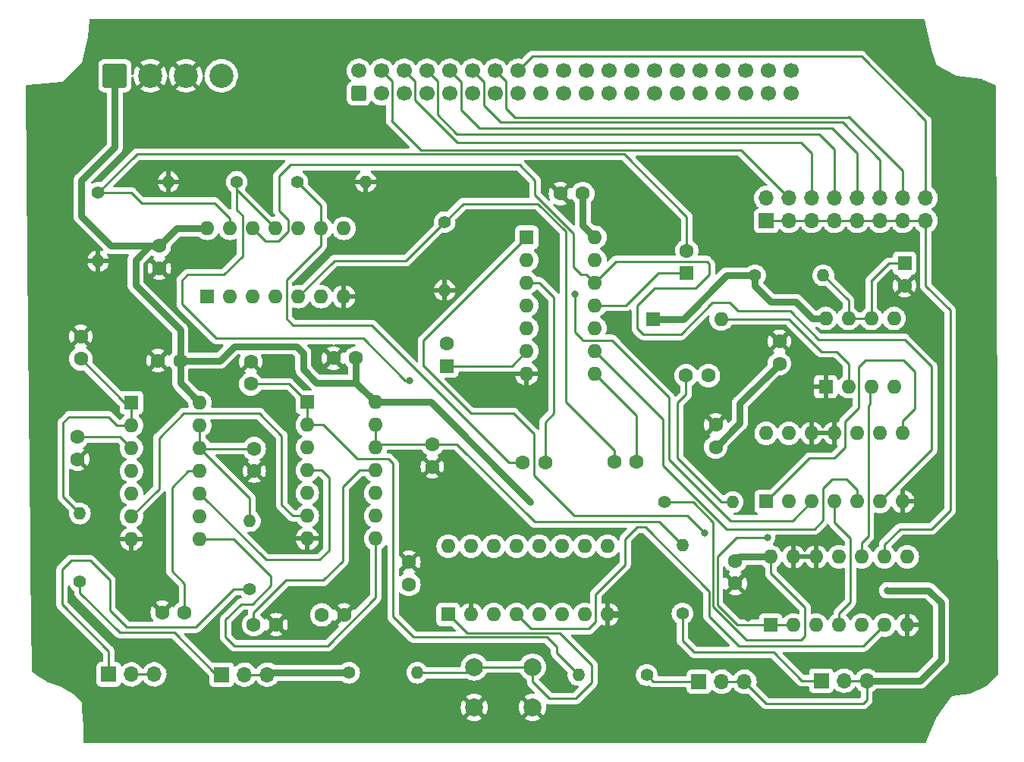
<source format=gbr>
%TF.GenerationSoftware,KiCad,Pcbnew,(6.0.5)*%
%TF.CreationDate,2025-02-02T15:21:23-05:00*%
%TF.ProjectId,tag_Heiserman,7461675f-4865-4697-9365-726d616e2e6b,rev?*%
%TF.SameCoordinates,Original*%
%TF.FileFunction,Copper,L2,Bot*%
%TF.FilePolarity,Positive*%
%FSLAX46Y46*%
G04 Gerber Fmt 4.6, Leading zero omitted, Abs format (unit mm)*
G04 Created by KiCad (PCBNEW (6.0.5)) date 2025-02-02 15:21:23*
%MOMM*%
%LPD*%
G01*
G04 APERTURE LIST*
G04 Aperture macros list*
%AMRoundRect*
0 Rectangle with rounded corners*
0 $1 Rounding radius*
0 $2 $3 $4 $5 $6 $7 $8 $9 X,Y pos of 4 corners*
0 Add a 4 corners polygon primitive as box body*
4,1,4,$2,$3,$4,$5,$6,$7,$8,$9,$2,$3,0*
0 Add four circle primitives for the rounded corners*
1,1,$1+$1,$2,$3*
1,1,$1+$1,$4,$5*
1,1,$1+$1,$6,$7*
1,1,$1+$1,$8,$9*
0 Add four rect primitives between the rounded corners*
20,1,$1+$1,$2,$3,$4,$5,0*
20,1,$1+$1,$4,$5,$6,$7,0*
20,1,$1+$1,$6,$7,$8,$9,0*
20,1,$1+$1,$8,$9,$2,$3,0*%
G04 Aperture macros list end*
%TA.AperFunction,ComponentPad*%
%ADD10R,1.600000X1.600000*%
%TD*%
%TA.AperFunction,ComponentPad*%
%ADD11O,1.600000X1.600000*%
%TD*%
%TA.AperFunction,ComponentPad*%
%ADD12O,1.700000X1.700000*%
%TD*%
%TA.AperFunction,ComponentPad*%
%ADD13R,1.700000X1.700000*%
%TD*%
%TA.AperFunction,ComponentPad*%
%ADD14C,1.400000*%
%TD*%
%TA.AperFunction,ComponentPad*%
%ADD15O,1.400000X1.400000*%
%TD*%
%TA.AperFunction,ComponentPad*%
%ADD16C,1.600000*%
%TD*%
%TA.AperFunction,ComponentPad*%
%ADD17RoundRect,0.250001X-1.099999X-1.099999X1.099999X-1.099999X1.099999X1.099999X-1.099999X1.099999X0*%
%TD*%
%TA.AperFunction,ComponentPad*%
%ADD18C,2.700000*%
%TD*%
%TA.AperFunction,ComponentPad*%
%ADD19RoundRect,0.250000X0.600000X-0.600000X0.600000X0.600000X-0.600000X0.600000X-0.600000X-0.600000X0*%
%TD*%
%TA.AperFunction,ComponentPad*%
%ADD20C,1.700000*%
%TD*%
%TA.AperFunction,ComponentPad*%
%ADD21C,2.000000*%
%TD*%
%TA.AperFunction,ViaPad*%
%ADD22C,0.800000*%
%TD*%
%TA.AperFunction,Conductor*%
%ADD23C,0.250000*%
%TD*%
%TA.AperFunction,Conductor*%
%ADD24C,0.750000*%
%TD*%
G04 APERTURE END LIST*
D10*
%TO.P,U4,1,~{R}*%
%TO.N,Net-(R5-Pad2)*%
X126329200Y-140223400D03*
D11*
%TO.P,U4,2,J*%
%TO.N,GND*%
X128869200Y-140223400D03*
%TO.P,U4,3,~{K}*%
%TO.N,VCC*%
X131409200Y-140223400D03*
%TO.P,U4,4,C*%
%TO.N,Net-(U4-Pad4)*%
X133949200Y-140223400D03*
%TO.P,U4,5,~{S}*%
%TO.N,VCC*%
X136489200Y-140223400D03*
%TO.P,U4,6,Q*%
%TO.N,Net-(C16-Pad2)*%
X139029200Y-140223400D03*
%TO.P,U4,7,~{Q}*%
%TO.N,unconnected-(U4-Pad7)*%
X141569200Y-140223400D03*
%TO.P,U4,8,GND*%
%TO.N,GND*%
X144109200Y-140223400D03*
%TO.P,U4,9,~{Q}*%
%TO.N,unconnected-(U4-Pad9)*%
X144109200Y-132603400D03*
%TO.P,U4,10,Q*%
%TO.N,unconnected-(U4-Pad10)*%
X141569200Y-132603400D03*
%TO.P,U4,11,~{S}*%
%TO.N,unconnected-(U4-Pad11)*%
X139029200Y-132603400D03*
%TO.P,U4,12,C*%
%TO.N,unconnected-(U4-Pad12)*%
X136489200Y-132603400D03*
%TO.P,U4,13,~{K}*%
%TO.N,unconnected-(U4-Pad13)*%
X133949200Y-132603400D03*
%TO.P,U4,14,J*%
%TO.N,unconnected-(U4-Pad14)*%
X131409200Y-132603400D03*
%TO.P,U4,15,~{R}*%
%TO.N,unconnected-(U4-Pad15)*%
X128869200Y-132603400D03*
%TO.P,U4,16,VCC*%
%TO.N,VCC*%
X126329200Y-132603400D03*
%TD*%
D10*
%TO.P,U9,1,GND*%
%TO.N,GND*%
X168462800Y-114798000D03*
D11*
%TO.P,U9,2,TR*%
%TO.N,Net-(C16-Pad1)*%
X171002800Y-114798000D03*
%TO.P,U9,3,Q*%
%TO.N,Net-(U6-Pad10)*%
X173542800Y-114798000D03*
%TO.P,U9,4,R*%
%TO.N,VCC*%
X176082800Y-114798000D03*
%TO.P,U9,5,CV*%
%TO.N,unconnected-(U9-Pad5)*%
X176082800Y-107178000D03*
%TO.P,U9,6,THR*%
%TO.N,Net-(C21-Pad1)*%
X173542800Y-107178000D03*
%TO.P,U9,7,DIS*%
X171002800Y-107178000D03*
%TO.P,U9,8,VCC*%
%TO.N,VCC*%
X168462800Y-107178000D03*
%TD*%
D12*
%TO.P,RV4,3,3*%
%TO.N,VCC*%
X159400000Y-147736800D03*
%TO.P,RV4,2,2*%
X156860000Y-147736800D03*
D13*
%TO.P,RV4,1,1*%
%TO.N,Net-(R1-Pad1)*%
X154320000Y-147736800D03*
%TD*%
D12*
%TO.P,RV3,3,3*%
%TO.N,VCC*%
X93522800Y-146928600D03*
%TO.P,RV3,2,2*%
X90982800Y-146928600D03*
D13*
%TO.P,RV3,1,1*%
%TO.N,Net-(R4-Pad1)*%
X88442800Y-146928600D03*
%TD*%
D12*
%TO.P,RV2,3,3*%
%TO.N,VCC*%
X173050200Y-147624800D03*
%TO.P,RV2,2,2*%
X170510200Y-147624800D03*
D13*
%TO.P,RV2,1,1*%
%TO.N,Net-(R2-Pad1)*%
X167970200Y-147624800D03*
%TD*%
D12*
%TO.P,RV1,3,3*%
%TO.N,VCC*%
X106136200Y-146939000D03*
%TO.P,RV1,2,2*%
X103596200Y-146939000D03*
D13*
%TO.P,RV1,1,1*%
%TO.N,Net-(R3-Pad1)*%
X101056200Y-146939000D03*
%TD*%
D14*
%TO.P,R11,1*%
%TO.N,VCC*%
X160578800Y-102362000D03*
D15*
%TO.P,R11,2*%
%TO.N,Net-(C21-Pad1)*%
X168198800Y-102362000D03*
%TD*%
D14*
%TO.P,R10,1*%
%TO.N,VCC*%
X150469600Y-127685800D03*
D15*
%TO.P,R10,2*%
%TO.N,Net-(C16-Pad1)*%
X158089600Y-127685800D03*
%TD*%
D13*
%TO.P,J3,1,Pin_1*%
%TO.N,Net-(J3-Pad1)*%
X161838400Y-96271000D03*
D12*
%TO.P,J3,2,Pin_2*%
%TO.N,1V*%
X161838400Y-93731000D03*
%TO.P,J3,3,Pin_3*%
%TO.N,Net-(J3-Pad1)*%
X164378400Y-96271000D03*
%TO.P,J3,4,Pin_4*%
%TO.N,2V*%
X164378400Y-93731000D03*
%TO.P,J3,5,Pin_5*%
%TO.N,Net-(J3-Pad1)*%
X166918400Y-96271000D03*
%TO.P,J3,6,Pin_6*%
%TO.N,4V*%
X166918400Y-93731000D03*
%TO.P,J3,7,Pin_7*%
%TO.N,Net-(J3-Pad1)*%
X169458400Y-96271000D03*
%TO.P,J3,8,Pin_8*%
%TO.N,8V*%
X169458400Y-93731000D03*
%TO.P,J3,9,Pin_9*%
%TO.N,Net-(J3-Pad1)*%
X171998400Y-96271000D03*
%TO.P,J3,10,Pin_10*%
%TO.N,16V*%
X171998400Y-93731000D03*
%TO.P,J3,11,Pin_11*%
%TO.N,Net-(J3-Pad1)*%
X174538400Y-96271000D03*
%TO.P,J3,12,Pin_12*%
%TO.N,32V*%
X174538400Y-93731000D03*
%TO.P,J3,13,Pin_13*%
%TO.N,Net-(J3-Pad1)*%
X177078400Y-96271000D03*
%TO.P,J3,14,Pin_14*%
%TO.N,64V*%
X177078400Y-93731000D03*
%TO.P,J3,15,Pin_15*%
%TO.N,Net-(J3-Pad1)*%
X179618400Y-96271000D03*
%TO.P,J3,16,Pin_16*%
%TO.N,128V*%
X179618400Y-93731000D03*
%TD*%
D10*
%TO.P,D1,1,K*%
%TO.N,VCC*%
X149174200Y-107238800D03*
D11*
%TO.P,D1,2,A*%
%TO.N,Net-(C16-Pad1)*%
X156794200Y-107238800D03*
%TD*%
D10*
%TO.P,C21,1*%
%TO.N,Net-(C21-Pad1)*%
X177266600Y-101004488D03*
D16*
%TO.P,C21,2*%
%TO.N,GND*%
X177266600Y-103504488D03*
%TD*%
%TO.P,C18,1*%
%TO.N,VCC*%
X163296600Y-112222600D03*
%TO.P,C18,2*%
%TO.N,GND*%
X163296600Y-109722600D03*
%TD*%
%TO.P,C16,1*%
%TO.N,Net-(C16-Pad1)*%
X152877200Y-113563400D03*
%TO.P,C16,2*%
%TO.N,Net-(C16-Pad2)*%
X155377200Y-113563400D03*
%TD*%
D15*
%TO.P,R3,2*%
%TO.N,Net-(C9-Pad1)*%
X85217000Y-128955800D03*
D14*
%TO.P,R3,1*%
%TO.N,Net-(R3-Pad1)*%
X85217000Y-136575800D03*
%TD*%
D15*
%TO.P,R7,2*%
%TO.N,GND*%
X87249000Y-100787200D03*
D14*
%TO.P,R7,1*%
%TO.N,Net-(C13-Pad2)*%
X87249000Y-93167200D03*
%TD*%
D11*
%TO.P,U6,14,VCC*%
%TO.N,VCC*%
X162326400Y-133797200D03*
%TO.P,U6,13*%
%TO.N,GND*%
X164866400Y-133797200D03*
%TO.P,U6,12*%
X167406400Y-133797200D03*
%TO.P,U6,11*%
%TO.N,unconnected-(U6-Pad11)*%
X169946400Y-133797200D03*
%TO.P,U6,10*%
%TO.N,Net-(U6-Pad10)*%
X172486400Y-133797200D03*
%TO.P,U6,9*%
%TO.N,Net-(J3-Pad1)*%
X175026400Y-133797200D03*
%TO.P,U6,8*%
%TO.N,AUDIN*%
X177566400Y-133797200D03*
%TO.P,U6,7,GND*%
%TO.N,GND*%
X177566400Y-141417200D03*
%TO.P,U6,6*%
%TO.N,Net-(U4-Pad4)*%
X175026400Y-141417200D03*
%TO.P,U6,5*%
%TO.N,Net-(U6-Pad5)*%
X172486400Y-141417200D03*
%TO.P,U6,4*%
%TO.N,Net-(U6-Pad4)*%
X169946400Y-141417200D03*
%TO.P,U6,3*%
%TO.N,GVID*%
X167406400Y-141417200D03*
%TO.P,U6,2*%
%TO.N,Net-(U6-Pad1)*%
X164866400Y-141417200D03*
D10*
%TO.P,U6,1*%
X162326400Y-141417200D03*
%TD*%
D16*
%TO.P,C15,2*%
%TO.N,GND*%
X94081600Y-101580000D03*
%TO.P,C15,1*%
%TO.N,VCC*%
X94081600Y-99080000D03*
%TD*%
%TO.P,C10,2*%
%TO.N,GND*%
X104673400Y-124216800D03*
%TO.P,C10,1*%
%TO.N,Net-(C10-Pad1)*%
X104673400Y-121716800D03*
%TD*%
%TO.P,C11,2*%
%TO.N,Net-(C11-Pad2)*%
X137140000Y-123291600D03*
%TO.P,C11,1*%
%TO.N,Net-(C11-Pad1)*%
X134640000Y-123291600D03*
%TD*%
D17*
%TO.P,J1,1,Pin_1*%
%TO.N,VCC*%
X89126100Y-80069600D03*
D18*
%TO.P,J1,2,Pin_2*%
%TO.N,GND*%
X93086100Y-80069600D03*
%TO.P,J1,3,Pin_3*%
X97046100Y-80069600D03*
%TO.P,J1,4,Pin_4*%
%TO.N,VCC*%
X101006100Y-80069600D03*
%TD*%
D16*
%TO.P,C4,2*%
%TO.N,GND*%
X84963000Y-122896000D03*
%TO.P,C4,1*%
%TO.N,Net-(C4-Pad1)*%
X84963000Y-120396000D03*
%TD*%
%TO.P,C2,2*%
%TO.N,GND*%
X114717200Y-140284200D03*
%TO.P,C2,1*%
%TO.N,Net-(C2-Pad1)*%
X112217200Y-140284200D03*
%TD*%
%TO.P,C20,2*%
%TO.N,GND*%
X138856400Y-93243400D03*
%TO.P,C20,1*%
%TO.N,VCC*%
X141356400Y-93243400D03*
%TD*%
D15*
%TO.P,R5,2*%
%TO.N,Net-(R5-Pad2)*%
X122885200Y-146735800D03*
D14*
%TO.P,R5,1*%
%TO.N,VCC*%
X115265200Y-146735800D03*
%TD*%
D16*
%TO.P,C7,2*%
%TO.N,GND*%
X124556200Y-123734200D03*
%TO.P,C7,1*%
%TO.N,Net-(C7-Pad1)*%
X124556200Y-121234200D03*
%TD*%
%TO.P,C14,2*%
%TO.N,Net-(C14-Pad2)*%
X126161800Y-109982513D03*
D10*
%TO.P,C14,1*%
%TO.N,Net-(C14-Pad1)*%
X126161800Y-112482513D03*
%TD*%
D15*
%TO.P,R8,2*%
%TO.N,GND*%
X117119400Y-91922600D03*
D14*
%TO.P,R8,1*%
%TO.N,Net-(C11-Pad1)*%
X109499400Y-91922600D03*
%TD*%
D16*
%TO.P,C6,2*%
%TO.N,GND*%
X113532600Y-111607600D03*
%TO.P,C6,1*%
%TO.N,VCC*%
X116032600Y-111607600D03*
%TD*%
D19*
%TO.P,J2,1,Pin_1*%
%TO.N,unconnected-(J2-Pad1)*%
X116357400Y-82057900D03*
D20*
%TO.P,J2,2,Pin_2*%
%TO.N,1V*%
X116357400Y-79517900D03*
%TO.P,J2,3,Pin_3*%
%TO.N,unconnected-(J2-Pad3)*%
X118897400Y-82057900D03*
%TO.P,J2,4,Pin_4*%
%TO.N,2V*%
X118897400Y-79517900D03*
%TO.P,J2,5,Pin_5*%
%TO.N,HRST*%
X121437400Y-82057900D03*
%TO.P,J2,6,Pin_6*%
%TO.N,4V*%
X121437400Y-79517900D03*
%TO.P,J2,7,Pin_7*%
%TO.N,unconnected-(J2-Pad7)*%
X123977400Y-82057900D03*
%TO.P,J2,8,Pin_8*%
%TO.N,8V*%
X123977400Y-79517900D03*
%TO.P,J2,9,Pin_9*%
%TO.N,unconnected-(J2-Pad9)*%
X126517400Y-82057900D03*
%TO.P,J2,10,Pin_10*%
%TO.N,16V*%
X126517400Y-79517900D03*
%TO.P,J2,11,Pin_11*%
%TO.N,unconnected-(J2-Pad11)*%
X129057400Y-82057900D03*
%TO.P,J2,12,Pin_12*%
%TO.N,32V*%
X129057400Y-79517900D03*
%TO.P,J2,13,Pin_13*%
%TO.N,unconnected-(J2-Pad13)*%
X131597400Y-82057900D03*
%TO.P,J2,14,Pin_14*%
%TO.N,64V*%
X131597400Y-79517900D03*
%TO.P,J2,15,Pin_15*%
%TO.N,AUDIN*%
X134137400Y-82057900D03*
%TO.P,J2,16,Pin_16*%
%TO.N,128V*%
X134137400Y-79517900D03*
%TO.P,J2,17,Pin_17*%
%TO.N,unconnected-(J2-Pad17)*%
X136677400Y-82057900D03*
%TO.P,J2,18,Pin_18*%
%TO.N,256V*%
X136677400Y-79517900D03*
%TO.P,J2,19,Pin_19*%
%TO.N,unconnected-(J2-Pad19)*%
X139217400Y-82057900D03*
%TO.P,J2,20,Pin_20*%
%TO.N,unconnected-(J2-Pad20)*%
X139217400Y-79517900D03*
%TO.P,J2,21,Pin_21*%
%TO.N,unconnected-(J2-Pad21)*%
X141757400Y-82057900D03*
%TO.P,J2,22,Pin_22*%
%TO.N,unconnected-(J2-Pad22)*%
X141757400Y-79517900D03*
%TO.P,J2,23,Pin_23*%
%TO.N,unconnected-(J2-Pad23)*%
X144297400Y-82057900D03*
%TO.P,J2,24,Pin_24*%
%TO.N,unconnected-(J2-Pad24)*%
X144297400Y-79517900D03*
%TO.P,J2,25,Pin_25*%
%TO.N,unconnected-(J2-Pad25)*%
X146837400Y-82057900D03*
%TO.P,J2,26,Pin_26*%
%TO.N,unconnected-(J2-Pad26)*%
X146837400Y-79517900D03*
%TO.P,J2,27,Pin_27*%
%TO.N,unconnected-(J2-Pad27)*%
X149377400Y-82057900D03*
%TO.P,J2,28,Pin_28*%
%TO.N,unconnected-(J2-Pad28)*%
X149377400Y-79517900D03*
%TO.P,J2,29,Pin_29*%
%TO.N,GVID*%
X151917400Y-82057900D03*
%TO.P,J2,30,Pin_30*%
%TO.N,unconnected-(J2-Pad30)*%
X151917400Y-79517900D03*
%TO.P,J2,31,Pin_31*%
%TO.N,unconnected-(J2-Pad31)*%
X154457400Y-82057900D03*
%TO.P,J2,32,Pin_32*%
%TO.N,unconnected-(J2-Pad32)*%
X154457400Y-79517900D03*
%TO.P,J2,33,Pin_33*%
%TO.N,unconnected-(J2-Pad33)*%
X156997400Y-82057900D03*
%TO.P,J2,34,Pin_34*%
%TO.N,unconnected-(J2-Pad34)*%
X156997400Y-79517900D03*
%TO.P,J2,35,Pin_35*%
%TO.N,VRST*%
X159537400Y-82057900D03*
%TO.P,J2,36,Pin_36*%
%TO.N,unconnected-(J2-Pad36)*%
X159537400Y-79517900D03*
%TO.P,J2,37,Pin_37*%
%TO.N,unconnected-(J2-Pad37)*%
X162077400Y-82057900D03*
%TO.P,J2,38,Pin_38*%
%TO.N,unconnected-(J2-Pad38)*%
X162077400Y-79517900D03*
%TO.P,J2,39,Pin_39*%
%TO.N,unconnected-(J2-Pad39)*%
X164617400Y-82057900D03*
%TO.P,J2,40,Pin_40*%
%TO.N,unconnected-(J2-Pad40)*%
X164617400Y-79517900D03*
%TD*%
D16*
%TO.P,C1,2*%
%TO.N,GND*%
X94406400Y-140004800D03*
%TO.P,C1,1*%
%TO.N,Net-(C1-Pad1)*%
X96906400Y-140004800D03*
%TD*%
D15*
%TO.P,R1,2*%
%TO.N,Net-(C8-Pad1)*%
X140868400Y-146989800D03*
D14*
%TO.P,R1,1*%
%TO.N,Net-(R1-Pad1)*%
X148488400Y-146989800D03*
%TD*%
D16*
%TO.P,C12,2*%
%TO.N,Net-(C12-Pad2)*%
X147350800Y-123164600D03*
%TO.P,C12,1*%
%TO.N,Net-(C12-Pad1)*%
X144850800Y-123164600D03*
%TD*%
D10*
%TO.P,U1,1*%
%TO.N,HRST*%
X99436000Y-104739600D03*
D11*
%TO.P,U1,2*%
%TO.N,Net-(U1-Pad2)*%
X101976000Y-104739600D03*
%TO.P,U1,3*%
%TO.N,VRST*%
X104516000Y-104739600D03*
%TO.P,U1,4*%
%TO.N,Net-(U1-Pad4)*%
X107056000Y-104739600D03*
%TO.P,U1,5*%
%TO.N,Net-(C12-Pad1)*%
X109596000Y-104739600D03*
%TO.P,U1,6*%
%TO.N,Net-(U1-Pad6)*%
X112136000Y-104739600D03*
%TO.P,U1,7,GND*%
%TO.N,GND*%
X114676000Y-104739600D03*
%TO.P,U1,8*%
%TO.N,Net-(U1-Pad8)*%
X114676000Y-97119600D03*
%TO.P,U1,9*%
%TO.N,Net-(C11-Pad1)*%
X112136000Y-97119600D03*
%TO.P,U1,10*%
%TO.N,Net-(U1-Pad10)*%
X109596000Y-97119600D03*
%TO.P,U1,11*%
%TO.N,Net-(C14-Pad2)*%
X107056000Y-97119600D03*
%TO.P,U1,12*%
%TO.N,Net-(U1-Pad12)*%
X104516000Y-97119600D03*
%TO.P,U1,13*%
%TO.N,Net-(C13-Pad2)*%
X101976000Y-97119600D03*
%TO.P,U1,14,VCC*%
%TO.N,VCC*%
X99436000Y-97119600D03*
%TD*%
%TO.P,U2,14,VCC*%
%TO.N,VCC*%
X98587400Y-116581000D03*
%TO.P,U2,13,DIS*%
%TO.N,Net-(C10-Pad1)*%
X98587400Y-119121000D03*
%TO.P,U2,12,THR*%
X98587400Y-121661000D03*
%TO.P,U2,11,CV*%
%TO.N,Net-(C1-Pad1)*%
X98587400Y-124201000D03*
%TO.P,U2,10,R*%
%TO.N,Net-(C16-Pad2)*%
X98587400Y-126741000D03*
%TO.P,U2,9,Q*%
%TO.N,Net-(U2-Pad9)*%
X98587400Y-129281000D03*
%TO.P,U2,8,TR*%
%TO.N,Net-(U1-Pad4)*%
X98587400Y-131821000D03*
%TO.P,U2,7,GND*%
%TO.N,GND*%
X90967400Y-131821000D03*
%TO.P,U2,6,TR*%
%TO.N,Net-(U1-Pad2)*%
X90967400Y-129281000D03*
%TO.P,U2,5,Q*%
%TO.N,Net-(U2-Pad5)*%
X90967400Y-126741000D03*
%TO.P,U2,4,R*%
%TO.N,Net-(C16-Pad2)*%
X90967400Y-124201000D03*
%TO.P,U2,3,CV*%
%TO.N,Net-(C4-Pad1)*%
X90967400Y-121661000D03*
%TO.P,U2,2,THR*%
%TO.N,Net-(C9-Pad1)*%
X90967400Y-119121000D03*
D10*
%TO.P,U2,1,DIS*%
X90967400Y-116581000D03*
%TD*%
D15*
%TO.P,R4,2*%
%TO.N,Net-(C10-Pad1)*%
X104190800Y-129794000D03*
D14*
%TO.P,R4,1*%
%TO.N,Net-(R4-Pad1)*%
X104190800Y-137414000D03*
%TD*%
D16*
%TO.P,C13,2*%
%TO.N,Net-(C13-Pad2)*%
X152958800Y-99619313D03*
D10*
%TO.P,C13,1*%
%TO.N,Net-(C13-Pad1)*%
X152958800Y-102119313D03*
%TD*%
D16*
%TO.P,C5,2*%
%TO.N,GND*%
X93923800Y-111887000D03*
%TO.P,C5,1*%
%TO.N,VCC*%
X96423800Y-111887000D03*
%TD*%
D11*
%TO.P,U7,14,VCC*%
%TO.N,VCC*%
X161818400Y-120005000D03*
%TO.P,U7,13*%
%TO.N,unconnected-(U7-Pad13)*%
X164358400Y-120005000D03*
%TO.P,U7,12*%
%TO.N,GND*%
X166898400Y-120005000D03*
%TO.P,U7,11*%
X169438400Y-120005000D03*
%TO.P,U7,10*%
%TO.N,Net-(U6-Pad1)*%
X171978400Y-120005000D03*
%TO.P,U7,9*%
%TO.N,Net-(U6-Pad4)*%
X174518400Y-120005000D03*
%TO.P,U7,8*%
%TO.N,Net-(U6-Pad5)*%
X177058400Y-120005000D03*
%TO.P,U7,7,GND*%
%TO.N,GND*%
X177058400Y-127625000D03*
%TO.P,U7,6*%
%TO.N,Net-(U1-Pad12)*%
X174518400Y-127625000D03*
%TO.P,U7,5*%
%TO.N,Net-(U1-Pad6)*%
X171978400Y-127625000D03*
%TO.P,U7,4*%
%TO.N,Net-(U6-Pad4)*%
X169438400Y-127625000D03*
%TO.P,U7,3*%
%TO.N,Net-(U1-Pad10)*%
X166898400Y-127625000D03*
%TO.P,U7,2*%
%TO.N,Net-(U1-Pad8)*%
X164358400Y-127625000D03*
D10*
%TO.P,U7,1*%
%TO.N,Net-(U6-Pad5)*%
X161818400Y-127625000D03*
%TD*%
D15*
%TO.P,R9,2*%
%TO.N,GND*%
X95097600Y-91922600D03*
D14*
%TO.P,R9,1*%
%TO.N,Net-(C14-Pad2)*%
X102717600Y-91922600D03*
%TD*%
D21*
%TO.P,SW1,2,2*%
%TO.N,GND*%
X129236400Y-150611400D03*
X135736400Y-150611400D03*
%TO.P,SW1,1,1*%
%TO.N,Net-(R5-Pad2)*%
X129236400Y-146111400D03*
X135736400Y-146111400D03*
%TD*%
D16*
%TO.P,C22,2*%
%TO.N,GND*%
X121945400Y-134386000D03*
%TO.P,C22,1*%
%TO.N,VCC*%
X121945400Y-136886000D03*
%TD*%
%TO.P,C9,2*%
%TO.N,GND*%
X85318600Y-109189200D03*
%TO.P,C9,1*%
%TO.N,Net-(C9-Pad1)*%
X85318600Y-111689200D03*
%TD*%
D11*
%TO.P,U3,14,VCC*%
%TO.N,VCC*%
X118221600Y-116530200D03*
%TO.P,U3,13,DIS*%
%TO.N,Net-(C7-Pad1)*%
X118221600Y-119070200D03*
%TO.P,U3,12,THR*%
X118221600Y-121610200D03*
%TO.P,U3,11,CV*%
%TO.N,Net-(C3-Pad1)*%
X118221600Y-124150200D03*
%TO.P,U3,10,R*%
%TO.N,Net-(C16-Pad2)*%
X118221600Y-126690200D03*
%TO.P,U3,9,Q*%
%TO.N,Net-(U3-Pad9)*%
X118221600Y-129230200D03*
%TO.P,U3,8,TR*%
%TO.N,Net-(U1-Pad4)*%
X118221600Y-131770200D03*
%TO.P,U3,7,GND*%
%TO.N,GND*%
X110601600Y-131770200D03*
%TO.P,U3,6,TR*%
%TO.N,Net-(U1-Pad2)*%
X110601600Y-129230200D03*
%TO.P,U3,5,Q*%
%TO.N,Net-(U3-Pad5)*%
X110601600Y-126690200D03*
%TO.P,U3,4,R*%
%TO.N,Net-(C16-Pad2)*%
X110601600Y-124150200D03*
%TO.P,U3,3,CV*%
%TO.N,Net-(C2-Pad1)*%
X110601600Y-121610200D03*
%TO.P,U3,2,THR*%
%TO.N,Net-(C8-Pad1)*%
X110601600Y-119070200D03*
D10*
%TO.P,U3,1,DIS*%
X110601600Y-116530200D03*
%TD*%
D16*
%TO.P,C19,2*%
%TO.N,GND*%
X158369000Y-136764400D03*
%TO.P,C19,1*%
%TO.N,VCC*%
X158369000Y-134264400D03*
%TD*%
%TO.P,C17,2*%
%TO.N,GND*%
X156184600Y-119044400D03*
%TO.P,C17,1*%
%TO.N,VCC*%
X156184600Y-121544400D03*
%TD*%
D11*
%TO.P,U5,14,VCC*%
%TO.N,VCC*%
X142707200Y-98115200D03*
%TO.P,U5,13*%
%TO.N,Net-(U3-Pad9)*%
X142707200Y-100655200D03*
%TO.P,U5,12*%
%TO.N,Net-(U1-Pad12)*%
X142707200Y-103195200D03*
%TO.P,U5,11*%
%TO.N,Net-(C13-Pad1)*%
X142707200Y-105735200D03*
%TO.P,U5,10*%
%TO.N,Net-(U3-Pad5)*%
X142707200Y-108275200D03*
%TO.P,U5,9*%
%TO.N,Net-(U1-Pad6)*%
X142707200Y-110815200D03*
%TO.P,U5,8*%
%TO.N,Net-(C12-Pad2)*%
X142707200Y-113355200D03*
%TO.P,U5,7,GND*%
%TO.N,GND*%
X135087200Y-113355200D03*
%TO.P,U5,6*%
%TO.N,Net-(C14-Pad1)*%
X135087200Y-110815200D03*
%TO.P,U5,5*%
%TO.N,Net-(U2-Pad9)*%
X135087200Y-108275200D03*
%TO.P,U5,4*%
%TO.N,Net-(U1-Pad10)*%
X135087200Y-105735200D03*
%TO.P,U5,3*%
%TO.N,Net-(C11-Pad2)*%
X135087200Y-103195200D03*
%TO.P,U5,2*%
%TO.N,Net-(U2-Pad5)*%
X135087200Y-100655200D03*
D10*
%TO.P,U5,1*%
%TO.N,Net-(U1-Pad8)*%
X135087200Y-98115200D03*
%TD*%
D15*
%TO.P,R6,2*%
%TO.N,GND*%
X125933200Y-104038400D03*
D14*
%TO.P,R6,1*%
%TO.N,Net-(C12-Pad1)*%
X125933200Y-96418400D03*
%TD*%
D16*
%TO.P,C8,2*%
%TO.N,GND*%
X104292400Y-112003200D03*
%TO.P,C8,1*%
%TO.N,Net-(C8-Pad1)*%
X104292400Y-114503200D03*
%TD*%
D15*
%TO.P,R2,2*%
%TO.N,Net-(C7-Pad1)*%
X152476200Y-132511800D03*
D14*
%TO.P,R2,1*%
%TO.N,Net-(R2-Pad1)*%
X152476200Y-140131800D03*
%TD*%
D16*
%TO.P,C3,2*%
%TO.N,GND*%
X107117200Y-141376400D03*
%TO.P,C3,1*%
%TO.N,Net-(C3-Pad1)*%
X104617200Y-141376400D03*
%TD*%
D22*
%TO.N,GND*%
X116687600Y-136194800D03*
X137820400Y-102819200D03*
X91897200Y-86969600D03*
X91897200Y-90551000D03*
X129743200Y-96393000D03*
X129743200Y-92252800D03*
X131826000Y-96393000D03*
X131826000Y-92252800D03*
%TO.N,Net-(C14-Pad2)*%
X122047512Y-114096800D03*
%TO.N,GND*%
X165430200Y-145186400D03*
X150723600Y-137439400D03*
X172923200Y-136042400D03*
X169164000Y-136093200D03*
X159791400Y-140589000D03*
X150190200Y-97485200D03*
X150139400Y-96088200D03*
X154457400Y-96443800D03*
X154508200Y-97586800D03*
X110642400Y-102133400D03*
X98907600Y-110363000D03*
X99339400Y-114198400D03*
X116738400Y-134950200D03*
X121869200Y-109804200D03*
X137820400Y-101523800D03*
%TO.N,VCC*%
X175336200Y-137541000D03*
X135483600Y-127660400D03*
%TO.N,Net-(U1-Pad8)*%
X154914600Y-131165600D03*
%TO.N,Net-(U6-Pad1)*%
X161950400Y-131648200D03*
%TO.N,Net-(U1-Pad10)*%
X140462000Y-104470200D03*
%TD*%
D23*
%TO.N,Net-(R5-Pad2)*%
X135736400Y-147750600D02*
X135736400Y-146111400D01*
X137617200Y-149631400D02*
X135736400Y-147750600D01*
X140563600Y-149631400D02*
X137617200Y-149631400D01*
X142367000Y-147828000D02*
X140563600Y-149631400D01*
X142367000Y-145872200D02*
X142367000Y-147828000D01*
X138818680Y-142323880D02*
X142367000Y-145872200D01*
X128429680Y-142323880D02*
X138818680Y-142323880D01*
X126329200Y-140223400D02*
X128429680Y-142323880D01*
%TO.N,Net-(U4-Pad4)*%
X172679600Y-143764000D02*
X175026400Y-141417200D01*
X158775400Y-143764000D02*
X172679600Y-143764000D01*
X155448000Y-140436600D02*
X158775400Y-143764000D01*
X148310600Y-130505200D02*
X155448000Y-137642600D01*
X147396200Y-130505200D02*
X148310600Y-130505200D01*
X146075400Y-131826000D02*
X147396200Y-130505200D01*
X146075400Y-134696200D02*
X146075400Y-131826000D01*
X142798800Y-137972800D02*
X146075400Y-134696200D01*
X142798800Y-141071600D02*
X142798800Y-137972800D01*
X142036800Y-141833600D02*
X142798800Y-141071600D01*
X155448000Y-137642600D02*
X155448000Y-140436600D01*
X135559400Y-141833600D02*
X142036800Y-141833600D01*
X133949200Y-140223400D02*
X135559400Y-141833600D01*
D24*
%TO.N,GND*%
X147939600Y-140223400D02*
X144109200Y-140223400D01*
X150723600Y-137439400D02*
X147939600Y-140223400D01*
D23*
%TO.N,Net-(C14-Pad2)*%
X121513600Y-114096800D02*
X116840000Y-109423200D01*
X122047512Y-114096800D02*
X121513600Y-114096800D01*
X102717600Y-95046800D02*
X102717600Y-91922600D01*
X103378000Y-95707200D02*
X102717600Y-95046800D01*
X103378000Y-100228400D02*
X103378000Y-95707200D01*
X96621600Y-102920800D02*
X97231200Y-102311200D01*
X97231200Y-102311200D02*
X101295200Y-102311200D01*
X96621600Y-105587800D02*
X96621600Y-102920800D01*
X116840000Y-109423200D02*
X100457000Y-109423200D01*
X100457000Y-109423200D02*
X96621600Y-105587800D01*
X101295200Y-102311200D02*
X103378000Y-100228400D01*
D24*
%TO.N,VCC*%
X181356000Y-145288000D02*
X179019200Y-147624800D01*
X181356000Y-138938000D02*
X181356000Y-145288000D01*
X179959000Y-137541000D02*
X181356000Y-138938000D01*
X175336200Y-137541000D02*
X179959000Y-137541000D01*
X179019200Y-147624800D02*
X173050200Y-147624800D01*
D23*
X162326400Y-135631000D02*
X162326400Y-133797200D01*
X166166800Y-139471400D02*
X162326400Y-135631000D01*
X166166800Y-142621000D02*
X166166800Y-139471400D01*
X165735000Y-143052800D02*
X166166800Y-142621000D01*
X159587482Y-143052800D02*
X165735000Y-143052800D01*
X155912880Y-139378198D02*
X159587482Y-143052800D01*
X155912880Y-129928680D02*
X155912880Y-139378198D01*
X153670000Y-127685800D02*
X155912880Y-129928680D01*
X150469600Y-127685800D02*
X153670000Y-127685800D01*
D24*
X158877000Y-116642200D02*
X158877000Y-118852000D01*
X163296600Y-112222600D02*
X158877000Y-116642200D01*
X158877000Y-118852000D02*
X156184600Y-121544400D01*
X124353400Y-116530200D02*
X135483600Y-127660400D01*
X118221600Y-116530200D02*
X124353400Y-116530200D01*
D23*
%TO.N,Net-(U1-Pad8)*%
X152984200Y-129235200D02*
X154914600Y-131165600D01*
X150342600Y-129235200D02*
X152984200Y-129235200D01*
X140385800Y-129235200D02*
X150342600Y-129235200D01*
X135864600Y-124714000D02*
X140385800Y-129235200D01*
X128854200Y-117779800D02*
X133604000Y-117779800D01*
X123584059Y-112509659D02*
X123621800Y-112547400D01*
X123584059Y-109618341D02*
X123584059Y-112509659D01*
X135864600Y-120040400D02*
X135864600Y-124714000D01*
X133604000Y-117779800D02*
X135864600Y-120040400D01*
X135087200Y-98115200D02*
X123584059Y-109618341D01*
X123621800Y-112547400D02*
X128854200Y-117779800D01*
D24*
%TO.N,VCC*%
X141356400Y-96764400D02*
X142707200Y-98115200D01*
X141356400Y-93243400D02*
X141356400Y-96764400D01*
X88691400Y-99080000D02*
X85394800Y-95783400D01*
X85394800Y-91770200D02*
X89126100Y-88038900D01*
X89126100Y-88038900D02*
X89126100Y-80069600D01*
X94081600Y-99080000D02*
X88691400Y-99080000D01*
X85394800Y-95783400D02*
X85394800Y-91770200D01*
X96042000Y-97119600D02*
X94081600Y-99080000D01*
X99436000Y-97119600D02*
X96042000Y-97119600D01*
X91414600Y-100634800D02*
X92969400Y-99080000D01*
X96423800Y-108438000D02*
X91414600Y-103428800D01*
X92969400Y-99080000D02*
X94081600Y-99080000D01*
X96423800Y-111887000D02*
X96423800Y-108438000D01*
X91414600Y-103428800D02*
X91414600Y-100634800D01*
X111623400Y-114341200D02*
X116032600Y-114341200D01*
X110159800Y-112877600D02*
X111623400Y-114341200D01*
X110159800Y-111048800D02*
X110159800Y-112877600D01*
X102438200Y-110312200D02*
X109423200Y-110312200D01*
X96423800Y-111887000D02*
X100863400Y-111887000D01*
X100863400Y-111887000D02*
X102438200Y-110312200D01*
X109423200Y-110312200D02*
X110159800Y-111048800D01*
X96423800Y-114417400D02*
X98587400Y-116581000D01*
X96423800Y-111887000D02*
X96423800Y-114417400D01*
X116032600Y-114341200D02*
X118221600Y-116530200D01*
X116032600Y-111607600D02*
X116032600Y-114341200D01*
X162326400Y-133797200D02*
X158836200Y-133797200D01*
X158836200Y-133797200D02*
X158369000Y-134264400D01*
D23*
X161853400Y-150190200D02*
X159400000Y-147736800D01*
X173050200Y-149809200D02*
X172669200Y-150190200D01*
X172669200Y-150190200D02*
X161853400Y-150190200D01*
X173050200Y-147624800D02*
X173050200Y-149809200D01*
X159400000Y-147736800D02*
X156860000Y-147736800D01*
X173050200Y-147624800D02*
X170510200Y-147624800D01*
D24*
X115265200Y-146735800D02*
X106339400Y-146735800D01*
X106339400Y-146735800D02*
X106136200Y-146939000D01*
D23*
%TO.N,Net-(U6-Pad1)*%
X164866400Y-141417200D02*
X162326400Y-141417200D01*
X156362400Y-133781800D02*
X158496000Y-131648200D01*
X156362400Y-139192000D02*
X156362400Y-133781800D01*
X158496000Y-131648200D02*
X161950400Y-131648200D01*
X158587600Y-141417200D02*
X156362400Y-139192000D01*
X162326400Y-141417200D02*
X158587600Y-141417200D01*
%TO.N,Net-(U1-Pad12)*%
X145089800Y-100812600D02*
X142707200Y-103195200D01*
X155168600Y-100812600D02*
X145089800Y-100812600D01*
X155473400Y-102260400D02*
X155473400Y-101117400D01*
X153949400Y-103784400D02*
X155473400Y-102260400D01*
X149377400Y-103784400D02*
X153949400Y-103784400D01*
X147421600Y-105740200D02*
X149377400Y-103784400D01*
X147421600Y-108280200D02*
X147421600Y-105740200D01*
X148107400Y-108966000D02*
X147421600Y-108280200D01*
X152298400Y-108966000D02*
X148107400Y-108966000D01*
X155829000Y-105435400D02*
X152298400Y-108966000D01*
X157784800Y-105435400D02*
X155829000Y-105435400D01*
X158699200Y-106349800D02*
X157784800Y-105435400D01*
X164490400Y-106349800D02*
X158699200Y-106349800D01*
X167665400Y-109524800D02*
X164490400Y-106349800D01*
X177266600Y-109524800D02*
X167665400Y-109524800D01*
X180289200Y-112547400D02*
X177266600Y-109524800D01*
X180289200Y-121854200D02*
X180289200Y-112547400D01*
X155473400Y-101117400D02*
X155168600Y-100812600D01*
X174518400Y-127625000D02*
X180289200Y-121854200D01*
D24*
%TO.N,VCC*%
X160578800Y-103555800D02*
X160578800Y-102362000D01*
X162356800Y-105333800D02*
X160578800Y-103555800D01*
X166944200Y-107178000D02*
X165100000Y-105333800D01*
X168462800Y-107178000D02*
X166944200Y-107178000D01*
X165100000Y-105333800D02*
X162356800Y-105333800D01*
X152552400Y-107238800D02*
X157429200Y-102362000D01*
X157429200Y-102362000D02*
X160578800Y-102362000D01*
X149174200Y-107238800D02*
X152552400Y-107238800D01*
D23*
%TO.N,Net-(U1-Pad12)*%
X141747000Y-102235000D02*
X142707200Y-103195200D01*
X141122400Y-102235000D02*
X141747000Y-102235000D01*
X140335000Y-101447600D02*
X141122400Y-102235000D01*
X136017000Y-93420482D02*
X140335000Y-97738482D01*
X136017000Y-91770200D02*
X136017000Y-93420482D01*
X108686600Y-90017600D02*
X134264400Y-90017600D01*
X134264400Y-90017600D02*
X136017000Y-91770200D01*
X107416600Y-91287600D02*
X108686600Y-90017600D01*
X107416600Y-95123000D02*
X107416600Y-91287600D01*
X108471489Y-96177889D02*
X107416600Y-95123000D01*
X108471489Y-97446311D02*
X108471489Y-96177889D01*
X107340400Y-98577400D02*
X108471489Y-97446311D01*
X140335000Y-97738482D02*
X140335000Y-101447600D01*
X105973800Y-98577400D02*
X107340400Y-98577400D01*
X104516000Y-97119600D02*
X105973800Y-98577400D01*
%TO.N,2V*%
X159021680Y-88374280D02*
X164378400Y-93731000D01*
X123273880Y-88374280D02*
X159021680Y-88374280D01*
X120015000Y-85115400D02*
X123273880Y-88374280D01*
X120071911Y-80692411D02*
X120071911Y-85058489D01*
X118897400Y-79517900D02*
X120071911Y-80692411D01*
X120071911Y-85058489D02*
X120015000Y-85115400D01*
%TO.N,4V*%
X165735000Y-87553800D02*
X166918400Y-88737200D01*
X127330200Y-87553800D02*
X165735000Y-87553800D01*
X122611911Y-82835511D02*
X127330200Y-87553800D01*
X166918400Y-88737200D02*
X166918400Y-93731000D01*
X122611911Y-80692411D02*
X122611911Y-82835511D01*
X121437400Y-79517900D02*
X122611911Y-80692411D01*
%TO.N,8V*%
X167716200Y-86588600D02*
X169458400Y-88330800D01*
X169458400Y-88330800D02*
X169458400Y-93731000D01*
X127304800Y-86588600D02*
X167716200Y-86588600D01*
X125120400Y-84404200D02*
X127304800Y-86588600D01*
X125151911Y-80692411D02*
X125151911Y-84372689D01*
X123977400Y-79517900D02*
X125151911Y-80692411D01*
X125151911Y-84372689D02*
X125120400Y-84404200D01*
%TO.N,16V*%
X129794000Y-85902800D02*
X169189400Y-85902800D01*
X169189400Y-85902800D02*
X171998400Y-88711800D01*
X127787400Y-83896200D02*
X129794000Y-85902800D01*
X171998400Y-88711800D02*
X171998400Y-93731000D01*
X127787400Y-80787900D02*
X127787400Y-83896200D01*
X126517400Y-79517900D02*
X127787400Y-80787900D01*
%TO.N,32V*%
X170332400Y-85242400D02*
X174538400Y-89448400D01*
X132181600Y-85242400D02*
X170332400Y-85242400D01*
X130302000Y-83362800D02*
X132181600Y-85242400D01*
X130302000Y-80762500D02*
X130302000Y-83362800D01*
X129057400Y-79517900D02*
X130302000Y-80762500D01*
X174538400Y-89448400D02*
X174538400Y-93731000D01*
%TO.N,64V*%
X170967400Y-84709000D02*
X171043600Y-84632800D01*
X133756400Y-84709000D02*
X170967400Y-84709000D01*
X132771911Y-83724511D02*
X133756400Y-84709000D01*
X177078400Y-90667600D02*
X177078400Y-93731000D01*
X131597400Y-79517900D02*
X132771911Y-80692411D01*
X132771911Y-80692411D02*
X132771911Y-83724511D01*
X171043600Y-84632800D02*
X177078400Y-90667600D01*
%TO.N,128V*%
X179618400Y-85105000D02*
X179618400Y-93731000D01*
X172440600Y-77927200D02*
X179618400Y-85105000D01*
X135728100Y-77927200D02*
X172440600Y-77927200D01*
X134137400Y-79517900D02*
X135728100Y-77927200D01*
%TO.N,Net-(U1-Pad4)*%
X106527600Y-137007600D02*
X106527600Y-135991600D01*
X104470200Y-139065000D02*
X106527600Y-137007600D01*
X103225600Y-139065000D02*
X104470200Y-139065000D01*
X101473000Y-140817600D02*
X103225600Y-139065000D01*
X106527600Y-135991600D02*
X102357000Y-131821000D01*
X101473000Y-142748000D02*
X101473000Y-140817600D01*
X102463600Y-143738600D02*
X101473000Y-142748000D01*
X112853100Y-143738600D02*
X102463600Y-143738600D01*
X118221600Y-138370100D02*
X112853100Y-143738600D01*
X118221600Y-131770200D02*
X118221600Y-138370100D01*
X102357000Y-131821000D02*
X98587400Y-131821000D01*
%TO.N,Net-(C16-Pad2)*%
X112186800Y-124150200D02*
X110601600Y-124150200D01*
X113030000Y-133070600D02*
X113030000Y-124993400D01*
X105983800Y-134137400D02*
X111963200Y-134137400D01*
X113030000Y-124993400D02*
X112186800Y-124150200D01*
X111963200Y-134137400D02*
X113030000Y-133070600D01*
X98587400Y-126741000D02*
X105983800Y-134137400D01*
%TO.N,Net-(U1-Pad2)*%
X108986400Y-129230200D02*
X110601600Y-129230200D01*
X107746800Y-127990600D02*
X108986400Y-129230200D01*
X107746800Y-120269000D02*
X107746800Y-127990600D01*
X105257600Y-117779800D02*
X107746800Y-120269000D01*
X96799400Y-117779800D02*
X105257600Y-117779800D01*
X94056200Y-120523000D02*
X96799400Y-117779800D01*
X94056200Y-126192200D02*
X94056200Y-120523000D01*
X90967400Y-129281000D02*
X94056200Y-126192200D01*
%TO.N,Net-(U1-Pad10)*%
X140462000Y-108737400D02*
X140462000Y-104470200D01*
X141300200Y-109575600D02*
X140462000Y-108737400D01*
X141351000Y-109626400D02*
X141300200Y-109575600D01*
X144551400Y-109626400D02*
X141351000Y-109626400D01*
X150977600Y-116001800D02*
X144602200Y-109626400D01*
X150977600Y-122936000D02*
X150977600Y-116001800D01*
X144602200Y-109626400D02*
X144551400Y-109626400D01*
X157810200Y-129768600D02*
X151231600Y-123190000D01*
X151231600Y-123190000D02*
X150977600Y-122936000D01*
X157861000Y-129768600D02*
X157810200Y-129768600D01*
X164754800Y-129768600D02*
X157861000Y-129768600D01*
X166898400Y-127625000D02*
X164754800Y-129768600D01*
%TO.N,Net-(U6-Pad5)*%
X177058400Y-118597600D02*
X177058400Y-120005000D01*
X178409600Y-117246400D02*
X177058400Y-118597600D01*
X178409600Y-113106200D02*
X178409600Y-117246400D01*
X177139600Y-111836200D02*
X178409600Y-113106200D01*
X170611800Y-118694200D02*
X172127311Y-117178689D01*
X172127311Y-112632089D02*
X172923200Y-111836200D01*
X169392600Y-122783600D02*
X170611800Y-121564400D01*
X172127311Y-117178689D02*
X172127311Y-112632089D01*
X166659800Y-122783600D02*
X169392600Y-122783600D01*
X161818400Y-127625000D02*
X166659800Y-122783600D01*
X170611800Y-121564400D02*
X170611800Y-118694200D01*
X172923200Y-111836200D02*
X177139600Y-111836200D01*
%TO.N,Net-(U1-Pad6)*%
X170789600Y-125145800D02*
X171978400Y-126334600D01*
X169164000Y-125145800D02*
X170789600Y-125145800D01*
X171978400Y-126334600D02*
X171978400Y-127625000D01*
X168173400Y-126136400D02*
X169164000Y-125145800D01*
X168173400Y-129717800D02*
X168173400Y-126136400D01*
X167208200Y-130683000D02*
X168173400Y-129717800D01*
X157403800Y-130683000D02*
X167208200Y-130683000D01*
X150291800Y-123571000D02*
X157403800Y-130683000D01*
X150291800Y-118399800D02*
X150291800Y-123571000D01*
X142707200Y-110815200D02*
X150291800Y-118399800D01*
%TO.N,Net-(C13-Pad2)*%
X145973800Y-88823800D02*
X91592400Y-88823800D01*
X91592400Y-88823800D02*
X87249000Y-93167200D01*
X152958800Y-95808800D02*
X145973800Y-88823800D01*
X152958800Y-99619313D02*
X152958800Y-95808800D01*
%TO.N,Net-(R5-Pad2)*%
X135736400Y-146111400D02*
X129236400Y-146111400D01*
%TO.N,Net-(J3-Pad1)*%
X174538400Y-96271000D02*
X177078400Y-96271000D01*
X174538400Y-96271000D02*
X171998400Y-96271000D01*
X171998400Y-96271000D02*
X169458400Y-96271000D01*
X169458400Y-96271000D02*
X166918400Y-96271000D01*
X166918400Y-96271000D02*
X164378400Y-96271000D01*
X161838400Y-96271000D02*
X164378400Y-96271000D01*
X179618400Y-96271000D02*
X177078400Y-96271000D01*
X179618400Y-103545400D02*
X179618400Y-96271000D01*
X182346600Y-106273600D02*
X179618400Y-103545400D01*
X182346600Y-128600200D02*
X182346600Y-106273600D01*
X180238400Y-130708400D02*
X182346600Y-128600200D01*
X176758600Y-130708400D02*
X180238400Y-130708400D01*
X175026400Y-132440600D02*
X176758600Y-130708400D01*
X175026400Y-133797200D02*
X175026400Y-132440600D01*
%TO.N,Net-(U6-Pad4)*%
X169946400Y-140111400D02*
X169946400Y-141417200D01*
X171221400Y-138836400D02*
X169946400Y-140111400D01*
X171221400Y-131775200D02*
X171221400Y-138836400D01*
X169438400Y-129992200D02*
X171221400Y-131775200D01*
X169438400Y-127625000D02*
X169438400Y-129992200D01*
%TO.N,Net-(C16-Pad1)*%
X151917400Y-122758200D02*
X151917400Y-116611400D01*
X151917400Y-116611400D02*
X152877200Y-115651600D01*
X156845000Y-127685800D02*
X151917400Y-122758200D01*
X158089600Y-127685800D02*
X156845000Y-127685800D01*
X152877200Y-115651600D02*
X152877200Y-113563400D01*
%TO.N,Net-(C8-Pad1)*%
X112390000Y-119070200D02*
X110601600Y-119070200D01*
X116205000Y-122885200D02*
X112390000Y-119070200D01*
X119659400Y-122885200D02*
X116205000Y-122885200D01*
X120167400Y-123393200D02*
X119659400Y-122885200D01*
X120167400Y-140487400D02*
X120167400Y-123393200D01*
X122453400Y-142773400D02*
X120167400Y-140487400D01*
X137337800Y-142773400D02*
X122453400Y-142773400D01*
X138430000Y-143865600D02*
X137337800Y-142773400D01*
X138430000Y-144551400D02*
X138430000Y-143865600D01*
X140868400Y-146989800D02*
X138430000Y-144551400D01*
%TO.N,Net-(C7-Pad1)*%
X149860000Y-129895600D02*
X135966200Y-129895600D01*
X152476200Y-132511800D02*
X149860000Y-129895600D01*
X135966200Y-129895600D02*
X127304800Y-121234200D01*
X127304800Y-121234200D02*
X124556200Y-121234200D01*
%TO.N,Net-(C8-Pad1)*%
X110601600Y-119070200D02*
X110601600Y-116530200D01*
X108574600Y-114503200D02*
X110601600Y-116530200D01*
X104292400Y-114503200D02*
X108574600Y-114503200D01*
%TO.N,Net-(C7-Pad1)*%
X118221600Y-119070200D02*
X118221600Y-121610200D01*
X118597600Y-121234200D02*
X118221600Y-121610200D01*
X124556200Y-121234200D02*
X118597600Y-121234200D01*
%TO.N,Net-(C11-Pad1)*%
X112136000Y-99039600D02*
X112136000Y-97119600D01*
X108280200Y-102895400D02*
X112136000Y-99039600D01*
X108280200Y-107213400D02*
X108280200Y-102895400D01*
X109016800Y-107950000D02*
X108280200Y-107213400D01*
X117754400Y-107950000D02*
X109016800Y-107950000D01*
X133096000Y-123291600D02*
X117754400Y-107950000D01*
X134640000Y-123291600D02*
X133096000Y-123291600D01*
%TO.N,Net-(C11-Pad2)*%
X136469200Y-103195200D02*
X135087200Y-103195200D01*
X138125200Y-117754400D02*
X138125200Y-104851200D01*
X138125200Y-104851200D02*
X136469200Y-103195200D01*
X137140000Y-118739600D02*
X138125200Y-117754400D01*
X137140000Y-123291600D02*
X137140000Y-118739600D01*
%TO.N,Net-(C12-Pad1)*%
X127990600Y-94361000D02*
X125933200Y-96418400D01*
X136321800Y-94361000D02*
X127990600Y-94361000D01*
X139420600Y-97459800D02*
X136321800Y-94361000D01*
X139420600Y-116459000D02*
X139420600Y-97459800D01*
X144850800Y-121889200D02*
X139420600Y-116459000D01*
X144850800Y-123164600D02*
X144850800Y-121889200D01*
%TO.N,Net-(C12-Pad2)*%
X147350800Y-117998800D02*
X142707200Y-113355200D01*
X147350800Y-123164600D02*
X147350800Y-117998800D01*
%TO.N,Net-(U6-Pad10)*%
X172486400Y-132262800D02*
X172486400Y-133797200D01*
X173228000Y-131521200D02*
X172486400Y-132262800D01*
X173393889Y-116775711D02*
X173228000Y-116941600D01*
X173228000Y-116941600D02*
X173228000Y-131521200D01*
X173393889Y-114946911D02*
X173393889Y-116775711D01*
X173542800Y-114798000D02*
X173393889Y-114946911D01*
%TO.N,Net-(C21-Pad1)*%
X175550712Y-101004488D02*
X177266600Y-101004488D01*
X173507400Y-103047800D02*
X175550712Y-101004488D01*
X173542800Y-103083200D02*
X173507400Y-103047800D01*
X173542800Y-107178000D02*
X173542800Y-103083200D01*
X171002800Y-107178000D02*
X173542800Y-107178000D01*
X171002800Y-105166000D02*
X171002800Y-107178000D01*
X168198800Y-102362000D02*
X171002800Y-105166000D01*
%TO.N,Net-(C16-Pad1)*%
X169672000Y-110896400D02*
X171002800Y-112227200D01*
X168021000Y-110896400D02*
X169672000Y-110896400D01*
X171002800Y-112227200D02*
X171002800Y-114798000D01*
X164363400Y-107238800D02*
X168021000Y-110896400D01*
X156794200Y-107238800D02*
X164363400Y-107238800D01*
%TO.N,Net-(C13-Pad1)*%
X146156600Y-105735200D02*
X142707200Y-105735200D01*
X149772487Y-102119313D02*
X146156600Y-105735200D01*
X152958800Y-102119313D02*
X149772487Y-102119313D01*
%TO.N,Net-(R2-Pad1)*%
X162636200Y-144449800D02*
X153771600Y-144449800D01*
X152476200Y-143154400D02*
X152476200Y-140131800D01*
X165811200Y-147624800D02*
X162636200Y-144449800D01*
X153771600Y-144449800D02*
X152476200Y-143154400D01*
X167970200Y-147624800D02*
X165811200Y-147624800D01*
%TO.N,Net-(R1-Pad1)*%
X149235400Y-147736800D02*
X148488400Y-146989800D01*
X154320000Y-147736800D02*
X149235400Y-147736800D01*
%TO.N,Net-(R5-Pad2)*%
X128612000Y-146735800D02*
X129236400Y-146111400D01*
X122885200Y-146735800D02*
X128612000Y-146735800D01*
%TO.N,Net-(R4-Pad1)*%
X102387400Y-137414000D02*
X104190800Y-137414000D01*
X98145600Y-141655800D02*
X102387400Y-137414000D01*
X90449400Y-141655800D02*
X98145600Y-141655800D01*
X88544400Y-139750800D02*
X90449400Y-141655800D01*
X88544400Y-136423400D02*
X88544400Y-139750800D01*
X84226400Y-134213600D02*
X86334600Y-134213600D01*
X83235800Y-135204200D02*
X84226400Y-134213600D01*
X86334600Y-134213600D02*
X88544400Y-136423400D01*
X83235800Y-139141200D02*
X83235800Y-135204200D01*
X88442800Y-144348200D02*
X83235800Y-139141200D01*
X88442800Y-146928600D02*
X88442800Y-144348200D01*
%TO.N,Net-(R3-Pad1)*%
X89687400Y-142265400D02*
X85217000Y-137795000D01*
X95732600Y-142265400D02*
X89687400Y-142265400D01*
X85217000Y-137795000D02*
X85217000Y-136575800D01*
X100406200Y-146939000D02*
X95732600Y-142265400D01*
X101056200Y-146939000D02*
X100406200Y-146939000D01*
%TO.N,VCC*%
X93522800Y-146928600D02*
X90982800Y-146928600D01*
X106136200Y-146939000D02*
X103596200Y-146939000D01*
%TO.N,Net-(C3-Pad1)*%
X116438600Y-124150200D02*
X118221600Y-124150200D01*
X114579400Y-126009400D02*
X116438600Y-124150200D01*
X114579400Y-134239000D02*
X114579400Y-126009400D01*
X112395000Y-136423400D02*
X114579400Y-134239000D01*
X108229400Y-136423400D02*
X112395000Y-136423400D01*
X104617200Y-140035600D02*
X108229400Y-136423400D01*
X104617200Y-141376400D02*
X104617200Y-140035600D01*
%TO.N,Net-(C9-Pad1)*%
X90210400Y-116581000D02*
X85318600Y-111689200D01*
X90967400Y-116581000D02*
X90210400Y-116581000D01*
X90967400Y-119121000D02*
X90967400Y-116581000D01*
X89326800Y-119121000D02*
X90967400Y-119121000D01*
X88366600Y-118160800D02*
X89326800Y-119121000D01*
X84023200Y-118160800D02*
X88366600Y-118160800D01*
X83362800Y-127101600D02*
X83362800Y-118821200D01*
X83362800Y-118821200D02*
X84023200Y-118160800D01*
X85217000Y-128955800D02*
X83362800Y-127101600D01*
%TO.N,Net-(C1-Pad1)*%
X97337800Y-124201000D02*
X98587400Y-124201000D01*
X95478600Y-126060200D02*
X97337800Y-124201000D01*
X95478600Y-135382000D02*
X95478600Y-126060200D01*
X96906400Y-136809800D02*
X95478600Y-135382000D01*
X96906400Y-140004800D02*
X96906400Y-136809800D01*
%TO.N,Net-(C4-Pad1)*%
X89702400Y-120396000D02*
X90967400Y-121661000D01*
X84963000Y-120396000D02*
X89702400Y-120396000D01*
%TO.N,Net-(C10-Pad1)*%
X104190800Y-127264400D02*
X104190800Y-129794000D01*
X98587400Y-121661000D02*
X104190800Y-127264400D01*
X98587400Y-119121000D02*
X98587400Y-121661000D01*
X98643200Y-121716800D02*
X98587400Y-121661000D01*
X104673400Y-121716800D02*
X98643200Y-121716800D01*
%TO.N,Net-(C14-Pad1)*%
X133419887Y-112482513D02*
X135087200Y-110815200D01*
X126161800Y-112482513D02*
X133419887Y-112482513D01*
%TO.N,Net-(C12-Pad1)*%
X113599200Y-100736400D02*
X109596000Y-104739600D01*
X121615200Y-100736400D02*
X113599200Y-100736400D01*
X125933200Y-96418400D02*
X121615200Y-100736400D01*
%TO.N,Net-(C13-Pad2)*%
X100279200Y-94284800D02*
X101976000Y-95981600D01*
X92100400Y-94284800D02*
X100279200Y-94284800D01*
X87249000Y-93167200D02*
X90982800Y-93167200D01*
X90982800Y-93167200D02*
X92100400Y-94284800D01*
X101976000Y-95981600D02*
X101976000Y-97119600D01*
%TO.N,Net-(C14-Pad2)*%
X102717600Y-92781200D02*
X102717600Y-91922600D01*
X107056000Y-97119600D02*
X102717600Y-92781200D01*
%TO.N,Net-(C11-Pad1)*%
X112136000Y-94559200D02*
X109499400Y-91922600D01*
X112136000Y-97119600D02*
X112136000Y-94559200D01*
%TD*%
%TA.AperFunction,Conductor*%
%TO.N,GND*%
G36*
X179491646Y-73781602D02*
G01*
X179538139Y-73835258D01*
X179547166Y-73863334D01*
X180060600Y-76479400D01*
X180390325Y-77448592D01*
X180871353Y-78862521D01*
X180898800Y-78943200D01*
X183083200Y-80060800D01*
X185772756Y-80441622D01*
X185935278Y-80464634D01*
X185970044Y-80474817D01*
X187378776Y-81119491D01*
X187432394Y-81166025D01*
X187452342Y-81233527D01*
X187621979Y-121144414D01*
X187730980Y-146789257D01*
X187731177Y-146835696D01*
X187711465Y-146903902D01*
X187694273Y-146925327D01*
X186375859Y-148243741D01*
X186339150Y-148269240D01*
X184598755Y-149064849D01*
X184563324Y-149075109D01*
X183852675Y-149171617D01*
X182524400Y-149352000D01*
X181810204Y-150367497D01*
X181030933Y-151475524D01*
X180898800Y-151663400D01*
X179933600Y-153873200D01*
X179705534Y-154433000D01*
X179686166Y-154480539D01*
X179641940Y-154536079D01*
X179569478Y-154559000D01*
X85698600Y-154559000D01*
X85630479Y-154538998D01*
X85583986Y-154485342D01*
X85572600Y-154433000D01*
X85572600Y-152501600D01*
X85543225Y-151961087D01*
X85536865Y-151844070D01*
X128368560Y-151844070D01*
X128374287Y-151851720D01*
X128545442Y-151956605D01*
X128554237Y-151961087D01*
X128764388Y-152048134D01*
X128773773Y-152051183D01*
X128994954Y-152104285D01*
X129004701Y-152105828D01*
X129231470Y-152123675D01*
X129241330Y-152123675D01*
X129468099Y-152105828D01*
X129477846Y-152104285D01*
X129699027Y-152051183D01*
X129708412Y-152048134D01*
X129918563Y-151961087D01*
X129927358Y-151956605D01*
X130094845Y-151853968D01*
X130103800Y-151844070D01*
X134868560Y-151844070D01*
X134874287Y-151851720D01*
X135045442Y-151956605D01*
X135054237Y-151961087D01*
X135264388Y-152048134D01*
X135273773Y-152051183D01*
X135494954Y-152104285D01*
X135504701Y-152105828D01*
X135731470Y-152123675D01*
X135741330Y-152123675D01*
X135968099Y-152105828D01*
X135977846Y-152104285D01*
X136199027Y-152051183D01*
X136208412Y-152048134D01*
X136418563Y-151961087D01*
X136427358Y-151956605D01*
X136594845Y-151853968D01*
X136604307Y-151843510D01*
X136600524Y-151834734D01*
X135749212Y-150983422D01*
X135735268Y-150975808D01*
X135733435Y-150975939D01*
X135726820Y-150980190D01*
X134875320Y-151831690D01*
X134868560Y-151844070D01*
X130103800Y-151844070D01*
X130104307Y-151843510D01*
X130100524Y-151834734D01*
X129249212Y-150983422D01*
X129235268Y-150975808D01*
X129233435Y-150975939D01*
X129226820Y-150980190D01*
X128375320Y-151831690D01*
X128368560Y-151844070D01*
X85536865Y-151844070D01*
X85470140Y-150616330D01*
X127724125Y-150616330D01*
X127741972Y-150843099D01*
X127743515Y-150852846D01*
X127796617Y-151074027D01*
X127799666Y-151083412D01*
X127886713Y-151293563D01*
X127891195Y-151302358D01*
X127993832Y-151469845D01*
X128004290Y-151479307D01*
X128013066Y-151475524D01*
X128864378Y-150624212D01*
X128870756Y-150612532D01*
X129600808Y-150612532D01*
X129600939Y-150614365D01*
X129605190Y-150620980D01*
X130456690Y-151472480D01*
X130469070Y-151479240D01*
X130476720Y-151473513D01*
X130581605Y-151302358D01*
X130586087Y-151293563D01*
X130673134Y-151083412D01*
X130676183Y-151074027D01*
X130729285Y-150852846D01*
X130730828Y-150843099D01*
X130748675Y-150616330D01*
X134224125Y-150616330D01*
X134241972Y-150843099D01*
X134243515Y-150852846D01*
X134296617Y-151074027D01*
X134299666Y-151083412D01*
X134386713Y-151293563D01*
X134391195Y-151302358D01*
X134493832Y-151469845D01*
X134504290Y-151479307D01*
X134513066Y-151475524D01*
X135364378Y-150624212D01*
X135371992Y-150610268D01*
X135371861Y-150608435D01*
X135367610Y-150601820D01*
X134516110Y-149750320D01*
X134503730Y-149743560D01*
X134496080Y-149749287D01*
X134391195Y-149920442D01*
X134386713Y-149929237D01*
X134299666Y-150139388D01*
X134296617Y-150148773D01*
X134243515Y-150369954D01*
X134241972Y-150379701D01*
X134224125Y-150606470D01*
X134224125Y-150616330D01*
X130748675Y-150616330D01*
X130748675Y-150606470D01*
X130730828Y-150379701D01*
X130729285Y-150369954D01*
X130676183Y-150148773D01*
X130673134Y-150139388D01*
X130586087Y-149929237D01*
X130581605Y-149920442D01*
X130478968Y-149752955D01*
X130468510Y-149743493D01*
X130459734Y-149747276D01*
X129608422Y-150598588D01*
X129600808Y-150612532D01*
X128870756Y-150612532D01*
X128871992Y-150610268D01*
X128871861Y-150608435D01*
X128867610Y-150601820D01*
X128016110Y-149750320D01*
X128003730Y-149743560D01*
X127996080Y-149749287D01*
X127891195Y-149920442D01*
X127886713Y-149929237D01*
X127799666Y-150139388D01*
X127796617Y-150148773D01*
X127743515Y-150369954D01*
X127741972Y-150379701D01*
X127724125Y-150606470D01*
X127724125Y-150616330D01*
X85470140Y-150616330D01*
X85456616Y-150367497D01*
X85445600Y-150164800D01*
X85415667Y-150130331D01*
X84763447Y-149379290D01*
X128368493Y-149379290D01*
X128372276Y-149388066D01*
X129223588Y-150239378D01*
X129237532Y-150246992D01*
X129239365Y-150246861D01*
X129245980Y-150242610D01*
X130097480Y-149391110D01*
X130104240Y-149378730D01*
X130098513Y-149371080D01*
X129927358Y-149266195D01*
X129918563Y-149261713D01*
X129708412Y-149174666D01*
X129699027Y-149171617D01*
X129477846Y-149118515D01*
X129468099Y-149116972D01*
X129241330Y-149099125D01*
X129231470Y-149099125D01*
X129004701Y-149116972D01*
X128994954Y-149118515D01*
X128773773Y-149171617D01*
X128764388Y-149174666D01*
X128554237Y-149261713D01*
X128545442Y-149266195D01*
X128377955Y-149368832D01*
X128368493Y-149379290D01*
X84763447Y-149379290D01*
X84614263Y-149207503D01*
X84607400Y-149199600D01*
X82981800Y-148259800D01*
X82976689Y-148257926D01*
X82976687Y-148257925D01*
X81472075Y-147706234D01*
X81445182Y-147692522D01*
X80720713Y-147205770D01*
X79887228Y-146645772D01*
X79841840Y-146591180D01*
X79831505Y-146542507D01*
X79831443Y-146536503D01*
X79712501Y-135184143D01*
X82597580Y-135184143D01*
X82598326Y-135192035D01*
X82601741Y-135228161D01*
X82602300Y-135240019D01*
X82602300Y-139062433D01*
X82601773Y-139073616D01*
X82600098Y-139081109D01*
X82600347Y-139089034D01*
X82600347Y-139089036D01*
X82602238Y-139149186D01*
X82602300Y-139153145D01*
X82602300Y-139181056D01*
X82602797Y-139184990D01*
X82602797Y-139184991D01*
X82602805Y-139185056D01*
X82603738Y-139196893D01*
X82605127Y-139241089D01*
X82610698Y-139260265D01*
X82610778Y-139260539D01*
X82614787Y-139279900D01*
X82617326Y-139299997D01*
X82620245Y-139307368D01*
X82620245Y-139307370D01*
X82633604Y-139341112D01*
X82637449Y-139352342D01*
X82638781Y-139356926D01*
X82649782Y-139394793D01*
X82653815Y-139401612D01*
X82653817Y-139401617D01*
X82660093Y-139412228D01*
X82668788Y-139429976D01*
X82676248Y-139448817D01*
X82680910Y-139455233D01*
X82680910Y-139455234D01*
X82702236Y-139484587D01*
X82708752Y-139494507D01*
X82726929Y-139525242D01*
X82731258Y-139532562D01*
X82745579Y-139546883D01*
X82758419Y-139561916D01*
X82770328Y-139578307D01*
X82776434Y-139583358D01*
X82804405Y-139606498D01*
X82813184Y-139614488D01*
X87772395Y-144573700D01*
X87806421Y-144636012D01*
X87809300Y-144662795D01*
X87809300Y-145444100D01*
X87789298Y-145512221D01*
X87735642Y-145558714D01*
X87683300Y-145570100D01*
X87544666Y-145570100D01*
X87482484Y-145576855D01*
X87346095Y-145627985D01*
X87229539Y-145715339D01*
X87142185Y-145831895D01*
X87091055Y-145968284D01*
X87084300Y-146030466D01*
X87084300Y-147826734D01*
X87091055Y-147888916D01*
X87142185Y-148025305D01*
X87229539Y-148141861D01*
X87346095Y-148229215D01*
X87482484Y-148280345D01*
X87544666Y-148287100D01*
X89340934Y-148287100D01*
X89403116Y-148280345D01*
X89539505Y-148229215D01*
X89656061Y-148141861D01*
X89743415Y-148025305D01*
X89760334Y-147980173D01*
X89787398Y-147907982D01*
X89830040Y-147851218D01*
X89896602Y-147826518D01*
X89965950Y-147841726D01*
X90000617Y-147869714D01*
X90029050Y-147902538D01*
X90172495Y-148021628D01*
X90195093Y-148040389D01*
X90200926Y-148045232D01*
X90393800Y-148157938D01*
X90398625Y-148159780D01*
X90398626Y-148159781D01*
X90425861Y-148170181D01*
X90602492Y-148237630D01*
X90607560Y-148238661D01*
X90607563Y-148238662D01*
X90694395Y-148256328D01*
X90821397Y-148282167D01*
X90826572Y-148282357D01*
X90826574Y-148282357D01*
X91039473Y-148290164D01*
X91039477Y-148290164D01*
X91044637Y-148290353D01*
X91049757Y-148289697D01*
X91049759Y-148289697D01*
X91261088Y-148262625D01*
X91261089Y-148262625D01*
X91266216Y-148261968D01*
X91271166Y-148260483D01*
X91475229Y-148199261D01*
X91475234Y-148199259D01*
X91480184Y-148197774D01*
X91680794Y-148099496D01*
X91862660Y-147969773D01*
X91881989Y-147950512D01*
X91981630Y-147851218D01*
X92020896Y-147812089D01*
X92026681Y-147804039D01*
X92151253Y-147630677D01*
X92152574Y-147631626D01*
X92199463Y-147588449D01*
X92269400Y-147576228D01*
X92334842Y-147603758D01*
X92362674Y-147635595D01*
X92420085Y-147729280D01*
X92420090Y-147729287D01*
X92422787Y-147733688D01*
X92569050Y-147902538D01*
X92712495Y-148021628D01*
X92735093Y-148040389D01*
X92740926Y-148045232D01*
X92933800Y-148157938D01*
X92938625Y-148159780D01*
X92938626Y-148159781D01*
X92965861Y-148170181D01*
X93142492Y-148237630D01*
X93147560Y-148238661D01*
X93147563Y-148238662D01*
X93234395Y-148256328D01*
X93361397Y-148282167D01*
X93366572Y-148282357D01*
X93366574Y-148282357D01*
X93579473Y-148290164D01*
X93579477Y-148290164D01*
X93584637Y-148290353D01*
X93589757Y-148289697D01*
X93589759Y-148289697D01*
X93801088Y-148262625D01*
X93801089Y-148262625D01*
X93806216Y-148261968D01*
X93811166Y-148260483D01*
X94015229Y-148199261D01*
X94015234Y-148199259D01*
X94020184Y-148197774D01*
X94220794Y-148099496D01*
X94402660Y-147969773D01*
X94421989Y-147950512D01*
X94521630Y-147851218D01*
X94560896Y-147812089D01*
X94566681Y-147804039D01*
X94688235Y-147634877D01*
X94691253Y-147630677D01*
X94694466Y-147624177D01*
X94787936Y-147435053D01*
X94787937Y-147435051D01*
X94790230Y-147430411D01*
X94855170Y-147216669D01*
X94884329Y-146995190D01*
X94884498Y-146988282D01*
X94885874Y-146931965D01*
X94885874Y-146931961D01*
X94885956Y-146928600D01*
X94867652Y-146705961D01*
X94813231Y-146489302D01*
X94724154Y-146284440D01*
X94623752Y-146129242D01*
X94605622Y-146101217D01*
X94605620Y-146101214D01*
X94602814Y-146096877D01*
X94452470Y-145931651D01*
X94448419Y-145928452D01*
X94448415Y-145928448D01*
X94281214Y-145796400D01*
X94281210Y-145796398D01*
X94277159Y-145793198D01*
X94271305Y-145789966D01*
X94204083Y-145752858D01*
X94081589Y-145685238D01*
X94076720Y-145683514D01*
X94076716Y-145683512D01*
X93875887Y-145612395D01*
X93875883Y-145612394D01*
X93871012Y-145610669D01*
X93865919Y-145609762D01*
X93865916Y-145609761D01*
X93656173Y-145572400D01*
X93656167Y-145572399D01*
X93651084Y-145571494D01*
X93577252Y-145570592D01*
X93432881Y-145568828D01*
X93432879Y-145568828D01*
X93427711Y-145568765D01*
X93206891Y-145602555D01*
X92994556Y-145671957D01*
X92964243Y-145687737D01*
X92816399Y-145764700D01*
X92796407Y-145775107D01*
X92792274Y-145778210D01*
X92792271Y-145778212D01*
X92621900Y-145906130D01*
X92617765Y-145909235D01*
X92578003Y-145950843D01*
X92473214Y-146060499D01*
X92463429Y-146070738D01*
X92356001Y-146228221D01*
X92301093Y-146273221D01*
X92230568Y-146281392D01*
X92166821Y-146250138D01*
X92146124Y-146225654D01*
X92065622Y-146101217D01*
X92065620Y-146101214D01*
X92062814Y-146096877D01*
X91912470Y-145931651D01*
X91908419Y-145928452D01*
X91908415Y-145928448D01*
X91741214Y-145796400D01*
X91741210Y-145796398D01*
X91737159Y-145793198D01*
X91731305Y-145789966D01*
X91664083Y-145752858D01*
X91541589Y-145685238D01*
X91536720Y-145683514D01*
X91536716Y-145683512D01*
X91335887Y-145612395D01*
X91335883Y-145612394D01*
X91331012Y-145610669D01*
X91325919Y-145609762D01*
X91325916Y-145609761D01*
X91116173Y-145572400D01*
X91116167Y-145572399D01*
X91111084Y-145571494D01*
X91037252Y-145570592D01*
X90892881Y-145568828D01*
X90892879Y-145568828D01*
X90887711Y-145568765D01*
X90666891Y-145602555D01*
X90454556Y-145671957D01*
X90424243Y-145687737D01*
X90276399Y-145764700D01*
X90256407Y-145775107D01*
X90252274Y-145778210D01*
X90252271Y-145778212D01*
X90081900Y-145906130D01*
X90077765Y-145909235D01*
X90020737Y-145968912D01*
X89997083Y-145993664D01*
X89935559Y-146029094D01*
X89864646Y-146025637D01*
X89806860Y-145984391D01*
X89788007Y-145950843D01*
X89746567Y-145840303D01*
X89743415Y-145831895D01*
X89656061Y-145715339D01*
X89539505Y-145627985D01*
X89403116Y-145576855D01*
X89340934Y-145570100D01*
X89202300Y-145570100D01*
X89134179Y-145550098D01*
X89087686Y-145496442D01*
X89076300Y-145444100D01*
X89076300Y-144426967D01*
X89076827Y-144415784D01*
X89078502Y-144408291D01*
X89078181Y-144398059D01*
X89076362Y-144340214D01*
X89076300Y-144336255D01*
X89076300Y-144308344D01*
X89075795Y-144304344D01*
X89074862Y-144292501D01*
X89074817Y-144291048D01*
X89073473Y-144248311D01*
X89067821Y-144228857D01*
X89063813Y-144209500D01*
X89062268Y-144197270D01*
X89062268Y-144197269D01*
X89061274Y-144189403D01*
X89053590Y-144169995D01*
X89044996Y-144148288D01*
X89041151Y-144137058D01*
X89031029Y-144102217D01*
X89031029Y-144102216D01*
X89028818Y-144094607D01*
X89024785Y-144087788D01*
X89024783Y-144087783D01*
X89018507Y-144077172D01*
X89009812Y-144059424D01*
X89002352Y-144040583D01*
X88976364Y-144004813D01*
X88969848Y-143994893D01*
X88951380Y-143963665D01*
X88951378Y-143963662D01*
X88947342Y-143956838D01*
X88933021Y-143942517D01*
X88920180Y-143927483D01*
X88918878Y-143925691D01*
X88908272Y-143911093D01*
X88874195Y-143882902D01*
X88865416Y-143874912D01*
X83906205Y-138915700D01*
X83872179Y-138853388D01*
X83869300Y-138826605D01*
X83869300Y-137113551D01*
X83889302Y-137045430D01*
X83942958Y-136998937D01*
X84013232Y-136988833D01*
X84077812Y-137018327D01*
X84109495Y-137060301D01*
X84143484Y-137133190D01*
X84166411Y-137182358D01*
X84287699Y-137355576D01*
X84437224Y-137505101D01*
X84516942Y-137560920D01*
X84529770Y-137569902D01*
X84574099Y-137625359D01*
X84583500Y-137673115D01*
X84583500Y-137716233D01*
X84582973Y-137727416D01*
X84581298Y-137734909D01*
X84581547Y-137742835D01*
X84581547Y-137742836D01*
X84583438Y-137802986D01*
X84583500Y-137806945D01*
X84583500Y-137834856D01*
X84583997Y-137838790D01*
X84583997Y-137838791D01*
X84584005Y-137838856D01*
X84584938Y-137850693D01*
X84586327Y-137894889D01*
X84589634Y-137906271D01*
X84591978Y-137914339D01*
X84595987Y-137933700D01*
X84598526Y-137953797D01*
X84601445Y-137961168D01*
X84601445Y-137961170D01*
X84614804Y-137994912D01*
X84618649Y-138006142D01*
X84623699Y-138023523D01*
X84630982Y-138048593D01*
X84635015Y-138055412D01*
X84635017Y-138055417D01*
X84641293Y-138066028D01*
X84649988Y-138083776D01*
X84657448Y-138102617D01*
X84662110Y-138109033D01*
X84662110Y-138109034D01*
X84683436Y-138138387D01*
X84689952Y-138148307D01*
X84712458Y-138186362D01*
X84726779Y-138200683D01*
X84739619Y-138215716D01*
X84751528Y-138232107D01*
X84757634Y-138237158D01*
X84785605Y-138260298D01*
X84794384Y-138268288D01*
X89183743Y-142657647D01*
X89191287Y-142665937D01*
X89195400Y-142672418D01*
X89201177Y-142677843D01*
X89245067Y-142719058D01*
X89247909Y-142721813D01*
X89267630Y-142741534D01*
X89270825Y-142744012D01*
X89279847Y-142751718D01*
X89312079Y-142781986D01*
X89319028Y-142785806D01*
X89329832Y-142791746D01*
X89346356Y-142802599D01*
X89362359Y-142815013D01*
X89402943Y-142832576D01*
X89413573Y-142837783D01*
X89452340Y-142859095D01*
X89460017Y-142861066D01*
X89460022Y-142861068D01*
X89471958Y-142864132D01*
X89490666Y-142870537D01*
X89509255Y-142878581D01*
X89517083Y-142879821D01*
X89517090Y-142879823D01*
X89552924Y-142885499D01*
X89564544Y-142887905D01*
X89599689Y-142896928D01*
X89607370Y-142898900D01*
X89627624Y-142898900D01*
X89647334Y-142900451D01*
X89667343Y-142903620D01*
X89675235Y-142902874D01*
X89711361Y-142899459D01*
X89723219Y-142898900D01*
X95418006Y-142898900D01*
X95486127Y-142918902D01*
X95507101Y-142935805D01*
X99660795Y-147089499D01*
X99694821Y-147151811D01*
X99697700Y-147178594D01*
X99697700Y-147837134D01*
X99704455Y-147899316D01*
X99755585Y-148035705D01*
X99842939Y-148152261D01*
X99959495Y-148239615D01*
X100095884Y-148290745D01*
X100158066Y-148297500D01*
X101954334Y-148297500D01*
X102016516Y-148290745D01*
X102152905Y-148239615D01*
X102269461Y-148152261D01*
X102356815Y-148035705D01*
X102382898Y-147966129D01*
X102400798Y-147918382D01*
X102443440Y-147861618D01*
X102510002Y-147836918D01*
X102579350Y-147852126D01*
X102614017Y-147880114D01*
X102642450Y-147912938D01*
X102814326Y-148055632D01*
X103007200Y-148168338D01*
X103012025Y-148170180D01*
X103012026Y-148170181D01*
X103057922Y-148187707D01*
X103215892Y-148248030D01*
X103220960Y-148249061D01*
X103220963Y-148249062D01*
X103290189Y-148263146D01*
X103434797Y-148292567D01*
X103439972Y-148292757D01*
X103439974Y-148292757D01*
X103652873Y-148300564D01*
X103652877Y-148300564D01*
X103658037Y-148300753D01*
X103663157Y-148300097D01*
X103663159Y-148300097D01*
X103874488Y-148273025D01*
X103874489Y-148273025D01*
X103879616Y-148272368D01*
X103890042Y-148269240D01*
X104088629Y-148209661D01*
X104088634Y-148209659D01*
X104093584Y-148208174D01*
X104294194Y-148109896D01*
X104476060Y-147980173D01*
X104486497Y-147969773D01*
X104576468Y-147880115D01*
X104634296Y-147822489D01*
X104656075Y-147792181D01*
X104764653Y-147641077D01*
X104765974Y-147642026D01*
X104812863Y-147598849D01*
X104882800Y-147586628D01*
X104948242Y-147614158D01*
X104976074Y-147645995D01*
X105033485Y-147739680D01*
X105033490Y-147739687D01*
X105036187Y-147744088D01*
X105182450Y-147912938D01*
X105354326Y-148055632D01*
X105547200Y-148168338D01*
X105552025Y-148170180D01*
X105552026Y-148170181D01*
X105597922Y-148187707D01*
X105755892Y-148248030D01*
X105760960Y-148249061D01*
X105760963Y-148249062D01*
X105830189Y-148263146D01*
X105974797Y-148292567D01*
X105979972Y-148292757D01*
X105979974Y-148292757D01*
X106192873Y-148300564D01*
X106192877Y-148300564D01*
X106198037Y-148300753D01*
X106203157Y-148300097D01*
X106203159Y-148300097D01*
X106414488Y-148273025D01*
X106414489Y-148273025D01*
X106419616Y-148272368D01*
X106430042Y-148269240D01*
X106628629Y-148209661D01*
X106628634Y-148209659D01*
X106633584Y-148208174D01*
X106834194Y-148109896D01*
X107016060Y-147980173D01*
X107026497Y-147969773D01*
X107116468Y-147880115D01*
X107174296Y-147822489D01*
X107196075Y-147792181D01*
X107282595Y-147671774D01*
X107338590Y-147628126D01*
X107384918Y-147619300D01*
X114387433Y-147619300D01*
X114455554Y-147639302D01*
X114476528Y-147656205D01*
X114485424Y-147665101D01*
X114658642Y-147786389D01*
X114663620Y-147788710D01*
X114663623Y-147788712D01*
X114837335Y-147869715D01*
X114850290Y-147875756D01*
X114855598Y-147877178D01*
X114855600Y-147877179D01*
X115049230Y-147929062D01*
X115049232Y-147929062D01*
X115054545Y-147930486D01*
X115265200Y-147948916D01*
X115475855Y-147930486D01*
X115481168Y-147929062D01*
X115481170Y-147929062D01*
X115674800Y-147877179D01*
X115674802Y-147877178D01*
X115680110Y-147875756D01*
X115693065Y-147869715D01*
X115866777Y-147788712D01*
X115866780Y-147788710D01*
X115871758Y-147786389D01*
X116044976Y-147665101D01*
X116194501Y-147515576D01*
X116315789Y-147342358D01*
X116390860Y-147181369D01*
X116402833Y-147155692D01*
X116402834Y-147155691D01*
X116405156Y-147150710D01*
X116417860Y-147103300D01*
X116458462Y-146951770D01*
X116458462Y-146951768D01*
X116459886Y-146946455D01*
X116478316Y-146735800D01*
X116459886Y-146525145D01*
X116452060Y-146495937D01*
X116406579Y-146326200D01*
X116406578Y-146326198D01*
X116405156Y-146320890D01*
X116398618Y-146306869D01*
X116318112Y-146134223D01*
X116318110Y-146134220D01*
X116315789Y-146129242D01*
X116194501Y-145956024D01*
X116044976Y-145806499D01*
X115871758Y-145685211D01*
X115866780Y-145682890D01*
X115866777Y-145682888D01*
X115685092Y-145598167D01*
X115685091Y-145598166D01*
X115680110Y-145595844D01*
X115674802Y-145594422D01*
X115674800Y-145594421D01*
X115481170Y-145542538D01*
X115481168Y-145542538D01*
X115475855Y-145541114D01*
X115265200Y-145522684D01*
X115054545Y-145541114D01*
X115049232Y-145542538D01*
X115049230Y-145542538D01*
X114855600Y-145594421D01*
X114855598Y-145594422D01*
X114850290Y-145595844D01*
X114845309Y-145598166D01*
X114845308Y-145598167D01*
X114663623Y-145682888D01*
X114663620Y-145682890D01*
X114658642Y-145685211D01*
X114485424Y-145806499D01*
X114476528Y-145815395D01*
X114414216Y-145849421D01*
X114387433Y-145852300D01*
X106995981Y-145852300D01*
X106927860Y-145832298D01*
X106917889Y-145825182D01*
X106894614Y-145806800D01*
X106894610Y-145806798D01*
X106890559Y-145803598D01*
X106879236Y-145797347D01*
X106763587Y-145733506D01*
X106694989Y-145695638D01*
X106690120Y-145693914D01*
X106690116Y-145693912D01*
X106489287Y-145622795D01*
X106489283Y-145622794D01*
X106484412Y-145621069D01*
X106479319Y-145620162D01*
X106479316Y-145620161D01*
X106269573Y-145582800D01*
X106269567Y-145582799D01*
X106264484Y-145581894D01*
X106190652Y-145580992D01*
X106046281Y-145579228D01*
X106046279Y-145579228D01*
X106041111Y-145579165D01*
X105820291Y-145612955D01*
X105607956Y-145682357D01*
X105577643Y-145698137D01*
X105423821Y-145778212D01*
X105409807Y-145785507D01*
X105405674Y-145788610D01*
X105405671Y-145788612D01*
X105235300Y-145916530D01*
X105231165Y-145919635D01*
X105184675Y-145968284D01*
X105090339Y-146067001D01*
X105076829Y-146081138D01*
X104969401Y-146238621D01*
X104914493Y-146283621D01*
X104843968Y-146291792D01*
X104780221Y-146260538D01*
X104759524Y-146236054D01*
X104679022Y-146111617D01*
X104679020Y-146111614D01*
X104676214Y-146107277D01*
X104525870Y-145942051D01*
X104521819Y-145938852D01*
X104521815Y-145938848D01*
X104354614Y-145806800D01*
X104354610Y-145806798D01*
X104350559Y-145803598D01*
X104339236Y-145797347D01*
X104223587Y-145733506D01*
X104154989Y-145695638D01*
X104150120Y-145693914D01*
X104150116Y-145693912D01*
X103949287Y-145622795D01*
X103949283Y-145622794D01*
X103944412Y-145621069D01*
X103939319Y-145620162D01*
X103939316Y-145620161D01*
X103729573Y-145582800D01*
X103729567Y-145582799D01*
X103724484Y-145581894D01*
X103650652Y-145580992D01*
X103506281Y-145579228D01*
X103506279Y-145579228D01*
X103501111Y-145579165D01*
X103280291Y-145612955D01*
X103067956Y-145682357D01*
X103037643Y-145698137D01*
X102883821Y-145778212D01*
X102869807Y-145785507D01*
X102865674Y-145788610D01*
X102865671Y-145788612D01*
X102695300Y-145916530D01*
X102691165Y-145919635D01*
X102627568Y-145986186D01*
X102610483Y-146004064D01*
X102548959Y-146039494D01*
X102478046Y-146036037D01*
X102420260Y-145994791D01*
X102401407Y-145961243D01*
X102359967Y-145850703D01*
X102356815Y-145842295D01*
X102269461Y-145725739D01*
X102152905Y-145638385D01*
X102016516Y-145587255D01*
X101954334Y-145580500D01*
X100158066Y-145580500D01*
X100095884Y-145587255D01*
X100088489Y-145590027D01*
X100088482Y-145590029D01*
X100065999Y-145598458D01*
X99995192Y-145603641D01*
X99932675Y-145569571D01*
X96867500Y-142504395D01*
X96833474Y-142442083D01*
X96838539Y-142371267D01*
X96881086Y-142314432D01*
X96947606Y-142289621D01*
X96956595Y-142289300D01*
X98066833Y-142289300D01*
X98078016Y-142289827D01*
X98085509Y-142291502D01*
X98093435Y-142291253D01*
X98093436Y-142291253D01*
X98153586Y-142289362D01*
X98157545Y-142289300D01*
X98185456Y-142289300D01*
X98189391Y-142288803D01*
X98189456Y-142288795D01*
X98201293Y-142287862D01*
X98233551Y-142286848D01*
X98237570Y-142286722D01*
X98245489Y-142286473D01*
X98264943Y-142280821D01*
X98284300Y-142276813D01*
X98296530Y-142275268D01*
X98296531Y-142275268D01*
X98304397Y-142274274D01*
X98311768Y-142271355D01*
X98311770Y-142271355D01*
X98345512Y-142257996D01*
X98356742Y-142254151D01*
X98391583Y-142244029D01*
X98391584Y-142244029D01*
X98399193Y-142241818D01*
X98406012Y-142237785D01*
X98406017Y-142237783D01*
X98416628Y-142231507D01*
X98434376Y-142222812D01*
X98453217Y-142215352D01*
X98488987Y-142189364D01*
X98498907Y-142182848D01*
X98530135Y-142164380D01*
X98530138Y-142164378D01*
X98536962Y-142160342D01*
X98551283Y-142146021D01*
X98566317Y-142133180D01*
X98576294Y-142125931D01*
X98582707Y-142121272D01*
X98610898Y-142087195D01*
X98618888Y-142078416D01*
X102612900Y-138084405D01*
X102675212Y-138050379D01*
X102701995Y-138047500D01*
X103093485Y-138047500D01*
X103161606Y-138067502D01*
X103196698Y-138101230D01*
X103261499Y-138193776D01*
X103284128Y-138216405D01*
X103318154Y-138278717D01*
X103313089Y-138349532D01*
X103270542Y-138406368D01*
X103204022Y-138431179D01*
X103195033Y-138431500D01*
X103185744Y-138431500D01*
X103181754Y-138432004D01*
X103169920Y-138432936D01*
X103125711Y-138434326D01*
X103118095Y-138436539D01*
X103118093Y-138436539D01*
X103106252Y-138439979D01*
X103086893Y-138443988D01*
X103085583Y-138444154D01*
X103066803Y-138446526D01*
X103059437Y-138449442D01*
X103059431Y-138449444D01*
X103025698Y-138462800D01*
X103014468Y-138466645D01*
X102979617Y-138476770D01*
X102972007Y-138478981D01*
X102965184Y-138483016D01*
X102954566Y-138489295D01*
X102936813Y-138497992D01*
X102929168Y-138501019D01*
X102917983Y-138505448D01*
X102911568Y-138510109D01*
X102882212Y-138531437D01*
X102872295Y-138537951D01*
X102834238Y-138560458D01*
X102819917Y-138574779D01*
X102804884Y-138587619D01*
X102788493Y-138599528D01*
X102766587Y-138626008D01*
X102760302Y-138633605D01*
X102752312Y-138642384D01*
X101080747Y-140313948D01*
X101072461Y-140321488D01*
X101065982Y-140325600D01*
X101060557Y-140331377D01*
X101019357Y-140375251D01*
X101016602Y-140378093D01*
X100996865Y-140397830D01*
X100994385Y-140401027D01*
X100986682Y-140410047D01*
X100956414Y-140442279D01*
X100952595Y-140449225D01*
X100952593Y-140449228D01*
X100946652Y-140460034D01*
X100935801Y-140476553D01*
X100923386Y-140492559D01*
X100920241Y-140499828D01*
X100920238Y-140499832D01*
X100905826Y-140533137D01*
X100900609Y-140543787D01*
X100879305Y-140582540D01*
X100877334Y-140590215D01*
X100877334Y-140590216D01*
X100874267Y-140602162D01*
X100867863Y-140620866D01*
X100859819Y-140639455D01*
X100858580Y-140647278D01*
X100858577Y-140647288D01*
X100852901Y-140683124D01*
X100850495Y-140694744D01*
X100842232Y-140726928D01*
X100839500Y-140737570D01*
X100839500Y-140757824D01*
X100837949Y-140777534D01*
X100834780Y-140797543D01*
X100835526Y-140805435D01*
X100838941Y-140841561D01*
X100839500Y-140853419D01*
X100839500Y-142669233D01*
X100838973Y-142680416D01*
X100837298Y-142687909D01*
X100837547Y-142695835D01*
X100837547Y-142695836D01*
X100839438Y-142755986D01*
X100839500Y-142759945D01*
X100839500Y-142787856D01*
X100839997Y-142791790D01*
X100839997Y-142791791D01*
X100840005Y-142791856D01*
X100840938Y-142803693D01*
X100842327Y-142847889D01*
X100847763Y-142866599D01*
X100847978Y-142867339D01*
X100851987Y-142886700D01*
X100854526Y-142906797D01*
X100857445Y-142914168D01*
X100857445Y-142914170D01*
X100870804Y-142947912D01*
X100874649Y-142959142D01*
X100886982Y-143001593D01*
X100891015Y-143008412D01*
X100891017Y-143008417D01*
X100897293Y-143019028D01*
X100905988Y-143036776D01*
X100913448Y-143055617D01*
X100918110Y-143062033D01*
X100918110Y-143062034D01*
X100939436Y-143091387D01*
X100945952Y-143101307D01*
X100951388Y-143110498D01*
X100968458Y-143139362D01*
X100982779Y-143153683D01*
X100995619Y-143168716D01*
X101007528Y-143185107D01*
X101013632Y-143190157D01*
X101013637Y-143190162D01*
X101041598Y-143213293D01*
X101050379Y-143221283D01*
X101959953Y-144130858D01*
X101967487Y-144139137D01*
X101971600Y-144145618D01*
X101992695Y-144165427D01*
X102021251Y-144192243D01*
X102024093Y-144194998D01*
X102043830Y-144214735D01*
X102047027Y-144217215D01*
X102056047Y-144224918D01*
X102088279Y-144255186D01*
X102095225Y-144259005D01*
X102095228Y-144259007D01*
X102106034Y-144264948D01*
X102122553Y-144275799D01*
X102138559Y-144288214D01*
X102145828Y-144291359D01*
X102145832Y-144291362D01*
X102179137Y-144305774D01*
X102189787Y-144310991D01*
X102228540Y-144332295D01*
X102236215Y-144334266D01*
X102236216Y-144334266D01*
X102248162Y-144337333D01*
X102266866Y-144343737D01*
X102272057Y-144345983D01*
X102285455Y-144351781D01*
X102293278Y-144353020D01*
X102293288Y-144353023D01*
X102329124Y-144358699D01*
X102340744Y-144361105D01*
X102372559Y-144369273D01*
X102383570Y-144372100D01*
X102403824Y-144372100D01*
X102423534Y-144373651D01*
X102443543Y-144376820D01*
X102451435Y-144376074D01*
X102470180Y-144374302D01*
X102487562Y-144372659D01*
X102499419Y-144372100D01*
X112774333Y-144372100D01*
X112785516Y-144372627D01*
X112793009Y-144374302D01*
X112800935Y-144374053D01*
X112800936Y-144374053D01*
X112861086Y-144372162D01*
X112865045Y-144372100D01*
X112892956Y-144372100D01*
X112896891Y-144371603D01*
X112896956Y-144371595D01*
X112908793Y-144370662D01*
X112941051Y-144369648D01*
X112945070Y-144369522D01*
X112952989Y-144369273D01*
X112972443Y-144363621D01*
X112991800Y-144359613D01*
X113004030Y-144358068D01*
X113004031Y-144358068D01*
X113011897Y-144357074D01*
X113019268Y-144354155D01*
X113019270Y-144354155D01*
X113053012Y-144340796D01*
X113064242Y-144336951D01*
X113099083Y-144326829D01*
X113099084Y-144326829D01*
X113106693Y-144324618D01*
X113113512Y-144320585D01*
X113113517Y-144320583D01*
X113124128Y-144314307D01*
X113141876Y-144305612D01*
X113160717Y-144298152D01*
X113196487Y-144272164D01*
X113206407Y-144265648D01*
X113237635Y-144247180D01*
X113237638Y-144247178D01*
X113244462Y-144243142D01*
X113258783Y-144228821D01*
X113273817Y-144215980D01*
X113283794Y-144208731D01*
X113290207Y-144204072D01*
X113318398Y-144169995D01*
X113326388Y-144161216D01*
X118613847Y-138873757D01*
X118622137Y-138866213D01*
X118628618Y-138862100D01*
X118675259Y-138812432D01*
X118678013Y-138809591D01*
X118697735Y-138789869D01*
X118700212Y-138786676D01*
X118707917Y-138777655D01*
X118732759Y-138751200D01*
X118738186Y-138745421D01*
X118742007Y-138738471D01*
X118747946Y-138727668D01*
X118758802Y-138711141D01*
X118766357Y-138701402D01*
X118766358Y-138701400D01*
X118771214Y-138695140D01*
X118788774Y-138654560D01*
X118793991Y-138643912D01*
X118811475Y-138612109D01*
X118811476Y-138612107D01*
X118815295Y-138605160D01*
X118817938Y-138594869D01*
X118820333Y-138585538D01*
X118826737Y-138566834D01*
X118831633Y-138555520D01*
X118831633Y-138555519D01*
X118834781Y-138548245D01*
X118836020Y-138540422D01*
X118836023Y-138540412D01*
X118841699Y-138504576D01*
X118844105Y-138492956D01*
X118853128Y-138457811D01*
X118853128Y-138457810D01*
X118855100Y-138450130D01*
X118855100Y-138429876D01*
X118856651Y-138410165D01*
X118858580Y-138397986D01*
X118859820Y-138390157D01*
X118855659Y-138346138D01*
X118855100Y-138334281D01*
X118855100Y-132989594D01*
X118875102Y-132921473D01*
X118908829Y-132886381D01*
X119061389Y-132779557D01*
X119061392Y-132779555D01*
X119065900Y-132776398D01*
X119227798Y-132614500D01*
X119235571Y-132603400D01*
X119291108Y-132524084D01*
X119304688Y-132504690D01*
X119360144Y-132460363D01*
X119430763Y-132453054D01*
X119494124Y-132485085D01*
X119530109Y-132546286D01*
X119533900Y-132576962D01*
X119533900Y-140408633D01*
X119533373Y-140419816D01*
X119531698Y-140427309D01*
X119531947Y-140435235D01*
X119531947Y-140435236D01*
X119533838Y-140495386D01*
X119533900Y-140499345D01*
X119533900Y-140527256D01*
X119534397Y-140531190D01*
X119534397Y-140531191D01*
X119534405Y-140531256D01*
X119535338Y-140543093D01*
X119536727Y-140587289D01*
X119542378Y-140606739D01*
X119546387Y-140626100D01*
X119548926Y-140646197D01*
X119551845Y-140653568D01*
X119551845Y-140653570D01*
X119565204Y-140687312D01*
X119569049Y-140698542D01*
X119576703Y-140724889D01*
X119581382Y-140740993D01*
X119585415Y-140747812D01*
X119585417Y-140747817D01*
X119591693Y-140758428D01*
X119600388Y-140776176D01*
X119607848Y-140795017D01*
X119612510Y-140801433D01*
X119612510Y-140801434D01*
X119633836Y-140830787D01*
X119640352Y-140840707D01*
X119656076Y-140867294D01*
X119662858Y-140878762D01*
X119677179Y-140893083D01*
X119690019Y-140908116D01*
X119701928Y-140924507D01*
X119708034Y-140929558D01*
X119736005Y-140952698D01*
X119744784Y-140960688D01*
X121949743Y-143165647D01*
X121957287Y-143173937D01*
X121961400Y-143180418D01*
X121967177Y-143185843D01*
X122011067Y-143227058D01*
X122013909Y-143229813D01*
X122033630Y-143249534D01*
X122036825Y-143252012D01*
X122045847Y-143259718D01*
X122078079Y-143289986D01*
X122085028Y-143293806D01*
X122095832Y-143299746D01*
X122112356Y-143310599D01*
X122128359Y-143323013D01*
X122168943Y-143340576D01*
X122179573Y-143345783D01*
X122218340Y-143367095D01*
X122226017Y-143369066D01*
X122226022Y-143369068D01*
X122237958Y-143372132D01*
X122256666Y-143378537D01*
X122275255Y-143386581D01*
X122283083Y-143387821D01*
X122283090Y-143387823D01*
X122318924Y-143393499D01*
X122330544Y-143395905D01*
X122365689Y-143404928D01*
X122373370Y-143406900D01*
X122393624Y-143406900D01*
X122413334Y-143408451D01*
X122433343Y-143411620D01*
X122441235Y-143410874D01*
X122477361Y-143407459D01*
X122489219Y-143406900D01*
X137023205Y-143406900D01*
X137091326Y-143426902D01*
X137112301Y-143443805D01*
X137759596Y-144091101D01*
X137793621Y-144153413D01*
X137796500Y-144180196D01*
X137796500Y-144472633D01*
X137795973Y-144483816D01*
X137794298Y-144491309D01*
X137794547Y-144499235D01*
X137794547Y-144499236D01*
X137796438Y-144559386D01*
X137796500Y-144563345D01*
X137796500Y-144591256D01*
X137796997Y-144595190D01*
X137796997Y-144595191D01*
X137797005Y-144595256D01*
X137797938Y-144607093D01*
X137799327Y-144651289D01*
X137802670Y-144662795D01*
X137804978Y-144670739D01*
X137808987Y-144690100D01*
X137811526Y-144710197D01*
X137814445Y-144717568D01*
X137814445Y-144717570D01*
X137827804Y-144751312D01*
X137831649Y-144762542D01*
X137843982Y-144804993D01*
X137848015Y-144811812D01*
X137848017Y-144811817D01*
X137854293Y-144822428D01*
X137862988Y-144840176D01*
X137870448Y-144859017D01*
X137875110Y-144865433D01*
X137875110Y-144865434D01*
X137896436Y-144894787D01*
X137902952Y-144904707D01*
X137915506Y-144925934D01*
X137925458Y-144942762D01*
X137939779Y-144957083D01*
X137952619Y-144972116D01*
X137964528Y-144988507D01*
X137998605Y-145016698D01*
X138007384Y-145024688D01*
X139640957Y-146658261D01*
X139674983Y-146720573D01*
X139675948Y-146769237D01*
X139675138Y-146773829D01*
X139673714Y-146779145D01*
X139655284Y-146989800D01*
X139673714Y-147200455D01*
X139675138Y-147205768D01*
X139675138Y-147205770D01*
X139709920Y-147335576D01*
X139728444Y-147404710D01*
X139730766Y-147409691D01*
X139730767Y-147409692D01*
X139780142Y-147515576D01*
X139817811Y-147596358D01*
X139939099Y-147769576D01*
X140088624Y-147919101D01*
X140261842Y-148040389D01*
X140266820Y-148042710D01*
X140266823Y-148042712D01*
X140410900Y-148109896D01*
X140453490Y-148129756D01*
X140458798Y-148131178D01*
X140458800Y-148131179D01*
X140652430Y-148183062D01*
X140652432Y-148183062D01*
X140657745Y-148184486D01*
X140741333Y-148191799D01*
X140808675Y-148197691D01*
X140874793Y-148223555D01*
X140916433Y-148281058D01*
X140920373Y-148351946D01*
X140886788Y-148412307D01*
X140338100Y-148960995D01*
X140275788Y-148995021D01*
X140249005Y-148997900D01*
X137931794Y-148997900D01*
X137863673Y-148977898D01*
X137842699Y-148960995D01*
X136485526Y-147603821D01*
X136451500Y-147541509D01*
X136456565Y-147470693D01*
X136499112Y-147413858D01*
X136508786Y-147407294D01*
X136621593Y-147338165D01*
X136621603Y-147338158D01*
X136625816Y-147335576D01*
X136806369Y-147181369D01*
X136960576Y-147000816D01*
X136963155Y-146996608D01*
X136963159Y-146996602D01*
X137082054Y-146802583D01*
X137084640Y-146798363D01*
X137090331Y-146784625D01*
X137173611Y-146583567D01*
X137173612Y-146583565D01*
X137175505Y-146578994D01*
X137208497Y-146441571D01*
X137229780Y-146352924D01*
X137229781Y-146352918D01*
X137230935Y-146348111D01*
X137249565Y-146111400D01*
X137230935Y-145874689D01*
X137228421Y-145864214D01*
X137193883Y-145720358D01*
X137175505Y-145643806D01*
X137173260Y-145638385D01*
X137086535Y-145429011D01*
X137086533Y-145429007D01*
X137084640Y-145424437D01*
X137043524Y-145357342D01*
X136963159Y-145226198D01*
X136963155Y-145226192D01*
X136960576Y-145221984D01*
X136806369Y-145041431D01*
X136786766Y-145024688D01*
X136722975Y-144970206D01*
X136625816Y-144887224D01*
X136621608Y-144884645D01*
X136621602Y-144884641D01*
X136427583Y-144765746D01*
X136423363Y-144763160D01*
X136418793Y-144761267D01*
X136418789Y-144761265D01*
X136208567Y-144674189D01*
X136208565Y-144674188D01*
X136203994Y-144672295D01*
X136116498Y-144651289D01*
X135977924Y-144618020D01*
X135977918Y-144618019D01*
X135973111Y-144616865D01*
X135736400Y-144598235D01*
X135499689Y-144616865D01*
X135494882Y-144618019D01*
X135494876Y-144618020D01*
X135356302Y-144651289D01*
X135268806Y-144672295D01*
X135264235Y-144674188D01*
X135264233Y-144674189D01*
X135054011Y-144761265D01*
X135054007Y-144761267D01*
X135049437Y-144763160D01*
X135045217Y-144765746D01*
X134851198Y-144884641D01*
X134851192Y-144884645D01*
X134846984Y-144887224D01*
X134749825Y-144970206D01*
X134686035Y-145024688D01*
X134666431Y-145041431D01*
X134512224Y-145221984D01*
X134509645Y-145226192D01*
X134509641Y-145226198D01*
X134392267Y-145417735D01*
X134339619Y-145465366D01*
X134284834Y-145477900D01*
X130687966Y-145477900D01*
X130619845Y-145457898D01*
X130580533Y-145417735D01*
X130463159Y-145226198D01*
X130463155Y-145226192D01*
X130460576Y-145221984D01*
X130306369Y-145041431D01*
X130286766Y-145024688D01*
X130222975Y-144970206D01*
X130125816Y-144887224D01*
X130121608Y-144884645D01*
X130121602Y-144884641D01*
X129927583Y-144765746D01*
X129923363Y-144763160D01*
X129918793Y-144761267D01*
X129918789Y-144761265D01*
X129708567Y-144674189D01*
X129708565Y-144674188D01*
X129703994Y-144672295D01*
X129616498Y-144651289D01*
X129477924Y-144618020D01*
X129477918Y-144618019D01*
X129473111Y-144616865D01*
X129236400Y-144598235D01*
X128999689Y-144616865D01*
X128994882Y-144618019D01*
X128994876Y-144618020D01*
X128856302Y-144651289D01*
X128768806Y-144672295D01*
X128764235Y-144674188D01*
X128764233Y-144674189D01*
X128554011Y-144761265D01*
X128554007Y-144761267D01*
X128549437Y-144763160D01*
X128545217Y-144765746D01*
X128351198Y-144884641D01*
X128351192Y-144884645D01*
X128346984Y-144887224D01*
X128249825Y-144970206D01*
X128186035Y-145024688D01*
X128166431Y-145041431D01*
X128012224Y-145221984D01*
X128009645Y-145226192D01*
X128009641Y-145226198D01*
X127929276Y-145357342D01*
X127888160Y-145424437D01*
X127886267Y-145429007D01*
X127886265Y-145429011D01*
X127799540Y-145638385D01*
X127797295Y-145643806D01*
X127778917Y-145720358D01*
X127744380Y-145864214D01*
X127741865Y-145874689D01*
X127733680Y-145978684D01*
X127733090Y-145986186D01*
X127707804Y-146052527D01*
X127650666Y-146094667D01*
X127607478Y-146102300D01*
X123982515Y-146102300D01*
X123914394Y-146082298D01*
X123879302Y-146048570D01*
X123869018Y-146033883D01*
X123814501Y-145956024D01*
X123664976Y-145806499D01*
X123491758Y-145685211D01*
X123486780Y-145682890D01*
X123486777Y-145682888D01*
X123305092Y-145598167D01*
X123305091Y-145598166D01*
X123300110Y-145595844D01*
X123294802Y-145594422D01*
X123294800Y-145594421D01*
X123101170Y-145542538D01*
X123101168Y-145542538D01*
X123095855Y-145541114D01*
X122885200Y-145522684D01*
X122674545Y-145541114D01*
X122669232Y-145542538D01*
X122669230Y-145542538D01*
X122475600Y-145594421D01*
X122475598Y-145594422D01*
X122470290Y-145595844D01*
X122465309Y-145598166D01*
X122465308Y-145598167D01*
X122283623Y-145682888D01*
X122283620Y-145682890D01*
X122278642Y-145685211D01*
X122105424Y-145806499D01*
X121955899Y-145956024D01*
X121834611Y-146129242D01*
X121832290Y-146134220D01*
X121832288Y-146134223D01*
X121751782Y-146306869D01*
X121745244Y-146320890D01*
X121743822Y-146326198D01*
X121743821Y-146326200D01*
X121698340Y-146495937D01*
X121690514Y-146525145D01*
X121672084Y-146735800D01*
X121690514Y-146946455D01*
X121691938Y-146951768D01*
X121691938Y-146951770D01*
X121732541Y-147103300D01*
X121745244Y-147150710D01*
X121747566Y-147155691D01*
X121747567Y-147155692D01*
X121759541Y-147181369D01*
X121834611Y-147342358D01*
X121955899Y-147515576D01*
X122105424Y-147665101D01*
X122278642Y-147786389D01*
X122283620Y-147788710D01*
X122283623Y-147788712D01*
X122457335Y-147869715D01*
X122470290Y-147875756D01*
X122475598Y-147877178D01*
X122475600Y-147877179D01*
X122669230Y-147929062D01*
X122669232Y-147929062D01*
X122674545Y-147930486D01*
X122885200Y-147948916D01*
X123095855Y-147930486D01*
X123101168Y-147929062D01*
X123101170Y-147929062D01*
X123294800Y-147877179D01*
X123294802Y-147877178D01*
X123300110Y-147875756D01*
X123313065Y-147869715D01*
X123486777Y-147788712D01*
X123486780Y-147788710D01*
X123491758Y-147786389D01*
X123664976Y-147665101D01*
X123814501Y-147515576D01*
X123879302Y-147423030D01*
X123934759Y-147378701D01*
X123982515Y-147369300D01*
X128366479Y-147369300D01*
X128432314Y-147387867D01*
X128501740Y-147430411D01*
X128549437Y-147459640D01*
X128554007Y-147461533D01*
X128554011Y-147461535D01*
X128764233Y-147548611D01*
X128768806Y-147550505D01*
X128817103Y-147562100D01*
X128994876Y-147604780D01*
X128994882Y-147604781D01*
X128999689Y-147605935D01*
X129236400Y-147624565D01*
X129473111Y-147605935D01*
X129477918Y-147604781D01*
X129477924Y-147604780D01*
X129655697Y-147562100D01*
X129703994Y-147550505D01*
X129708567Y-147548611D01*
X129918789Y-147461535D01*
X129918793Y-147461533D01*
X129923363Y-147459640D01*
X129971060Y-147430411D01*
X130121602Y-147338159D01*
X130121608Y-147338155D01*
X130125816Y-147335576D01*
X130306369Y-147181369D01*
X130460576Y-147000816D01*
X130463155Y-146996608D01*
X130463159Y-146996602D01*
X130580533Y-146805065D01*
X130633181Y-146757434D01*
X130687966Y-146744900D01*
X134284834Y-146744900D01*
X134352955Y-146764902D01*
X134392267Y-146805065D01*
X134509641Y-146996602D01*
X134509645Y-146996608D01*
X134512224Y-147000816D01*
X134666431Y-147181369D01*
X134846984Y-147335576D01*
X134851192Y-147338155D01*
X134851198Y-147338159D01*
X135042735Y-147455533D01*
X135090366Y-147508181D01*
X135102900Y-147562966D01*
X135102900Y-147671833D01*
X135102373Y-147683016D01*
X135100698Y-147690509D01*
X135100947Y-147698435D01*
X135100947Y-147698436D01*
X135102838Y-147758586D01*
X135102900Y-147762545D01*
X135102900Y-147790456D01*
X135103397Y-147794390D01*
X135103397Y-147794391D01*
X135103405Y-147794456D01*
X135104338Y-147806293D01*
X135104973Y-147826518D01*
X135105452Y-147841726D01*
X135105727Y-147850489D01*
X135111313Y-147869715D01*
X135111378Y-147869939D01*
X135115387Y-147889300D01*
X135116752Y-147900101D01*
X135117926Y-147909397D01*
X135120845Y-147916768D01*
X135120845Y-147916770D01*
X135134204Y-147950512D01*
X135138049Y-147961742D01*
X135150382Y-148004193D01*
X135154415Y-148011012D01*
X135154417Y-148011017D01*
X135160693Y-148021628D01*
X135169388Y-148039376D01*
X135176848Y-148058217D01*
X135181510Y-148064633D01*
X135181510Y-148064634D01*
X135202836Y-148093987D01*
X135209352Y-148103907D01*
X135225481Y-148131179D01*
X135231858Y-148141962D01*
X135246179Y-148156283D01*
X135259019Y-148171316D01*
X135270928Y-148187707D01*
X135304363Y-148215367D01*
X135305005Y-148215898D01*
X135313774Y-148223878D01*
X135985761Y-148895865D01*
X136019786Y-148958177D01*
X136014721Y-149028993D01*
X135972174Y-149085828D01*
X135905654Y-149110639D01*
X135886779Y-149110572D01*
X135741330Y-149099125D01*
X135731470Y-149099125D01*
X135504701Y-149116972D01*
X135494954Y-149118515D01*
X135273773Y-149171617D01*
X135264388Y-149174666D01*
X135054237Y-149261713D01*
X135045442Y-149266195D01*
X134877955Y-149368832D01*
X134868493Y-149379290D01*
X134872276Y-149388066D01*
X136956690Y-151472480D01*
X136969070Y-151479240D01*
X136976720Y-151473513D01*
X137081605Y-151302358D01*
X137086087Y-151293563D01*
X137173134Y-151083412D01*
X137176183Y-151074027D01*
X137229285Y-150852846D01*
X137230828Y-150843099D01*
X137248675Y-150616330D01*
X137248675Y-150606470D01*
X137230828Y-150379696D01*
X137228896Y-150367497D01*
X137237996Y-150297086D01*
X137283719Y-150242773D01*
X137351548Y-150221801D01*
X137384677Y-150225746D01*
X137401767Y-150230134D01*
X137420467Y-150236537D01*
X137439055Y-150244581D01*
X137446878Y-150245820D01*
X137446888Y-150245823D01*
X137482724Y-150251499D01*
X137494344Y-150253905D01*
X137526159Y-150262073D01*
X137537170Y-150264900D01*
X137557424Y-150264900D01*
X137577134Y-150266451D01*
X137597143Y-150269620D01*
X137605035Y-150268874D01*
X137623780Y-150267102D01*
X137641162Y-150265459D01*
X137653019Y-150264900D01*
X140484833Y-150264900D01*
X140496016Y-150265427D01*
X140503509Y-150267102D01*
X140511435Y-150266853D01*
X140511436Y-150266853D01*
X140571586Y-150264962D01*
X140575545Y-150264900D01*
X140603456Y-150264900D01*
X140607391Y-150264403D01*
X140607456Y-150264395D01*
X140619293Y-150263462D01*
X140651551Y-150262448D01*
X140655570Y-150262322D01*
X140663489Y-150262073D01*
X140682943Y-150256421D01*
X140702300Y-150252413D01*
X140714530Y-150250868D01*
X140714531Y-150250868D01*
X140722397Y-150249874D01*
X140729768Y-150246955D01*
X140729770Y-150246955D01*
X140763512Y-150233596D01*
X140774742Y-150229751D01*
X140809583Y-150219629D01*
X140809584Y-150219629D01*
X140817193Y-150217418D01*
X140824012Y-150213385D01*
X140824017Y-150213383D01*
X140834628Y-150207107D01*
X140852376Y-150198412D01*
X140871217Y-150190952D01*
X140906987Y-150164964D01*
X140916907Y-150158448D01*
X140948135Y-150139980D01*
X140948138Y-150139978D01*
X140954962Y-150135942D01*
X140969283Y-150121621D01*
X140984317Y-150108780D01*
X140994294Y-150101531D01*
X141000707Y-150096872D01*
X141028898Y-150062795D01*
X141036888Y-150054016D01*
X142759253Y-148331652D01*
X142767539Y-148324112D01*
X142774018Y-148320000D01*
X142792270Y-148300564D01*
X142820643Y-148270349D01*
X142823398Y-148267507D01*
X142843135Y-148247770D01*
X142845615Y-148244573D01*
X142853320Y-148235551D01*
X142853994Y-148234833D01*
X142883586Y-148203321D01*
X142887405Y-148196375D01*
X142887407Y-148196372D01*
X142893348Y-148185566D01*
X142904199Y-148169047D01*
X142908659Y-148163297D01*
X142916614Y-148153041D01*
X142919759Y-148145772D01*
X142919762Y-148145768D01*
X142934174Y-148112463D01*
X142939391Y-148101813D01*
X142960695Y-148063060D01*
X142965733Y-148043437D01*
X142972137Y-148024734D01*
X142977033Y-148013420D01*
X142977033Y-148013419D01*
X142980181Y-148006145D01*
X142981420Y-147998322D01*
X142981423Y-147998312D01*
X142987099Y-147962476D01*
X142989505Y-147950856D01*
X142998528Y-147915711D01*
X142998528Y-147915710D01*
X143000500Y-147908030D01*
X143000500Y-147887776D01*
X143002051Y-147868065D01*
X143003980Y-147855886D01*
X143005220Y-147848057D01*
X143001059Y-147804038D01*
X143000500Y-147792181D01*
X143000500Y-145950967D01*
X143001027Y-145939784D01*
X143002702Y-145932291D01*
X143000562Y-145864214D01*
X143000500Y-145860255D01*
X143000500Y-145832344D01*
X142999995Y-145828344D01*
X142999062Y-145816501D01*
X142999028Y-145815395D01*
X142997673Y-145772310D01*
X142992022Y-145752858D01*
X142988014Y-145733506D01*
X142986467Y-145721263D01*
X142985474Y-145713403D01*
X142979430Y-145698137D01*
X142969200Y-145672297D01*
X142965355Y-145661070D01*
X142960066Y-145642866D01*
X142953018Y-145618607D01*
X142948984Y-145611785D01*
X142948981Y-145611779D01*
X142942706Y-145601168D01*
X142934010Y-145583418D01*
X142929472Y-145571956D01*
X142929469Y-145571951D01*
X142926552Y-145564583D01*
X142900573Y-145528825D01*
X142894057Y-145518907D01*
X142875575Y-145487657D01*
X142871542Y-145480837D01*
X142857218Y-145466513D01*
X142844376Y-145451478D01*
X142832472Y-145435093D01*
X142798406Y-145406911D01*
X142789627Y-145398922D01*
X140072900Y-142682195D01*
X140038874Y-142619883D01*
X140043939Y-142549068D01*
X140086486Y-142492232D01*
X140153006Y-142467421D01*
X140161995Y-142467100D01*
X141958033Y-142467100D01*
X141969216Y-142467627D01*
X141976709Y-142469302D01*
X141984635Y-142469053D01*
X141984636Y-142469053D01*
X142044786Y-142467162D01*
X142048745Y-142467100D01*
X142076656Y-142467100D01*
X142080591Y-142466603D01*
X142080656Y-142466595D01*
X142092493Y-142465662D01*
X142124751Y-142464648D01*
X142128770Y-142464522D01*
X142136689Y-142464273D01*
X142156143Y-142458621D01*
X142175500Y-142454613D01*
X142187730Y-142453068D01*
X142187731Y-142453068D01*
X142195597Y-142452074D01*
X142202968Y-142449155D01*
X142202970Y-142449155D01*
X142236712Y-142435796D01*
X142247942Y-142431951D01*
X142282783Y-142421829D01*
X142282784Y-142421829D01*
X142290393Y-142419618D01*
X142297212Y-142415585D01*
X142297217Y-142415583D01*
X142307828Y-142409307D01*
X142325576Y-142400612D01*
X142344417Y-142393152D01*
X142364308Y-142378701D01*
X142380187Y-142367164D01*
X142390107Y-142360648D01*
X142421335Y-142342180D01*
X142421338Y-142342178D01*
X142428162Y-142338142D01*
X142442483Y-142323821D01*
X142457517Y-142310980D01*
X142467493Y-142303732D01*
X142473907Y-142299072D01*
X142502088Y-142265007D01*
X142510078Y-142256226D01*
X143191058Y-141575247D01*
X143199337Y-141567713D01*
X143205818Y-141563600D01*
X143252444Y-141513948D01*
X143255198Y-141511107D01*
X143274935Y-141491370D01*
X143277415Y-141488173D01*
X143285120Y-141479151D01*
X143305279Y-141457684D01*
X143315386Y-141446921D01*
X143324424Y-141430482D01*
X143374769Y-141380424D01*
X143444186Y-141365531D01*
X143488088Y-141376989D01*
X143655147Y-141454890D01*
X143665439Y-141458636D01*
X143837703Y-141504794D01*
X143851799Y-141504458D01*
X143855200Y-141496516D01*
X143855200Y-141491367D01*
X144363200Y-141491367D01*
X144367173Y-141504898D01*
X144375722Y-141506127D01*
X144552961Y-141458636D01*
X144563253Y-141454890D01*
X144760711Y-141362814D01*
X144770207Y-141357331D01*
X144948667Y-141232372D01*
X144957075Y-141225316D01*
X145111116Y-141071275D01*
X145118172Y-141062867D01*
X145243131Y-140884407D01*
X145248614Y-140874911D01*
X145340690Y-140677453D01*
X145344436Y-140667161D01*
X145390594Y-140494897D01*
X145390258Y-140480801D01*
X145382316Y-140477400D01*
X144381315Y-140477400D01*
X144366076Y-140481875D01*
X144364871Y-140483265D01*
X144363200Y-140490948D01*
X144363200Y-141491367D01*
X143855200Y-141491367D01*
X143855200Y-139951285D01*
X144363200Y-139951285D01*
X144367675Y-139966524D01*
X144369065Y-139967729D01*
X144376748Y-139969400D01*
X145377167Y-139969400D01*
X145390698Y-139965427D01*
X145391927Y-139956878D01*
X145344436Y-139779639D01*
X145340690Y-139769347D01*
X145248614Y-139571889D01*
X145243131Y-139562393D01*
X145118172Y-139383933D01*
X145111116Y-139375525D01*
X144957075Y-139221484D01*
X144948667Y-139214428D01*
X144770207Y-139089469D01*
X144760711Y-139083986D01*
X144563253Y-138991910D01*
X144552961Y-138988164D01*
X144380697Y-138942006D01*
X144366601Y-138942342D01*
X144363200Y-138950284D01*
X144363200Y-139951285D01*
X143855200Y-139951285D01*
X143855200Y-138955433D01*
X143851227Y-138941902D01*
X143842678Y-138940673D01*
X143665439Y-138988164D01*
X143655147Y-138991910D01*
X143611550Y-139012240D01*
X143541359Y-139022901D01*
X143476546Y-138993921D01*
X143437689Y-138934502D01*
X143432300Y-138898045D01*
X143432300Y-138287394D01*
X143452302Y-138219273D01*
X143469205Y-138198299D01*
X146467647Y-135199857D01*
X146475937Y-135192313D01*
X146482418Y-135188200D01*
X146529059Y-135138532D01*
X146531813Y-135135691D01*
X146551534Y-135115970D01*
X146554012Y-135112775D01*
X146561718Y-135103753D01*
X146575272Y-135089319D01*
X146591986Y-135071521D01*
X146601746Y-135053768D01*
X146612599Y-135037245D01*
X146616329Y-135032436D01*
X146625013Y-135021241D01*
X146642576Y-134980657D01*
X146647783Y-134970027D01*
X146669095Y-134931260D01*
X146671066Y-134923583D01*
X146671068Y-134923578D01*
X146674132Y-134911642D01*
X146680538Y-134892930D01*
X146683030Y-134887173D01*
X146688581Y-134874345D01*
X146689821Y-134866517D01*
X146689823Y-134866510D01*
X146695499Y-134830676D01*
X146697905Y-134819056D01*
X146706928Y-134783911D01*
X146706928Y-134783910D01*
X146708900Y-134776230D01*
X146708900Y-134755976D01*
X146710451Y-134736265D01*
X146712380Y-134724086D01*
X146713620Y-134716257D01*
X146709459Y-134672238D01*
X146708900Y-134660381D01*
X146708900Y-132140594D01*
X146728902Y-132072473D01*
X146745805Y-132051499D01*
X147621699Y-131175605D01*
X147684011Y-131141579D01*
X147710794Y-131138700D01*
X147996006Y-131138700D01*
X148064127Y-131158702D01*
X148085101Y-131175605D01*
X154777595Y-137868100D01*
X154811621Y-137930412D01*
X154814500Y-137957195D01*
X154814500Y-140357833D01*
X154813973Y-140369016D01*
X154812298Y-140376509D01*
X154812547Y-140384435D01*
X154812547Y-140384436D01*
X154814438Y-140444586D01*
X154814500Y-140448545D01*
X154814500Y-140476456D01*
X154814997Y-140480390D01*
X154814997Y-140480391D01*
X154815005Y-140480456D01*
X154815938Y-140492293D01*
X154817327Y-140536489D01*
X154821744Y-140551692D01*
X154822978Y-140555939D01*
X154826987Y-140575300D01*
X154829526Y-140595397D01*
X154832445Y-140602768D01*
X154832445Y-140602770D01*
X154845804Y-140636512D01*
X154849649Y-140647742D01*
X154852542Y-140657700D01*
X154861982Y-140690193D01*
X154866015Y-140697012D01*
X154866017Y-140697017D01*
X154872293Y-140707628D01*
X154880988Y-140725376D01*
X154888448Y-140744217D01*
X154893110Y-140750633D01*
X154893110Y-140750634D01*
X154914436Y-140779987D01*
X154920952Y-140789907D01*
X154943458Y-140827962D01*
X154957779Y-140842283D01*
X154970619Y-140857316D01*
X154982528Y-140873707D01*
X154995791Y-140884679D01*
X155016605Y-140901898D01*
X155025384Y-140909888D01*
X157716701Y-143601205D01*
X157750727Y-143663517D01*
X157745662Y-143734332D01*
X157703115Y-143791168D01*
X157636595Y-143815979D01*
X157627606Y-143816300D01*
X154086195Y-143816300D01*
X154018074Y-143796298D01*
X153997100Y-143779395D01*
X153146605Y-142928900D01*
X153112579Y-142866588D01*
X153109700Y-142839805D01*
X153109700Y-141229115D01*
X153129702Y-141160994D01*
X153163430Y-141125902D01*
X153212337Y-141091657D01*
X153255976Y-141061101D01*
X153405501Y-140911576D01*
X153526789Y-140738358D01*
X153532838Y-140725387D01*
X153613833Y-140551692D01*
X153613834Y-140551691D01*
X153616156Y-140546710D01*
X153623956Y-140517602D01*
X153669462Y-140347770D01*
X153669462Y-140347768D01*
X153670886Y-140342455D01*
X153689316Y-140131800D01*
X153670886Y-139921145D01*
X153668483Y-139912178D01*
X153617579Y-139722200D01*
X153617578Y-139722198D01*
X153616156Y-139716890D01*
X153600689Y-139683721D01*
X153529112Y-139530223D01*
X153529110Y-139530220D01*
X153526789Y-139525242D01*
X153405501Y-139352024D01*
X153255976Y-139202499D01*
X153082758Y-139081211D01*
X153077780Y-139078890D01*
X153077777Y-139078888D01*
X152896092Y-138994167D01*
X152896091Y-138994166D01*
X152891110Y-138991844D01*
X152885802Y-138990422D01*
X152885800Y-138990421D01*
X152692170Y-138938538D01*
X152692168Y-138938538D01*
X152686855Y-138937114D01*
X152476200Y-138918684D01*
X152265545Y-138937114D01*
X152260232Y-138938538D01*
X152260230Y-138938538D01*
X152066600Y-138990421D01*
X152066598Y-138990422D01*
X152061290Y-138991844D01*
X152056309Y-138994166D01*
X152056308Y-138994167D01*
X151874623Y-139078888D01*
X151874620Y-139078890D01*
X151869642Y-139081211D01*
X151696424Y-139202499D01*
X151546899Y-139352024D01*
X151425611Y-139525242D01*
X151423290Y-139530220D01*
X151423288Y-139530223D01*
X151351711Y-139683721D01*
X151336244Y-139716890D01*
X151334822Y-139722198D01*
X151334821Y-139722200D01*
X151283917Y-139912178D01*
X151281514Y-139921145D01*
X151263084Y-140131800D01*
X151281514Y-140342455D01*
X151282938Y-140347768D01*
X151282938Y-140347770D01*
X151328445Y-140517602D01*
X151336244Y-140546710D01*
X151338566Y-140551691D01*
X151338567Y-140551692D01*
X151419563Y-140725387D01*
X151425611Y-140738358D01*
X151546899Y-140911576D01*
X151696424Y-141061101D01*
X151740063Y-141091657D01*
X151788970Y-141125902D01*
X151833299Y-141181359D01*
X151842700Y-141229115D01*
X151842700Y-143075633D01*
X151842173Y-143086816D01*
X151840498Y-143094309D01*
X151840747Y-143102235D01*
X151840747Y-143102236D01*
X151842638Y-143162386D01*
X151842700Y-143166345D01*
X151842700Y-143194256D01*
X151843197Y-143198190D01*
X151843197Y-143198191D01*
X151843205Y-143198256D01*
X151844138Y-143210093D01*
X151845527Y-143254289D01*
X151851178Y-143273739D01*
X151855187Y-143293100D01*
X151857726Y-143313197D01*
X151860645Y-143320568D01*
X151860645Y-143320570D01*
X151874004Y-143354312D01*
X151877849Y-143365542D01*
X151879764Y-143372132D01*
X151890182Y-143407993D01*
X151894215Y-143414812D01*
X151894217Y-143414817D01*
X151900493Y-143425428D01*
X151909188Y-143443176D01*
X151916648Y-143462017D01*
X151921310Y-143468433D01*
X151921310Y-143468434D01*
X151942636Y-143497787D01*
X151949152Y-143507707D01*
X151971658Y-143545762D01*
X151985979Y-143560083D01*
X151998819Y-143575116D01*
X152010728Y-143591507D01*
X152016834Y-143596558D01*
X152044805Y-143619698D01*
X152053584Y-143627688D01*
X153267943Y-144842047D01*
X153275487Y-144850337D01*
X153279600Y-144856818D01*
X153285377Y-144862243D01*
X153329267Y-144903458D01*
X153332109Y-144906213D01*
X153351830Y-144925934D01*
X153355025Y-144928412D01*
X153364047Y-144936118D01*
X153396279Y-144966386D01*
X153403228Y-144970206D01*
X153414032Y-144976146D01*
X153430556Y-144986999D01*
X153446559Y-144999413D01*
X153487143Y-145016976D01*
X153497773Y-145022183D01*
X153536540Y-145043495D01*
X153544217Y-145045466D01*
X153544222Y-145045468D01*
X153556158Y-145048532D01*
X153574866Y-145054937D01*
X153593455Y-145062981D01*
X153601283Y-145064221D01*
X153601290Y-145064223D01*
X153637124Y-145069899D01*
X153648744Y-145072305D01*
X153683889Y-145081328D01*
X153691570Y-145083300D01*
X153711824Y-145083300D01*
X153731534Y-145084851D01*
X153751543Y-145088020D01*
X153759435Y-145087274D01*
X153795561Y-145083859D01*
X153807419Y-145083300D01*
X162321606Y-145083300D01*
X162389727Y-145103302D01*
X162410701Y-145120205D01*
X165307548Y-148017053D01*
X165315088Y-148025339D01*
X165319200Y-148031818D01*
X165324977Y-148037243D01*
X165368851Y-148078443D01*
X165371693Y-148081198D01*
X165391430Y-148100935D01*
X165394627Y-148103415D01*
X165403647Y-148111118D01*
X165435879Y-148141386D01*
X165442825Y-148145205D01*
X165442828Y-148145207D01*
X165453634Y-148151148D01*
X165470153Y-148161999D01*
X165486159Y-148174414D01*
X165493428Y-148177559D01*
X165493432Y-148177562D01*
X165526737Y-148191974D01*
X165537387Y-148197191D01*
X165576140Y-148218495D01*
X165594142Y-148223117D01*
X165595762Y-148223533D01*
X165614466Y-148229937D01*
X165624385Y-148234229D01*
X165633055Y-148237981D01*
X165640878Y-148239220D01*
X165640888Y-148239223D01*
X165676724Y-148244899D01*
X165688344Y-148247305D01*
X165712030Y-148253386D01*
X165731170Y-148258300D01*
X165751424Y-148258300D01*
X165771134Y-148259851D01*
X165791143Y-148263020D01*
X165799035Y-148262274D01*
X165835161Y-148258859D01*
X165847019Y-148258300D01*
X166485700Y-148258300D01*
X166553821Y-148278302D01*
X166600314Y-148331958D01*
X166611700Y-148384300D01*
X166611700Y-148522934D01*
X166618455Y-148585116D01*
X166669585Y-148721505D01*
X166756939Y-148838061D01*
X166873495Y-148925415D01*
X167009884Y-148976545D01*
X167072066Y-148983300D01*
X168868334Y-148983300D01*
X168930516Y-148976545D01*
X169066905Y-148925415D01*
X169183461Y-148838061D01*
X169270815Y-148721505D01*
X169292999Y-148662329D01*
X169314798Y-148604182D01*
X169357440Y-148547418D01*
X169424002Y-148522718D01*
X169493350Y-148537926D01*
X169528017Y-148565914D01*
X169556450Y-148598738D01*
X169728326Y-148741432D01*
X169921200Y-148854138D01*
X170129892Y-148933830D01*
X170134960Y-148934861D01*
X170134963Y-148934862D01*
X170209669Y-148950061D01*
X170348797Y-148978367D01*
X170353972Y-148978557D01*
X170353974Y-148978557D01*
X170566873Y-148986364D01*
X170566877Y-148986364D01*
X170572037Y-148986553D01*
X170577157Y-148985897D01*
X170577159Y-148985897D01*
X170788488Y-148958825D01*
X170788489Y-148958825D01*
X170793616Y-148958168D01*
X170844570Y-148942881D01*
X171002629Y-148895461D01*
X171002634Y-148895459D01*
X171007584Y-148893974D01*
X171208194Y-148795696D01*
X171390060Y-148665973D01*
X171421425Y-148634718D01*
X171533816Y-148522718D01*
X171548296Y-148508289D01*
X171558741Y-148493754D01*
X171678653Y-148326877D01*
X171679974Y-148327826D01*
X171726863Y-148284649D01*
X171796800Y-148272428D01*
X171862242Y-148299958D01*
X171890074Y-148331795D01*
X171947485Y-148425480D01*
X171947490Y-148425487D01*
X171950187Y-148429888D01*
X172096450Y-148598738D01*
X172268326Y-148741432D01*
X172354270Y-148791653D01*
X172402994Y-148843291D01*
X172416700Y-148900441D01*
X172416700Y-149430700D01*
X172396698Y-149498821D01*
X172343042Y-149545314D01*
X172290700Y-149556700D01*
X162167994Y-149556700D01*
X162099873Y-149536698D01*
X162078899Y-149519795D01*
X160751218Y-148192113D01*
X160717192Y-148129801D01*
X160719755Y-148066389D01*
X160720767Y-148063060D01*
X160732370Y-148024869D01*
X160761529Y-147803390D01*
X160761942Y-147786492D01*
X160763074Y-147740165D01*
X160763074Y-147740161D01*
X160763156Y-147736800D01*
X160744852Y-147514161D01*
X160690431Y-147297502D01*
X160601354Y-147092640D01*
X160510221Y-146951770D01*
X160482822Y-146909417D01*
X160482820Y-146909414D01*
X160480014Y-146905077D01*
X160329670Y-146739851D01*
X160325619Y-146736652D01*
X160325615Y-146736648D01*
X160158414Y-146604600D01*
X160158410Y-146604598D01*
X160154359Y-146601398D01*
X159958789Y-146493438D01*
X159953920Y-146491714D01*
X159953916Y-146491712D01*
X159753087Y-146420595D01*
X159753083Y-146420594D01*
X159748212Y-146418869D01*
X159743119Y-146417962D01*
X159743116Y-146417961D01*
X159533373Y-146380600D01*
X159533367Y-146380599D01*
X159528284Y-146379694D01*
X159449952Y-146378737D01*
X159310081Y-146377028D01*
X159310079Y-146377028D01*
X159304911Y-146376965D01*
X159084091Y-146410755D01*
X158871756Y-146480157D01*
X158844549Y-146494320D01*
X158763517Y-146536503D01*
X158673607Y-146583307D01*
X158669474Y-146586410D01*
X158669471Y-146586412D01*
X158503373Y-146711122D01*
X158494965Y-146717435D01*
X158431029Y-146784340D01*
X158383729Y-146833837D01*
X158340629Y-146878938D01*
X158233201Y-147036421D01*
X158178293Y-147081421D01*
X158107768Y-147089592D01*
X158044021Y-147058338D01*
X158023324Y-147033854D01*
X157942822Y-146909417D01*
X157942820Y-146909414D01*
X157940014Y-146905077D01*
X157789670Y-146739851D01*
X157785619Y-146736652D01*
X157785615Y-146736648D01*
X157618414Y-146604600D01*
X157618410Y-146604598D01*
X157614359Y-146601398D01*
X157418789Y-146493438D01*
X157413920Y-146491714D01*
X157413916Y-146491712D01*
X157213087Y-146420595D01*
X157213083Y-146420594D01*
X157208212Y-146418869D01*
X157203119Y-146417962D01*
X157203116Y-146417961D01*
X156993373Y-146380600D01*
X156993367Y-146380599D01*
X156988284Y-146379694D01*
X156909952Y-146378737D01*
X156770081Y-146377028D01*
X156770079Y-146377028D01*
X156764911Y-146376965D01*
X156544091Y-146410755D01*
X156331756Y-146480157D01*
X156304549Y-146494320D01*
X156223517Y-146536503D01*
X156133607Y-146583307D01*
X156129474Y-146586410D01*
X156129471Y-146586412D01*
X155963373Y-146711122D01*
X155954965Y-146717435D01*
X155877629Y-146798363D01*
X155874283Y-146801864D01*
X155812759Y-146837294D01*
X155741846Y-146833837D01*
X155684060Y-146792591D01*
X155665207Y-146759043D01*
X155623767Y-146648503D01*
X155620615Y-146640095D01*
X155533261Y-146523539D01*
X155416705Y-146436185D01*
X155280316Y-146385055D01*
X155218134Y-146378300D01*
X153421866Y-146378300D01*
X153359684Y-146385055D01*
X153223295Y-146436185D01*
X153106739Y-146523539D01*
X153019385Y-146640095D01*
X152968255Y-146776484D01*
X152961500Y-146838666D01*
X152961500Y-146977300D01*
X152941498Y-147045421D01*
X152887842Y-147091914D01*
X152835500Y-147103300D01*
X149826904Y-147103300D01*
X149758783Y-147083298D01*
X149712290Y-147029642D01*
X149701383Y-146988282D01*
X149701037Y-146984325D01*
X149683086Y-146779145D01*
X149680431Y-146769237D01*
X149629779Y-146580200D01*
X149629778Y-146580198D01*
X149628356Y-146574890D01*
X149602681Y-146519830D01*
X149541312Y-146388223D01*
X149541310Y-146388220D01*
X149538989Y-146383242D01*
X149417701Y-146210024D01*
X149268176Y-146060499D01*
X149094958Y-145939211D01*
X149089980Y-145936890D01*
X149089977Y-145936888D01*
X148908292Y-145852167D01*
X148908291Y-145852166D01*
X148903310Y-145849844D01*
X148898002Y-145848422D01*
X148898000Y-145848421D01*
X148704370Y-145796538D01*
X148704368Y-145796538D01*
X148699055Y-145795114D01*
X148488400Y-145776684D01*
X148277745Y-145795114D01*
X148272432Y-145796538D01*
X148272430Y-145796538D01*
X148078800Y-145848421D01*
X148078798Y-145848422D01*
X148073490Y-145849844D01*
X148068509Y-145852166D01*
X148068508Y-145852167D01*
X147886823Y-145936888D01*
X147886820Y-145936890D01*
X147881842Y-145939211D01*
X147708624Y-146060499D01*
X147559099Y-146210024D01*
X147437811Y-146383242D01*
X147435490Y-146388220D01*
X147435488Y-146388223D01*
X147374119Y-146519830D01*
X147348444Y-146574890D01*
X147347022Y-146580198D01*
X147347021Y-146580200D01*
X147296369Y-146769237D01*
X147293714Y-146779145D01*
X147275284Y-146989800D01*
X147293714Y-147200455D01*
X147295138Y-147205768D01*
X147295138Y-147205770D01*
X147329920Y-147335576D01*
X147348444Y-147404710D01*
X147350766Y-147409691D01*
X147350767Y-147409692D01*
X147400142Y-147515576D01*
X147437811Y-147596358D01*
X147559099Y-147769576D01*
X147708624Y-147919101D01*
X147881842Y-148040389D01*
X147886820Y-148042710D01*
X147886823Y-148042712D01*
X148030900Y-148109896D01*
X148073490Y-148129756D01*
X148078798Y-148131178D01*
X148078800Y-148131179D01*
X148272430Y-148183062D01*
X148272432Y-148183062D01*
X148277745Y-148184486D01*
X148488400Y-148202916D01*
X148493875Y-148202437D01*
X148693582Y-148184965D01*
X148693584Y-148184965D01*
X148699055Y-148184486D01*
X148704368Y-148183062D01*
X148709438Y-148182168D01*
X148779997Y-148190032D01*
X148814078Y-148211382D01*
X148815631Y-148212935D01*
X148818757Y-148215360D01*
X148818765Y-148215367D01*
X148818824Y-148215412D01*
X148827845Y-148223117D01*
X148860079Y-148253386D01*
X148867027Y-148257205D01*
X148867029Y-148257207D01*
X148877832Y-148263146D01*
X148894359Y-148274002D01*
X148904098Y-148281557D01*
X148904100Y-148281558D01*
X148910360Y-148286414D01*
X148950940Y-148303974D01*
X148961588Y-148309191D01*
X148987913Y-148323663D01*
X149000340Y-148330495D01*
X149008016Y-148332466D01*
X149008019Y-148332467D01*
X149019962Y-148335533D01*
X149038667Y-148341937D01*
X149057255Y-148349981D01*
X149065078Y-148351220D01*
X149065088Y-148351223D01*
X149100924Y-148356899D01*
X149112544Y-148359305D01*
X149137418Y-148365691D01*
X149155370Y-148370300D01*
X149175624Y-148370300D01*
X149195334Y-148371851D01*
X149215343Y-148375020D01*
X149223235Y-148374274D01*
X149259361Y-148370859D01*
X149271219Y-148370300D01*
X152835500Y-148370300D01*
X152903621Y-148390302D01*
X152950114Y-148443958D01*
X152961500Y-148496300D01*
X152961500Y-148634934D01*
X152968255Y-148697116D01*
X153019385Y-148833505D01*
X153106739Y-148950061D01*
X153223295Y-149037415D01*
X153359684Y-149088545D01*
X153421866Y-149095300D01*
X155218134Y-149095300D01*
X155280316Y-149088545D01*
X155416705Y-149037415D01*
X155533261Y-148950061D01*
X155620615Y-148833505D01*
X155635915Y-148792692D01*
X155664598Y-148716182D01*
X155707240Y-148659418D01*
X155773802Y-148634718D01*
X155843150Y-148649926D01*
X155877817Y-148677914D01*
X155906250Y-148710738D01*
X155946365Y-148744042D01*
X156059612Y-148838061D01*
X156078126Y-148853432D01*
X156271000Y-148966138D01*
X156275825Y-148967980D01*
X156275826Y-148967981D01*
X156323966Y-148986364D01*
X156479692Y-149045830D01*
X156484760Y-149046861D01*
X156484763Y-149046862D01*
X156573173Y-149064849D01*
X156698597Y-149090367D01*
X156703772Y-149090557D01*
X156703774Y-149090557D01*
X156916673Y-149098364D01*
X156916677Y-149098364D01*
X156921837Y-149098553D01*
X156926957Y-149097897D01*
X156926959Y-149097897D01*
X157138288Y-149070825D01*
X157138289Y-149070825D01*
X157143416Y-149070168D01*
X157189827Y-149056244D01*
X157352429Y-149007461D01*
X157352434Y-149007459D01*
X157357384Y-149005974D01*
X157557994Y-148907696D01*
X157739860Y-148777973D01*
X157779846Y-148738127D01*
X157840268Y-148677915D01*
X157898096Y-148620289D01*
X157937168Y-148565915D01*
X158028453Y-148438877D01*
X158029774Y-148439826D01*
X158076663Y-148396649D01*
X158146600Y-148384428D01*
X158212042Y-148411958D01*
X158239874Y-148443795D01*
X158297285Y-148537480D01*
X158297290Y-148537487D01*
X158299987Y-148541888D01*
X158446250Y-148710738D01*
X158486365Y-148744042D01*
X158599612Y-148838061D01*
X158618126Y-148853432D01*
X158811000Y-148966138D01*
X158815825Y-148967980D01*
X158815826Y-148967981D01*
X158863966Y-148986364D01*
X159019692Y-149045830D01*
X159024760Y-149046861D01*
X159024763Y-149046862D01*
X159113173Y-149064849D01*
X159238597Y-149090367D01*
X159243772Y-149090557D01*
X159243774Y-149090557D01*
X159456673Y-149098364D01*
X159456677Y-149098364D01*
X159461837Y-149098553D01*
X159466957Y-149097897D01*
X159466959Y-149097897D01*
X159678288Y-149070825D01*
X159678289Y-149070825D01*
X159683416Y-149070168D01*
X159688367Y-149068683D01*
X159688370Y-149068682D01*
X159729829Y-149056244D01*
X159800825Y-149055828D01*
X159855131Y-149087835D01*
X161349743Y-150582447D01*
X161357287Y-150590737D01*
X161361400Y-150597218D01*
X161367177Y-150602643D01*
X161411067Y-150643858D01*
X161413909Y-150646613D01*
X161433631Y-150666335D01*
X161436755Y-150668758D01*
X161436759Y-150668762D01*
X161436824Y-150668812D01*
X161445845Y-150676517D01*
X161478079Y-150706786D01*
X161485027Y-150710605D01*
X161485029Y-150710607D01*
X161495832Y-150716546D01*
X161512359Y-150727402D01*
X161522098Y-150734957D01*
X161522100Y-150734958D01*
X161528360Y-150739814D01*
X161568940Y-150757374D01*
X161579588Y-150762591D01*
X161604376Y-150776218D01*
X161618340Y-150783895D01*
X161626016Y-150785866D01*
X161626019Y-150785867D01*
X161637962Y-150788933D01*
X161656667Y-150795337D01*
X161675255Y-150803381D01*
X161683078Y-150804620D01*
X161683088Y-150804623D01*
X161718924Y-150810299D01*
X161730544Y-150812705D01*
X161762359Y-150820873D01*
X161773370Y-150823700D01*
X161793624Y-150823700D01*
X161813334Y-150825251D01*
X161833343Y-150828420D01*
X161841235Y-150827674D01*
X161859980Y-150825902D01*
X161877362Y-150824259D01*
X161889219Y-150823700D01*
X172590433Y-150823700D01*
X172601616Y-150824227D01*
X172609109Y-150825902D01*
X172617035Y-150825653D01*
X172617036Y-150825653D01*
X172677186Y-150823762D01*
X172681145Y-150823700D01*
X172709056Y-150823700D01*
X172712991Y-150823203D01*
X172713056Y-150823195D01*
X172724893Y-150822262D01*
X172757151Y-150821248D01*
X172761170Y-150821122D01*
X172769089Y-150820873D01*
X172788543Y-150815221D01*
X172807900Y-150811213D01*
X172820130Y-150809668D01*
X172820131Y-150809668D01*
X172827997Y-150808674D01*
X172835368Y-150805755D01*
X172835370Y-150805755D01*
X172869112Y-150792396D01*
X172880342Y-150788551D01*
X172915183Y-150778429D01*
X172915184Y-150778429D01*
X172922793Y-150776218D01*
X172929612Y-150772185D01*
X172929617Y-150772183D01*
X172940228Y-150765907D01*
X172957976Y-150757212D01*
X172976817Y-150749752D01*
X173012587Y-150723764D01*
X173022507Y-150717248D01*
X173053735Y-150698780D01*
X173053738Y-150698778D01*
X173060562Y-150694742D01*
X173074883Y-150680421D01*
X173089917Y-150667580D01*
X173091631Y-150666335D01*
X173106307Y-150655672D01*
X173134498Y-150621595D01*
X173142488Y-150612816D01*
X173442447Y-150312857D01*
X173450737Y-150305313D01*
X173457218Y-150301200D01*
X173503859Y-150251532D01*
X173506613Y-150248691D01*
X173526334Y-150228970D01*
X173528812Y-150225775D01*
X173536518Y-150216753D01*
X173553747Y-150198406D01*
X173566786Y-150184521D01*
X173576546Y-150166768D01*
X173587399Y-150150245D01*
X173594953Y-150140506D01*
X173599813Y-150134241D01*
X173617376Y-150093657D01*
X173622583Y-150083027D01*
X173643895Y-150044260D01*
X173645866Y-150036583D01*
X173645868Y-150036578D01*
X173648932Y-150024642D01*
X173655338Y-150005930D01*
X173660234Y-149994617D01*
X173663381Y-149987345D01*
X173670297Y-149943681D01*
X173672704Y-149932060D01*
X173681728Y-149896911D01*
X173681728Y-149896910D01*
X173683700Y-149889230D01*
X173683700Y-149868969D01*
X173685251Y-149849258D01*
X173687179Y-149837085D01*
X173688419Y-149829257D01*
X173684259Y-149785246D01*
X173683700Y-149773389D01*
X173683700Y-148905227D01*
X173703702Y-148837106D01*
X173744818Y-148797350D01*
X173748194Y-148795696D01*
X173930060Y-148665973D01*
X174051408Y-148545049D01*
X174113779Y-148511133D01*
X174140347Y-148508300D01*
X178939743Y-148508300D01*
X178959455Y-148509851D01*
X178972707Y-148511950D01*
X178979294Y-148511605D01*
X178979298Y-148511605D01*
X179039050Y-148508473D01*
X179045645Y-148508300D01*
X179065506Y-148508300D01*
X179085269Y-148506223D01*
X179091828Y-148505707D01*
X179107627Y-148504879D01*
X179151577Y-148502576D01*
X179151581Y-148502575D01*
X179158171Y-148502230D01*
X179171129Y-148498758D01*
X179190572Y-148495155D01*
X179190995Y-148495111D01*
X179203902Y-148493754D01*
X179267094Y-148473222D01*
X179273396Y-148471356D01*
X179331185Y-148455871D01*
X179337563Y-148454162D01*
X179343442Y-148451166D01*
X179343451Y-148451163D01*
X179349517Y-148448072D01*
X179367779Y-148440508D01*
X179374243Y-148438408D01*
X179374251Y-148438405D01*
X179380531Y-148436364D01*
X179386250Y-148433062D01*
X179386255Y-148433060D01*
X179438067Y-148403146D01*
X179443837Y-148400013D01*
X179503039Y-148369847D01*
X179513459Y-148361409D01*
X179529752Y-148350211D01*
X179530150Y-148349981D01*
X179541369Y-148343504D01*
X179546275Y-148339087D01*
X179546280Y-148339083D01*
X179590738Y-148299053D01*
X179595754Y-148294769D01*
X179608609Y-148284359D01*
X179608612Y-148284356D01*
X179611186Y-148282272D01*
X179625231Y-148268227D01*
X179630016Y-148263686D01*
X179674474Y-148223656D01*
X179674475Y-148223655D01*
X179679385Y-148219234D01*
X179687275Y-148208374D01*
X179700112Y-148193346D01*
X181924546Y-145968912D01*
X181939574Y-145956075D01*
X181950434Y-145948185D01*
X181955674Y-145942366D01*
X181994886Y-145898816D01*
X181999427Y-145894031D01*
X182013472Y-145879986D01*
X182015559Y-145877409D01*
X182025969Y-145864554D01*
X182030253Y-145859538D01*
X182070283Y-145815080D01*
X182070287Y-145815075D01*
X182074704Y-145810169D01*
X182081411Y-145798552D01*
X182092609Y-145782259D01*
X182096891Y-145776971D01*
X182101047Y-145771839D01*
X182131213Y-145712637D01*
X182134346Y-145706867D01*
X182164260Y-145655055D01*
X182164262Y-145655050D01*
X182167564Y-145649331D01*
X182169605Y-145643051D01*
X182169608Y-145643043D01*
X182171708Y-145636579D01*
X182179272Y-145618317D01*
X182182363Y-145612251D01*
X182182366Y-145612242D01*
X182185362Y-145606363D01*
X182191919Y-145581894D01*
X182202556Y-145542196D01*
X182204422Y-145535894D01*
X182224954Y-145472702D01*
X182226355Y-145459372D01*
X182229958Y-145439929D01*
X182233430Y-145426971D01*
X182234482Y-145406912D01*
X182236906Y-145360646D01*
X182237423Y-145354071D01*
X182239156Y-145337579D01*
X182239500Y-145334306D01*
X182239500Y-145314432D01*
X182239673Y-145307838D01*
X182242804Y-145248099D01*
X182242804Y-145248095D01*
X182243149Y-145241507D01*
X182241051Y-145228260D01*
X182239500Y-145208550D01*
X182239500Y-139017450D01*
X182241051Y-138997739D01*
X182242117Y-138991009D01*
X182243149Y-138984493D01*
X182242536Y-138972785D01*
X182239673Y-138918169D01*
X182239500Y-138911574D01*
X182239500Y-138891694D01*
X182237421Y-138871912D01*
X182236905Y-138865348D01*
X182236286Y-138853527D01*
X182233429Y-138799029D01*
X182229958Y-138786074D01*
X182226358Y-138766645D01*
X182225646Y-138759874D01*
X182225644Y-138759867D01*
X182224954Y-138753298D01*
X182204424Y-138690112D01*
X182202558Y-138683813D01*
X182191867Y-138643912D01*
X182185362Y-138619637D01*
X182182365Y-138613755D01*
X182179272Y-138607683D01*
X182171708Y-138589421D01*
X182169608Y-138582957D01*
X182169605Y-138582949D01*
X182167564Y-138576669D01*
X182164262Y-138570950D01*
X182164260Y-138570945D01*
X182134346Y-138519133D01*
X182131213Y-138513363D01*
X182101047Y-138454161D01*
X182092609Y-138443741D01*
X182081411Y-138427448D01*
X182079709Y-138424500D01*
X182074704Y-138415831D01*
X182070287Y-138410925D01*
X182070283Y-138410920D01*
X182030253Y-138366462D01*
X182025969Y-138361446D01*
X182015559Y-138348591D01*
X182015556Y-138348588D01*
X182013472Y-138346014D01*
X181999427Y-138331969D01*
X181994886Y-138327184D01*
X181954856Y-138282726D01*
X181954855Y-138282725D01*
X181950434Y-138277815D01*
X181939574Y-138269925D01*
X181924546Y-138257088D01*
X180639912Y-136972454D01*
X180627075Y-136957426D01*
X180619185Y-136946566D01*
X180593878Y-136923779D01*
X180569816Y-136902114D01*
X180565031Y-136897573D01*
X180550986Y-136883528D01*
X180548409Y-136881441D01*
X180535554Y-136871031D01*
X180530538Y-136866747D01*
X180486080Y-136826717D01*
X180486075Y-136826713D01*
X180481169Y-136822296D01*
X180469552Y-136815589D01*
X180453259Y-136804391D01*
X180447971Y-136800109D01*
X180442839Y-136795953D01*
X180383637Y-136765787D01*
X180377867Y-136762654D01*
X180326055Y-136732740D01*
X180326050Y-136732738D01*
X180320331Y-136729436D01*
X180314051Y-136727395D01*
X180314043Y-136727392D01*
X180307579Y-136725292D01*
X180289317Y-136717728D01*
X180283251Y-136714637D01*
X180283242Y-136714634D01*
X180277363Y-136711638D01*
X180242514Y-136702300D01*
X180213196Y-136694444D01*
X180206894Y-136692578D01*
X180143702Y-136672046D01*
X180130372Y-136670645D01*
X180110929Y-136667042D01*
X180097971Y-136663570D01*
X180091381Y-136663225D01*
X180091377Y-136663224D01*
X180047427Y-136660921D01*
X180031628Y-136660093D01*
X180025069Y-136659577D01*
X180005306Y-136657500D01*
X179985445Y-136657500D01*
X179978850Y-136657327D01*
X179919098Y-136654195D01*
X179919094Y-136654195D01*
X179912507Y-136653850D01*
X179899253Y-136655949D01*
X179879544Y-136657500D01*
X175562547Y-136657500D01*
X175536350Y-136654747D01*
X175438144Y-136633872D01*
X175438139Y-136633872D01*
X175431687Y-136632500D01*
X175240713Y-136632500D01*
X175234261Y-136633872D01*
X175234256Y-136633872D01*
X175163557Y-136648900D01*
X175053912Y-136672206D01*
X175047882Y-136674891D01*
X175047881Y-136674891D01*
X174885478Y-136747197D01*
X174885476Y-136747198D01*
X174879448Y-136749882D01*
X174874107Y-136753762D01*
X174874106Y-136753763D01*
X174833758Y-136783078D01*
X174724947Y-136862134D01*
X174720526Y-136867044D01*
X174720525Y-136867045D01*
X174609451Y-136990406D01*
X174597160Y-137004056D01*
X174501673Y-137169444D01*
X174442658Y-137351072D01*
X174441968Y-137357633D01*
X174441968Y-137357635D01*
X174429238Y-137478756D01*
X174422696Y-137541000D01*
X174423386Y-137547565D01*
X174441114Y-137716233D01*
X174442658Y-137730928D01*
X174501673Y-137912556D01*
X174504976Y-137918278D01*
X174504977Y-137918279D01*
X174527445Y-137957195D01*
X174597160Y-138077944D01*
X174601578Y-138082851D01*
X174601579Y-138082852D01*
X174713990Y-138207697D01*
X174724947Y-138219866D01*
X174879448Y-138332118D01*
X174885476Y-138334802D01*
X174885478Y-138334803D01*
X175046217Y-138406368D01*
X175053912Y-138409794D01*
X175136050Y-138427253D01*
X175234256Y-138448128D01*
X175234261Y-138448128D01*
X175240713Y-138449500D01*
X175431687Y-138449500D01*
X175438139Y-138448128D01*
X175438144Y-138448128D01*
X175536350Y-138427253D01*
X175562547Y-138424500D01*
X179540852Y-138424500D01*
X179608973Y-138444502D01*
X179629947Y-138461405D01*
X180435595Y-139267053D01*
X180469621Y-139329365D01*
X180472500Y-139356148D01*
X180472500Y-144869852D01*
X180452498Y-144937973D01*
X180435595Y-144958947D01*
X178690147Y-146704395D01*
X178627835Y-146738421D01*
X178601052Y-146741300D01*
X174138805Y-146741300D01*
X174070684Y-146721298D01*
X174045612Y-146700100D01*
X173983348Y-146631673D01*
X173983345Y-146631670D01*
X173979870Y-146627851D01*
X173975819Y-146624652D01*
X173975815Y-146624648D01*
X173808614Y-146492600D01*
X173808610Y-146492598D01*
X173804559Y-146489398D01*
X173795774Y-146484548D01*
X173708163Y-146436185D01*
X173608989Y-146381438D01*
X173604120Y-146379714D01*
X173604116Y-146379712D01*
X173403287Y-146308595D01*
X173403283Y-146308594D01*
X173398412Y-146306869D01*
X173393319Y-146305962D01*
X173393316Y-146305961D01*
X173183573Y-146268600D01*
X173183567Y-146268599D01*
X173178484Y-146267694D01*
X173104652Y-146266792D01*
X172960281Y-146265028D01*
X172960279Y-146265028D01*
X172955111Y-146264965D01*
X172734291Y-146298755D01*
X172521956Y-146368157D01*
X172483410Y-146388223D01*
X172397331Y-146433033D01*
X172323807Y-146471307D01*
X172319674Y-146474410D01*
X172319671Y-146474412D01*
X172149300Y-146602330D01*
X172145165Y-146605435D01*
X172141593Y-146609173D01*
X171998374Y-146759043D01*
X171990829Y-146766938D01*
X171883401Y-146924421D01*
X171828493Y-146969421D01*
X171757968Y-146977592D01*
X171694221Y-146946338D01*
X171673524Y-146921854D01*
X171593022Y-146797417D01*
X171593020Y-146797414D01*
X171590214Y-146793077D01*
X171439870Y-146627851D01*
X171435819Y-146624652D01*
X171435815Y-146624648D01*
X171268614Y-146492600D01*
X171268610Y-146492598D01*
X171264559Y-146489398D01*
X171255774Y-146484548D01*
X171168163Y-146436185D01*
X171068989Y-146381438D01*
X171064120Y-146379714D01*
X171064116Y-146379712D01*
X170863287Y-146308595D01*
X170863283Y-146308594D01*
X170858412Y-146306869D01*
X170853319Y-146305962D01*
X170853316Y-146305961D01*
X170643573Y-146268600D01*
X170643567Y-146268599D01*
X170638484Y-146267694D01*
X170564652Y-146266792D01*
X170420281Y-146265028D01*
X170420279Y-146265028D01*
X170415111Y-146264965D01*
X170194291Y-146298755D01*
X169981956Y-146368157D01*
X169943410Y-146388223D01*
X169857331Y-146433033D01*
X169783807Y-146471307D01*
X169779674Y-146474410D01*
X169779671Y-146474412D01*
X169609300Y-146602330D01*
X169605165Y-146605435D01*
X169548737Y-146664484D01*
X169524483Y-146689864D01*
X169462959Y-146725294D01*
X169392046Y-146721837D01*
X169334260Y-146680591D01*
X169315407Y-146647043D01*
X169273967Y-146536503D01*
X169270815Y-146528095D01*
X169183461Y-146411539D01*
X169066905Y-146324185D01*
X168930516Y-146273055D01*
X168868334Y-146266300D01*
X167072066Y-146266300D01*
X167009884Y-146273055D01*
X166873495Y-146324185D01*
X166756939Y-146411539D01*
X166669585Y-146528095D01*
X166618455Y-146664484D01*
X166611700Y-146726666D01*
X166611700Y-146865300D01*
X166591698Y-146933421D01*
X166538042Y-146979914D01*
X166485700Y-146991300D01*
X166125794Y-146991300D01*
X166057673Y-146971298D01*
X166036699Y-146954395D01*
X163694900Y-144612595D01*
X163660874Y-144550283D01*
X163665939Y-144479467D01*
X163708486Y-144422632D01*
X163775006Y-144397821D01*
X163783995Y-144397500D01*
X172600833Y-144397500D01*
X172612016Y-144398027D01*
X172619509Y-144399702D01*
X172627435Y-144399453D01*
X172627436Y-144399453D01*
X172687586Y-144397562D01*
X172691545Y-144397500D01*
X172719456Y-144397500D01*
X172723391Y-144397003D01*
X172723456Y-144396995D01*
X172735293Y-144396062D01*
X172767551Y-144395048D01*
X172771570Y-144394922D01*
X172779489Y-144394673D01*
X172798943Y-144389021D01*
X172818300Y-144385013D01*
X172830530Y-144383468D01*
X172830531Y-144383468D01*
X172838397Y-144382474D01*
X172845768Y-144379555D01*
X172845770Y-144379555D01*
X172879512Y-144366196D01*
X172890742Y-144362351D01*
X172925583Y-144352229D01*
X172925584Y-144352229D01*
X172933193Y-144350018D01*
X172940012Y-144345985D01*
X172940017Y-144345983D01*
X172950628Y-144339707D01*
X172968376Y-144331012D01*
X172987217Y-144323552D01*
X173013566Y-144304409D01*
X173022987Y-144297564D01*
X173032907Y-144291048D01*
X173064135Y-144272580D01*
X173064138Y-144272578D01*
X173070962Y-144268542D01*
X173085283Y-144254221D01*
X173100317Y-144241380D01*
X173101249Y-144240703D01*
X173116707Y-144229472D01*
X173144898Y-144195395D01*
X173152888Y-144186616D01*
X174613152Y-142726352D01*
X174675464Y-142692326D01*
X174734859Y-142693741D01*
X174792991Y-142709318D01*
X174793002Y-142709320D01*
X174798313Y-142710743D01*
X175026400Y-142730698D01*
X175254487Y-142710743D01*
X175259800Y-142709319D01*
X175259802Y-142709319D01*
X175470333Y-142652907D01*
X175470335Y-142652906D01*
X175475643Y-142651484D01*
X175498004Y-142641057D01*
X175678162Y-142557049D01*
X175678167Y-142557046D01*
X175683149Y-142554723D01*
X175798589Y-142473891D01*
X175866189Y-142426557D01*
X175866192Y-142426555D01*
X175870700Y-142423398D01*
X176032598Y-142261500D01*
X176036583Y-142255810D01*
X176122807Y-142132668D01*
X176163923Y-142073949D01*
X176166246Y-142068967D01*
X176166249Y-142068962D01*
X176182481Y-142034151D01*
X176229398Y-141980866D01*
X176297675Y-141961405D01*
X176365635Y-141981947D01*
X176410871Y-142034151D01*
X176426986Y-142068711D01*
X176432469Y-142078207D01*
X176557428Y-142256667D01*
X176564484Y-142265075D01*
X176718525Y-142419116D01*
X176726933Y-142426172D01*
X176905393Y-142551131D01*
X176914889Y-142556614D01*
X177112347Y-142648690D01*
X177122639Y-142652436D01*
X177294903Y-142698594D01*
X177308999Y-142698258D01*
X177312400Y-142690316D01*
X177312400Y-142685167D01*
X177820400Y-142685167D01*
X177824373Y-142698698D01*
X177832922Y-142699927D01*
X178010161Y-142652436D01*
X178020453Y-142648690D01*
X178217911Y-142556614D01*
X178227407Y-142551131D01*
X178405867Y-142426172D01*
X178414275Y-142419116D01*
X178568316Y-142265075D01*
X178575372Y-142256667D01*
X178700331Y-142078207D01*
X178705814Y-142068711D01*
X178797890Y-141871253D01*
X178801636Y-141860961D01*
X178847794Y-141688697D01*
X178847458Y-141674601D01*
X178839516Y-141671200D01*
X177838515Y-141671200D01*
X177823276Y-141675675D01*
X177822071Y-141677065D01*
X177820400Y-141684748D01*
X177820400Y-142685167D01*
X177312400Y-142685167D01*
X177312400Y-141145085D01*
X177820400Y-141145085D01*
X177824875Y-141160324D01*
X177826265Y-141161529D01*
X177833948Y-141163200D01*
X178834367Y-141163200D01*
X178847898Y-141159227D01*
X178849127Y-141150678D01*
X178801636Y-140973439D01*
X178797890Y-140963147D01*
X178705814Y-140765689D01*
X178700331Y-140756193D01*
X178575372Y-140577733D01*
X178568316Y-140569325D01*
X178414275Y-140415284D01*
X178405867Y-140408228D01*
X178227407Y-140283269D01*
X178217911Y-140277786D01*
X178020453Y-140185710D01*
X178010161Y-140181964D01*
X177837897Y-140135806D01*
X177823801Y-140136142D01*
X177820400Y-140144084D01*
X177820400Y-141145085D01*
X177312400Y-141145085D01*
X177312400Y-140149233D01*
X177308427Y-140135702D01*
X177299878Y-140134473D01*
X177122639Y-140181964D01*
X177112347Y-140185710D01*
X176914889Y-140277786D01*
X176905393Y-140283269D01*
X176726933Y-140408228D01*
X176718525Y-140415284D01*
X176564484Y-140569325D01*
X176557428Y-140577733D01*
X176432469Y-140756193D01*
X176426986Y-140765689D01*
X176410871Y-140800249D01*
X176363954Y-140853534D01*
X176295677Y-140872995D01*
X176227717Y-140852453D01*
X176182481Y-140800249D01*
X176166249Y-140765438D01*
X176166246Y-140765433D01*
X176163923Y-140760451D01*
X176081004Y-140642031D01*
X176035757Y-140577411D01*
X176035755Y-140577408D01*
X176032598Y-140572900D01*
X175870700Y-140411002D01*
X175866190Y-140407844D01*
X175866189Y-140407843D01*
X175756984Y-140331377D01*
X175683149Y-140279677D01*
X175678167Y-140277354D01*
X175678162Y-140277351D01*
X175480625Y-140185239D01*
X175480624Y-140185239D01*
X175475643Y-140182916D01*
X175470335Y-140181494D01*
X175470333Y-140181493D01*
X175259802Y-140125081D01*
X175259800Y-140125081D01*
X175254487Y-140123657D01*
X175026400Y-140103702D01*
X174798313Y-140123657D01*
X174793000Y-140125081D01*
X174792998Y-140125081D01*
X174582467Y-140181493D01*
X174582465Y-140181494D01*
X174577157Y-140182916D01*
X174572176Y-140185239D01*
X174572175Y-140185239D01*
X174374638Y-140277351D01*
X174374633Y-140277354D01*
X174369651Y-140279677D01*
X174295816Y-140331377D01*
X174186611Y-140407843D01*
X174186610Y-140407844D01*
X174182100Y-140411002D01*
X174020202Y-140572900D01*
X174017045Y-140577408D01*
X174017043Y-140577411D01*
X173971796Y-140642031D01*
X173888877Y-140760451D01*
X173886554Y-140765433D01*
X173886551Y-140765438D01*
X173870595Y-140799657D01*
X173823678Y-140852942D01*
X173755401Y-140872403D01*
X173687441Y-140851861D01*
X173642205Y-140799657D01*
X173626249Y-140765438D01*
X173626246Y-140765433D01*
X173623923Y-140760451D01*
X173541004Y-140642031D01*
X173495757Y-140577411D01*
X173495755Y-140577408D01*
X173492598Y-140572900D01*
X173330700Y-140411002D01*
X173326190Y-140407844D01*
X173326189Y-140407843D01*
X173216984Y-140331377D01*
X173143149Y-140279677D01*
X173138167Y-140277354D01*
X173138162Y-140277351D01*
X172940625Y-140185239D01*
X172940624Y-140185239D01*
X172935643Y-140182916D01*
X172930335Y-140181494D01*
X172930333Y-140181493D01*
X172719802Y-140125081D01*
X172719800Y-140125081D01*
X172714487Y-140123657D01*
X172486400Y-140103702D01*
X172258313Y-140123657D01*
X172253000Y-140125081D01*
X172252998Y-140125081D01*
X172042467Y-140181493D01*
X172042465Y-140181494D01*
X172037157Y-140182916D01*
X172032176Y-140185239D01*
X172032175Y-140185239D01*
X171834638Y-140277351D01*
X171834633Y-140277354D01*
X171829651Y-140279677D01*
X171755816Y-140331377D01*
X171646611Y-140407843D01*
X171646610Y-140407844D01*
X171642100Y-140411002D01*
X171480202Y-140572900D01*
X171477045Y-140577408D01*
X171477043Y-140577411D01*
X171431796Y-140642031D01*
X171348877Y-140760451D01*
X171346554Y-140765433D01*
X171346551Y-140765438D01*
X171330595Y-140799657D01*
X171283678Y-140852942D01*
X171215401Y-140872403D01*
X171147441Y-140851861D01*
X171102205Y-140799657D01*
X171086249Y-140765438D01*
X171086246Y-140765433D01*
X171083923Y-140760451D01*
X171001004Y-140642031D01*
X170955757Y-140577411D01*
X170955755Y-140577408D01*
X170952598Y-140572900D01*
X170790700Y-140411002D01*
X170767842Y-140394996D01*
X170723513Y-140339542D01*
X170716202Y-140268922D01*
X170751016Y-140202688D01*
X171613647Y-139340057D01*
X171621937Y-139332513D01*
X171628418Y-139328400D01*
X171675059Y-139278732D01*
X171677813Y-139275891D01*
X171697534Y-139256170D01*
X171700012Y-139252975D01*
X171707718Y-139243953D01*
X171732558Y-139217501D01*
X171737986Y-139211721D01*
X171745453Y-139198138D01*
X171747746Y-139193968D01*
X171758599Y-139177445D01*
X171766153Y-139167706D01*
X171771013Y-139161441D01*
X171788576Y-139120857D01*
X171793783Y-139110227D01*
X171815095Y-139071460D01*
X171817066Y-139063783D01*
X171817068Y-139063778D01*
X171820132Y-139051842D01*
X171826538Y-139033130D01*
X171831433Y-139021819D01*
X171834581Y-139014545D01*
X171835821Y-139006717D01*
X171835823Y-139006710D01*
X171841499Y-138970876D01*
X171843905Y-138959256D01*
X171852928Y-138924111D01*
X171852928Y-138924110D01*
X171854900Y-138916430D01*
X171854900Y-138896176D01*
X171856451Y-138876465D01*
X171858380Y-138864286D01*
X171859620Y-138856457D01*
X171855459Y-138812438D01*
X171854900Y-138800581D01*
X171854900Y-135144276D01*
X171874902Y-135076155D01*
X171928558Y-135029662D01*
X171998832Y-135019558D01*
X172026782Y-135027887D01*
X172027004Y-135027278D01*
X172032168Y-135029157D01*
X172037157Y-135031484D01*
X172147735Y-135061114D01*
X172252998Y-135089319D01*
X172253000Y-135089319D01*
X172258313Y-135090743D01*
X172486400Y-135110698D01*
X172714487Y-135090743D01*
X172719800Y-135089319D01*
X172719802Y-135089319D01*
X172930333Y-135032907D01*
X172930335Y-135032906D01*
X172935643Y-135031484D01*
X172948650Y-135025419D01*
X173138162Y-134937049D01*
X173138167Y-134937046D01*
X173143149Y-134934723D01*
X173268953Y-134846634D01*
X173326189Y-134806557D01*
X173326192Y-134806555D01*
X173330700Y-134803398D01*
X173492598Y-134641500D01*
X173496218Y-134636331D01*
X173551928Y-134556768D01*
X173623923Y-134453949D01*
X173626246Y-134448967D01*
X173626249Y-134448962D01*
X173642205Y-134414743D01*
X173689122Y-134361458D01*
X173757399Y-134341997D01*
X173825359Y-134362539D01*
X173870595Y-134414743D01*
X173886551Y-134448962D01*
X173886554Y-134448967D01*
X173888877Y-134453949D01*
X173960872Y-134556768D01*
X174016583Y-134636331D01*
X174020202Y-134641500D01*
X174182100Y-134803398D01*
X174186608Y-134806555D01*
X174186611Y-134806557D01*
X174243847Y-134846634D01*
X174369651Y-134934723D01*
X174374633Y-134937046D01*
X174374638Y-134937049D01*
X174564150Y-135025419D01*
X174577157Y-135031484D01*
X174582465Y-135032906D01*
X174582467Y-135032907D01*
X174792998Y-135089319D01*
X174793000Y-135089319D01*
X174798313Y-135090743D01*
X175026400Y-135110698D01*
X175254487Y-135090743D01*
X175259800Y-135089319D01*
X175259802Y-135089319D01*
X175470333Y-135032907D01*
X175470335Y-135032906D01*
X175475643Y-135031484D01*
X175488650Y-135025419D01*
X175678162Y-134937049D01*
X175678167Y-134937046D01*
X175683149Y-134934723D01*
X175808953Y-134846634D01*
X175866189Y-134806557D01*
X175866192Y-134806555D01*
X175870700Y-134803398D01*
X176032598Y-134641500D01*
X176036218Y-134636331D01*
X176091928Y-134556768D01*
X176163923Y-134453949D01*
X176166246Y-134448967D01*
X176166249Y-134448962D01*
X176182205Y-134414743D01*
X176229122Y-134361458D01*
X176297399Y-134341997D01*
X176365359Y-134362539D01*
X176410595Y-134414743D01*
X176426551Y-134448962D01*
X176426554Y-134448967D01*
X176428877Y-134453949D01*
X176500872Y-134556768D01*
X176556583Y-134636331D01*
X176560202Y-134641500D01*
X176722100Y-134803398D01*
X176726608Y-134806555D01*
X176726611Y-134806557D01*
X176783847Y-134846634D01*
X176909651Y-134934723D01*
X176914633Y-134937046D01*
X176914638Y-134937049D01*
X177104150Y-135025419D01*
X177117157Y-135031484D01*
X177122465Y-135032906D01*
X177122467Y-135032907D01*
X177332998Y-135089319D01*
X177333000Y-135089319D01*
X177338313Y-135090743D01*
X177566400Y-135110698D01*
X177794487Y-135090743D01*
X177799800Y-135089319D01*
X177799802Y-135089319D01*
X178010333Y-135032907D01*
X178010335Y-135032906D01*
X178015643Y-135031484D01*
X178028650Y-135025419D01*
X178218162Y-134937049D01*
X178218167Y-134937046D01*
X178223149Y-134934723D01*
X178348953Y-134846634D01*
X178406189Y-134806557D01*
X178406192Y-134806555D01*
X178410700Y-134803398D01*
X178572598Y-134641500D01*
X178576218Y-134636331D01*
X178631928Y-134556768D01*
X178703923Y-134453949D01*
X178706246Y-134448967D01*
X178706249Y-134448962D01*
X178798361Y-134251425D01*
X178798361Y-134251424D01*
X178800684Y-134246443D01*
X178810684Y-134209125D01*
X178858519Y-134030602D01*
X178858519Y-134030600D01*
X178859943Y-134025287D01*
X178879898Y-133797200D01*
X178859943Y-133569113D01*
X178851428Y-133537335D01*
X178802107Y-133353267D01*
X178802106Y-133353265D01*
X178800684Y-133347957D01*
X178798361Y-133342975D01*
X178706249Y-133145438D01*
X178706246Y-133145433D01*
X178703923Y-133140451D01*
X178603540Y-132997089D01*
X178575757Y-132957411D01*
X178575755Y-132957408D01*
X178572598Y-132952900D01*
X178410700Y-132791002D01*
X178406192Y-132787845D01*
X178406189Y-132787843D01*
X178253628Y-132681019D01*
X178223149Y-132659677D01*
X178218167Y-132657354D01*
X178218162Y-132657351D01*
X178020625Y-132565239D01*
X178020624Y-132565239D01*
X178015643Y-132562916D01*
X178010335Y-132561494D01*
X178010333Y-132561493D01*
X177799802Y-132505081D01*
X177799800Y-132505081D01*
X177794487Y-132503657D01*
X177566400Y-132483702D01*
X177338313Y-132503657D01*
X177333000Y-132505081D01*
X177332998Y-132505081D01*
X177122467Y-132561493D01*
X177122465Y-132561494D01*
X177117157Y-132562916D01*
X177112176Y-132565239D01*
X177112175Y-132565239D01*
X176914638Y-132657351D01*
X176914633Y-132657354D01*
X176909651Y-132659677D01*
X176879172Y-132681019D01*
X176726611Y-132787843D01*
X176726608Y-132787845D01*
X176722100Y-132791002D01*
X176560202Y-132952900D01*
X176557045Y-132957408D01*
X176557043Y-132957411D01*
X176529260Y-132997089D01*
X176428877Y-133140451D01*
X176426554Y-133145433D01*
X176426551Y-133145438D01*
X176410595Y-133179657D01*
X176363678Y-133232942D01*
X176295401Y-133252403D01*
X176227441Y-133231861D01*
X176182205Y-133179657D01*
X176166249Y-133145438D01*
X176166246Y-133145433D01*
X176163923Y-133140451D01*
X176063540Y-132997089D01*
X176035757Y-132957411D01*
X176035755Y-132957408D01*
X176032598Y-132952900D01*
X175870700Y-132791002D01*
X175866192Y-132787845D01*
X175866189Y-132787843D01*
X175817962Y-132754074D01*
X175773634Y-132698616D01*
X175766325Y-132627997D01*
X175801138Y-132561766D01*
X176359303Y-132003602D01*
X176984100Y-131378805D01*
X177046412Y-131344779D01*
X177073195Y-131341900D01*
X180159633Y-131341900D01*
X180170816Y-131342427D01*
X180178309Y-131344102D01*
X180186235Y-131343853D01*
X180186236Y-131343853D01*
X180246386Y-131341962D01*
X180250345Y-131341900D01*
X180278256Y-131341900D01*
X180282191Y-131341403D01*
X180282256Y-131341395D01*
X180294093Y-131340462D01*
X180326351Y-131339448D01*
X180330370Y-131339322D01*
X180338289Y-131339073D01*
X180357743Y-131333421D01*
X180377100Y-131329413D01*
X180389330Y-131327868D01*
X180389331Y-131327868D01*
X180397197Y-131326874D01*
X180404568Y-131323955D01*
X180404570Y-131323955D01*
X180438312Y-131310596D01*
X180449542Y-131306751D01*
X180484383Y-131296629D01*
X180484384Y-131296629D01*
X180491993Y-131294418D01*
X180498812Y-131290385D01*
X180498817Y-131290383D01*
X180509428Y-131284107D01*
X180527176Y-131275412D01*
X180546017Y-131267952D01*
X180558620Y-131258796D01*
X180581787Y-131241964D01*
X180591707Y-131235448D01*
X180622935Y-131216980D01*
X180622938Y-131216978D01*
X180629762Y-131212942D01*
X180644083Y-131198621D01*
X180659117Y-131185780D01*
X180675507Y-131173872D01*
X180703698Y-131139795D01*
X180711688Y-131131016D01*
X182738853Y-129103852D01*
X182747139Y-129096312D01*
X182753618Y-129092200D01*
X182800244Y-129042548D01*
X182802998Y-129039707D01*
X182822735Y-129019970D01*
X182825215Y-129016773D01*
X182832920Y-129007751D01*
X182863186Y-128975521D01*
X182867005Y-128968575D01*
X182867007Y-128968572D01*
X182872948Y-128957766D01*
X182883799Y-128941247D01*
X182891358Y-128931501D01*
X182896214Y-128925241D01*
X182899359Y-128917972D01*
X182899362Y-128917968D01*
X182913774Y-128884663D01*
X182918991Y-128874013D01*
X182940295Y-128835260D01*
X182945333Y-128815637D01*
X182951737Y-128796934D01*
X182956633Y-128785620D01*
X182956633Y-128785619D01*
X182959781Y-128778345D01*
X182961020Y-128770522D01*
X182961023Y-128770512D01*
X182966699Y-128734676D01*
X182969105Y-128723056D01*
X182978128Y-128687911D01*
X182978128Y-128687910D01*
X182980100Y-128680230D01*
X182980100Y-128659976D01*
X182981651Y-128640265D01*
X182983580Y-128628086D01*
X182984820Y-128620257D01*
X182980659Y-128576238D01*
X182980100Y-128564381D01*
X182980100Y-106352363D01*
X182980627Y-106341179D01*
X182982301Y-106333691D01*
X182980162Y-106265632D01*
X182980100Y-106261675D01*
X182980100Y-106233744D01*
X182979594Y-106229738D01*
X182978661Y-106217892D01*
X182978250Y-106204790D01*
X182977273Y-106173710D01*
X182971622Y-106154258D01*
X182967614Y-106134906D01*
X182966068Y-106122668D01*
X182966067Y-106122666D01*
X182965074Y-106114803D01*
X182948794Y-106073686D01*
X182944959Y-106062485D01*
X182932618Y-106020006D01*
X182928585Y-106013187D01*
X182928583Y-106013182D01*
X182922307Y-106002571D01*
X182913610Y-105984821D01*
X182906152Y-105965983D01*
X182900793Y-105958606D01*
X182880495Y-105930669D01*
X182880171Y-105930223D01*
X182873653Y-105920301D01*
X182855178Y-105889060D01*
X182855174Y-105889055D01*
X182851142Y-105882237D01*
X182836818Y-105867913D01*
X182823976Y-105852878D01*
X182812072Y-105836493D01*
X182778006Y-105808311D01*
X182769227Y-105800322D01*
X180288805Y-103319900D01*
X180254779Y-103257588D01*
X180251900Y-103230805D01*
X180251900Y-97551427D01*
X180271902Y-97483306D01*
X180313018Y-97443550D01*
X180316394Y-97441896D01*
X180498260Y-97312173D01*
X180539678Y-97270900D01*
X180642016Y-97168918D01*
X180656496Y-97154489D01*
X180691452Y-97105843D01*
X180783835Y-96977277D01*
X180786853Y-96973077D01*
X180793752Y-96959119D01*
X180883536Y-96777453D01*
X180883537Y-96777451D01*
X180885830Y-96772811D01*
X180950770Y-96559069D01*
X180979929Y-96337590D01*
X180980011Y-96334240D01*
X180981474Y-96274365D01*
X180981474Y-96274361D01*
X180981556Y-96271000D01*
X180963252Y-96048361D01*
X180908831Y-95831702D01*
X180819754Y-95626840D01*
X180756253Y-95528683D01*
X180701222Y-95443617D01*
X180701220Y-95443614D01*
X180698414Y-95439277D01*
X180548070Y-95274051D01*
X180544019Y-95270852D01*
X180544015Y-95270848D01*
X180376814Y-95138800D01*
X180376810Y-95138798D01*
X180372759Y-95135598D01*
X180331453Y-95112796D01*
X180281484Y-95062364D01*
X180266712Y-94992921D01*
X180291828Y-94926516D01*
X180319180Y-94899909D01*
X180386382Y-94851974D01*
X180498260Y-94772173D01*
X180509538Y-94760935D01*
X180652835Y-94618137D01*
X180656496Y-94614489D01*
X180666859Y-94600068D01*
X180783835Y-94437277D01*
X180786853Y-94433077D01*
X180798207Y-94410105D01*
X180883536Y-94237453D01*
X180883537Y-94237451D01*
X180885830Y-94232811D01*
X180950770Y-94019069D01*
X180979929Y-93797590D01*
X180980106Y-93790341D01*
X180981474Y-93734365D01*
X180981474Y-93734361D01*
X180981556Y-93731000D01*
X180963252Y-93508361D01*
X180908831Y-93291702D01*
X180819754Y-93086840D01*
X180698414Y-92899277D01*
X180548070Y-92734051D01*
X180544019Y-92730852D01*
X180544015Y-92730848D01*
X180376814Y-92598800D01*
X180376810Y-92598798D01*
X180372759Y-92595598D01*
X180368235Y-92593101D01*
X180368231Y-92593098D01*
X180317008Y-92564822D01*
X180267036Y-92514390D01*
X180251900Y-92454513D01*
X180251900Y-85183767D01*
X180252427Y-85172584D01*
X180254102Y-85165091D01*
X180251962Y-85097014D01*
X180251900Y-85093055D01*
X180251900Y-85065144D01*
X180251395Y-85061144D01*
X180250462Y-85049301D01*
X180250408Y-85047566D01*
X180249073Y-85005110D01*
X180243422Y-84985658D01*
X180239414Y-84966306D01*
X180237867Y-84954063D01*
X180236874Y-84946203D01*
X180233956Y-84938832D01*
X180220600Y-84905097D01*
X180216755Y-84893870D01*
X180212309Y-84878569D01*
X180204418Y-84851407D01*
X180194107Y-84833972D01*
X180185412Y-84816224D01*
X180177952Y-84797383D01*
X180151964Y-84761613D01*
X180145448Y-84751693D01*
X180126980Y-84720465D01*
X180126978Y-84720462D01*
X180122942Y-84713638D01*
X180108621Y-84699317D01*
X180095780Y-84684283D01*
X180088531Y-84674306D01*
X180083872Y-84667893D01*
X180049795Y-84639702D01*
X180041016Y-84631712D01*
X172944252Y-77534947D01*
X172936712Y-77526661D01*
X172932600Y-77520182D01*
X172906634Y-77495798D01*
X172882949Y-77473557D01*
X172880107Y-77470802D01*
X172860370Y-77451065D01*
X172857173Y-77448585D01*
X172848151Y-77440880D01*
X172835116Y-77428639D01*
X172815921Y-77410614D01*
X172808975Y-77406795D01*
X172808972Y-77406793D01*
X172798166Y-77400852D01*
X172781647Y-77390001D01*
X172781183Y-77389641D01*
X172765641Y-77377586D01*
X172758372Y-77374441D01*
X172758368Y-77374438D01*
X172725063Y-77360026D01*
X172714413Y-77354809D01*
X172675660Y-77333505D01*
X172656037Y-77328467D01*
X172637334Y-77322063D01*
X172626020Y-77317167D01*
X172626019Y-77317167D01*
X172618745Y-77314019D01*
X172610922Y-77312780D01*
X172610912Y-77312777D01*
X172575076Y-77307101D01*
X172563456Y-77304695D01*
X172528311Y-77295672D01*
X172528310Y-77295672D01*
X172520630Y-77293700D01*
X172500376Y-77293700D01*
X172480665Y-77292149D01*
X172468486Y-77290220D01*
X172460657Y-77288980D01*
X172431386Y-77291747D01*
X172416639Y-77293141D01*
X172404781Y-77293700D01*
X135806868Y-77293700D01*
X135795685Y-77293173D01*
X135788192Y-77291498D01*
X135780266Y-77291747D01*
X135780265Y-77291747D01*
X135720102Y-77293638D01*
X135716144Y-77293700D01*
X135688244Y-77293700D01*
X135684254Y-77294204D01*
X135672420Y-77295136D01*
X135628211Y-77296526D01*
X135620595Y-77298739D01*
X135620593Y-77298739D01*
X135608752Y-77302179D01*
X135589393Y-77306188D01*
X135588083Y-77306354D01*
X135569303Y-77308726D01*
X135561937Y-77311642D01*
X135561931Y-77311644D01*
X135528198Y-77325000D01*
X135516968Y-77328845D01*
X135500928Y-77333505D01*
X135474507Y-77341181D01*
X135467684Y-77345216D01*
X135457066Y-77351495D01*
X135439313Y-77360192D01*
X135431668Y-77363219D01*
X135420483Y-77367648D01*
X135406805Y-77377586D01*
X135384712Y-77393637D01*
X135374795Y-77400151D01*
X135336738Y-77422658D01*
X135322417Y-77436979D01*
X135307384Y-77449819D01*
X135290993Y-77461728D01*
X135285943Y-77467832D01*
X135285938Y-77467837D01*
X135262807Y-77495798D01*
X135254817Y-77504579D01*
X134594744Y-78164651D01*
X134532432Y-78198676D01*
X134483553Y-78199602D01*
X134270773Y-78161700D01*
X134270767Y-78161699D01*
X134265684Y-78160794D01*
X134191852Y-78159892D01*
X134047481Y-78158128D01*
X134047479Y-78158128D01*
X134042311Y-78158065D01*
X133821491Y-78191855D01*
X133609156Y-78261257D01*
X133411007Y-78364407D01*
X133406874Y-78367510D01*
X133406871Y-78367512D01*
X133236500Y-78495430D01*
X133232365Y-78498535D01*
X133228793Y-78502273D01*
X133083982Y-78653809D01*
X133078029Y-78660038D01*
X132970601Y-78817521D01*
X132915693Y-78862521D01*
X132845168Y-78870692D01*
X132781421Y-78839438D01*
X132760724Y-78814954D01*
X132680222Y-78690517D01*
X132680220Y-78690514D01*
X132677414Y-78686177D01*
X132527070Y-78520951D01*
X132523019Y-78517752D01*
X132523015Y-78517748D01*
X132355814Y-78385700D01*
X132355810Y-78385698D01*
X132351759Y-78382498D01*
X132331152Y-78371122D01*
X132299536Y-78353669D01*
X132156189Y-78274538D01*
X132151320Y-78272814D01*
X132151316Y-78272812D01*
X131950487Y-78201695D01*
X131950483Y-78201694D01*
X131945612Y-78199969D01*
X131940519Y-78199062D01*
X131940516Y-78199061D01*
X131730773Y-78161700D01*
X131730767Y-78161699D01*
X131725684Y-78160794D01*
X131651852Y-78159892D01*
X131507481Y-78158128D01*
X131507479Y-78158128D01*
X131502311Y-78158065D01*
X131281491Y-78191855D01*
X131069156Y-78261257D01*
X130871007Y-78364407D01*
X130866874Y-78367510D01*
X130866871Y-78367512D01*
X130696500Y-78495430D01*
X130692365Y-78498535D01*
X130688793Y-78502273D01*
X130543982Y-78653809D01*
X130538029Y-78660038D01*
X130430601Y-78817521D01*
X130375693Y-78862521D01*
X130305168Y-78870692D01*
X130241421Y-78839438D01*
X130220724Y-78814954D01*
X130140222Y-78690517D01*
X130140220Y-78690514D01*
X130137414Y-78686177D01*
X129987070Y-78520951D01*
X129983019Y-78517752D01*
X129983015Y-78517748D01*
X129815814Y-78385700D01*
X129815810Y-78385698D01*
X129811759Y-78382498D01*
X129791152Y-78371122D01*
X129759536Y-78353669D01*
X129616189Y-78274538D01*
X129611320Y-78272814D01*
X129611316Y-78272812D01*
X129410487Y-78201695D01*
X129410483Y-78201694D01*
X129405612Y-78199969D01*
X129400519Y-78199062D01*
X129400516Y-78199061D01*
X129190773Y-78161700D01*
X129190767Y-78161699D01*
X129185684Y-78160794D01*
X129111852Y-78159892D01*
X128967481Y-78158128D01*
X128967479Y-78158128D01*
X128962311Y-78158065D01*
X128741491Y-78191855D01*
X128529156Y-78261257D01*
X128331007Y-78364407D01*
X128326874Y-78367510D01*
X128326871Y-78367512D01*
X128156500Y-78495430D01*
X128152365Y-78498535D01*
X128148793Y-78502273D01*
X128003982Y-78653809D01*
X127998029Y-78660038D01*
X127890601Y-78817521D01*
X127835693Y-78862521D01*
X127765168Y-78870692D01*
X127701421Y-78839438D01*
X127680724Y-78814954D01*
X127600222Y-78690517D01*
X127600220Y-78690514D01*
X127597414Y-78686177D01*
X127447070Y-78520951D01*
X127443019Y-78517752D01*
X127443015Y-78517748D01*
X127275814Y-78385700D01*
X127275810Y-78385698D01*
X127271759Y-78382498D01*
X127251152Y-78371122D01*
X127219536Y-78353669D01*
X127076189Y-78274538D01*
X127071320Y-78272814D01*
X127071316Y-78272812D01*
X126870487Y-78201695D01*
X126870483Y-78201694D01*
X126865612Y-78199969D01*
X126860519Y-78199062D01*
X126860516Y-78199061D01*
X126650773Y-78161700D01*
X126650767Y-78161699D01*
X126645684Y-78160794D01*
X126571852Y-78159892D01*
X126427481Y-78158128D01*
X126427479Y-78158128D01*
X126422311Y-78158065D01*
X126201491Y-78191855D01*
X125989156Y-78261257D01*
X125791007Y-78364407D01*
X125786874Y-78367510D01*
X125786871Y-78367512D01*
X125616500Y-78495430D01*
X125612365Y-78498535D01*
X125608793Y-78502273D01*
X125463982Y-78653809D01*
X125458029Y-78660038D01*
X125350601Y-78817521D01*
X125295693Y-78862521D01*
X125225168Y-78870692D01*
X125161421Y-78839438D01*
X125140724Y-78814954D01*
X125060222Y-78690517D01*
X125060220Y-78690514D01*
X125057414Y-78686177D01*
X124907070Y-78520951D01*
X124903019Y-78517752D01*
X124903015Y-78517748D01*
X124735814Y-78385700D01*
X124735810Y-78385698D01*
X124731759Y-78382498D01*
X124711152Y-78371122D01*
X124679536Y-78353669D01*
X124536189Y-78274538D01*
X124531320Y-78272814D01*
X124531316Y-78272812D01*
X124330487Y-78201695D01*
X124330483Y-78201694D01*
X124325612Y-78199969D01*
X124320519Y-78199062D01*
X124320516Y-78199061D01*
X124110773Y-78161700D01*
X124110767Y-78161699D01*
X124105684Y-78160794D01*
X124031852Y-78159892D01*
X123887481Y-78158128D01*
X123887479Y-78158128D01*
X123882311Y-78158065D01*
X123661491Y-78191855D01*
X123449156Y-78261257D01*
X123251007Y-78364407D01*
X123246874Y-78367510D01*
X123246871Y-78367512D01*
X123076500Y-78495430D01*
X123072365Y-78498535D01*
X123068793Y-78502273D01*
X122923982Y-78653809D01*
X122918029Y-78660038D01*
X122810601Y-78817521D01*
X122755693Y-78862521D01*
X122685168Y-78870692D01*
X122621421Y-78839438D01*
X122600724Y-78814954D01*
X122520222Y-78690517D01*
X122520220Y-78690514D01*
X122517414Y-78686177D01*
X122367070Y-78520951D01*
X122363019Y-78517752D01*
X122363015Y-78517748D01*
X122195814Y-78385700D01*
X122195810Y-78385698D01*
X122191759Y-78382498D01*
X122171152Y-78371122D01*
X122139536Y-78353669D01*
X121996189Y-78274538D01*
X121991320Y-78272814D01*
X121991316Y-78272812D01*
X121790487Y-78201695D01*
X121790483Y-78201694D01*
X121785612Y-78199969D01*
X121780519Y-78199062D01*
X121780516Y-78199061D01*
X121570773Y-78161700D01*
X121570767Y-78161699D01*
X121565684Y-78160794D01*
X121491852Y-78159892D01*
X121347481Y-78158128D01*
X121347479Y-78158128D01*
X121342311Y-78158065D01*
X121121491Y-78191855D01*
X120909156Y-78261257D01*
X120711007Y-78364407D01*
X120706874Y-78367510D01*
X120706871Y-78367512D01*
X120536500Y-78495430D01*
X120532365Y-78498535D01*
X120528793Y-78502273D01*
X120383982Y-78653809D01*
X120378029Y-78660038D01*
X120270601Y-78817521D01*
X120215693Y-78862521D01*
X120145168Y-78870692D01*
X120081421Y-78839438D01*
X120060724Y-78814954D01*
X119980222Y-78690517D01*
X119980220Y-78690514D01*
X119977414Y-78686177D01*
X119827070Y-78520951D01*
X119823019Y-78517752D01*
X119823015Y-78517748D01*
X119655814Y-78385700D01*
X119655810Y-78385698D01*
X119651759Y-78382498D01*
X119631152Y-78371122D01*
X119599536Y-78353669D01*
X119456189Y-78274538D01*
X119451320Y-78272814D01*
X119451316Y-78272812D01*
X119250487Y-78201695D01*
X119250483Y-78201694D01*
X119245612Y-78199969D01*
X119240519Y-78199062D01*
X119240516Y-78199061D01*
X119030773Y-78161700D01*
X119030767Y-78161699D01*
X119025684Y-78160794D01*
X118951852Y-78159892D01*
X118807481Y-78158128D01*
X118807479Y-78158128D01*
X118802311Y-78158065D01*
X118581491Y-78191855D01*
X118369156Y-78261257D01*
X118171007Y-78364407D01*
X118166874Y-78367510D01*
X118166871Y-78367512D01*
X117996500Y-78495430D01*
X117992365Y-78498535D01*
X117988793Y-78502273D01*
X117843982Y-78653809D01*
X117838029Y-78660038D01*
X117730601Y-78817521D01*
X117675693Y-78862521D01*
X117605168Y-78870692D01*
X117541421Y-78839438D01*
X117520724Y-78814954D01*
X117440222Y-78690517D01*
X117440220Y-78690514D01*
X117437414Y-78686177D01*
X117287070Y-78520951D01*
X117283019Y-78517752D01*
X117283015Y-78517748D01*
X117115814Y-78385700D01*
X117115810Y-78385698D01*
X117111759Y-78382498D01*
X117091152Y-78371122D01*
X117059536Y-78353669D01*
X116916189Y-78274538D01*
X116911320Y-78272814D01*
X116911316Y-78272812D01*
X116710487Y-78201695D01*
X116710483Y-78201694D01*
X116705612Y-78199969D01*
X116700519Y-78199062D01*
X116700516Y-78199061D01*
X116490773Y-78161700D01*
X116490767Y-78161699D01*
X116485684Y-78160794D01*
X116411852Y-78159892D01*
X116267481Y-78158128D01*
X116267479Y-78158128D01*
X116262311Y-78158065D01*
X116041491Y-78191855D01*
X115829156Y-78261257D01*
X115631007Y-78364407D01*
X115626874Y-78367510D01*
X115626871Y-78367512D01*
X115456500Y-78495430D01*
X115452365Y-78498535D01*
X115448793Y-78502273D01*
X115303982Y-78653809D01*
X115298029Y-78660038D01*
X115172143Y-78844580D01*
X115078088Y-79047205D01*
X115018389Y-79262470D01*
X114994651Y-79484595D01*
X114994948Y-79489748D01*
X114994948Y-79489751D01*
X115000411Y-79584490D01*
X115007510Y-79707615D01*
X115008647Y-79712661D01*
X115008648Y-79712667D01*
X115028519Y-79800839D01*
X115056622Y-79925539D01*
X115108402Y-80053059D01*
X115131743Y-80110540D01*
X115140666Y-80132516D01*
X115182597Y-80200941D01*
X115254691Y-80318588D01*
X115257387Y-80322988D01*
X115403650Y-80491838D01*
X115453195Y-80532971D01*
X115473744Y-80550031D01*
X115513379Y-80608933D01*
X115514877Y-80679914D01*
X115477763Y-80740437D01*
X115446712Y-80761075D01*
X115440396Y-80764034D01*
X115433454Y-80766350D01*
X115283052Y-80859422D01*
X115158095Y-80984597D01*
X115154255Y-80990827D01*
X115154254Y-80990828D01*
X115069866Y-81127731D01*
X115065285Y-81135162D01*
X115009603Y-81303039D01*
X115008903Y-81309875D01*
X115008902Y-81309878D01*
X115004491Y-81352931D01*
X114998900Y-81407500D01*
X114998900Y-82708300D01*
X114999237Y-82711546D01*
X114999237Y-82711550D01*
X115004698Y-82764177D01*
X115009874Y-82814066D01*
X115012055Y-82820602D01*
X115012055Y-82820604D01*
X115056128Y-82952706D01*
X115065850Y-82981846D01*
X115158922Y-83132248D01*
X115284097Y-83257205D01*
X115290327Y-83261045D01*
X115290328Y-83261046D01*
X115427490Y-83345594D01*
X115434662Y-83350015D01*
X115510349Y-83375119D01*
X115596011Y-83403532D01*
X115596013Y-83403532D01*
X115602539Y-83405697D01*
X115609375Y-83406397D01*
X115609378Y-83406398D01*
X115648772Y-83410434D01*
X115707000Y-83416400D01*
X117007800Y-83416400D01*
X117011046Y-83416063D01*
X117011050Y-83416063D01*
X117106708Y-83406138D01*
X117106712Y-83406137D01*
X117113566Y-83405426D01*
X117120102Y-83403245D01*
X117120104Y-83403245D01*
X117256834Y-83357628D01*
X117281346Y-83349450D01*
X117431748Y-83256378D01*
X117556705Y-83131203D01*
X117649515Y-82980638D01*
X117651818Y-82973695D01*
X117654163Y-82968666D01*
X117701080Y-82915381D01*
X117769358Y-82895921D01*
X117837318Y-82916464D01*
X117863594Y-82939420D01*
X117940260Y-83027925D01*
X117943650Y-83031838D01*
X118115526Y-83174532D01*
X118308400Y-83287238D01*
X118313225Y-83289080D01*
X118313226Y-83289081D01*
X118344468Y-83301011D01*
X118517092Y-83366930D01*
X118522160Y-83367961D01*
X118522163Y-83367962D01*
X118600836Y-83383968D01*
X118735997Y-83411467D01*
X118741172Y-83411657D01*
X118741174Y-83411657D01*
X118954073Y-83419464D01*
X118954077Y-83419464D01*
X118959237Y-83419653D01*
X118964357Y-83418997D01*
X118964359Y-83418997D01*
X119175688Y-83391925D01*
X119175689Y-83391925D01*
X119180816Y-83391268D01*
X119185773Y-83389781D01*
X119185777Y-83389780D01*
X119276203Y-83362651D01*
X119347198Y-83362233D01*
X119407149Y-83400265D01*
X119437021Y-83464672D01*
X119438411Y-83483336D01*
X119438411Y-84821367D01*
X119424678Y-84878569D01*
X119414215Y-84899104D01*
X119412417Y-84907149D01*
X119405091Y-84929694D01*
X119401819Y-84937255D01*
X119399157Y-84954063D01*
X119393033Y-84992726D01*
X119391549Y-85000501D01*
X119379298Y-85055309D01*
X119379547Y-85063232D01*
X119379547Y-85063233D01*
X119379557Y-85063541D01*
X119378067Y-85087215D01*
X119376780Y-85095343D01*
X119377526Y-85103235D01*
X119377526Y-85103236D01*
X119382065Y-85151258D01*
X119382562Y-85159155D01*
X119383336Y-85183767D01*
X119384327Y-85215289D01*
X119386539Y-85222901D01*
X119386624Y-85223194D01*
X119391068Y-85246494D01*
X119391843Y-85254692D01*
X119410871Y-85307544D01*
X119413317Y-85315073D01*
X119426770Y-85361381D01*
X119426772Y-85361385D01*
X119428982Y-85368993D01*
X119433017Y-85375816D01*
X119433019Y-85375820D01*
X119433177Y-85376088D01*
X119443267Y-85397532D01*
X119443372Y-85397823D01*
X119443376Y-85397831D01*
X119446061Y-85405289D01*
X119477646Y-85451765D01*
X119481855Y-85458396D01*
X119510458Y-85506762D01*
X119516278Y-85512582D01*
X119531394Y-85530853D01*
X119536028Y-85537671D01*
X119541976Y-85542915D01*
X119541977Y-85542916D01*
X119578163Y-85574818D01*
X119583933Y-85580237D01*
X121978901Y-87975205D01*
X122012927Y-88037517D01*
X122007862Y-88108332D01*
X121965315Y-88165168D01*
X121898795Y-88189979D01*
X121889806Y-88190300D01*
X91671167Y-88190300D01*
X91659984Y-88189773D01*
X91652491Y-88188098D01*
X91644565Y-88188347D01*
X91644564Y-88188347D01*
X91584414Y-88190238D01*
X91580455Y-88190300D01*
X91552544Y-88190300D01*
X91548610Y-88190797D01*
X91548609Y-88190797D01*
X91548544Y-88190805D01*
X91536707Y-88191738D01*
X91504890Y-88192738D01*
X91500429Y-88192878D01*
X91492510Y-88193127D01*
X91474854Y-88198256D01*
X91473058Y-88198778D01*
X91453706Y-88202786D01*
X91446635Y-88203680D01*
X91433603Y-88205326D01*
X91426234Y-88208243D01*
X91426232Y-88208244D01*
X91392497Y-88221600D01*
X91381269Y-88225445D01*
X91338807Y-88237782D01*
X91331985Y-88241816D01*
X91331979Y-88241819D01*
X91321368Y-88248094D01*
X91303618Y-88256790D01*
X91292156Y-88261328D01*
X91292151Y-88261331D01*
X91284783Y-88264248D01*
X91270407Y-88274693D01*
X91249025Y-88290227D01*
X91239107Y-88296743D01*
X91235117Y-88299103D01*
X91201037Y-88319258D01*
X91186713Y-88333582D01*
X91171681Y-88346421D01*
X91155293Y-88358328D01*
X91134132Y-88383907D01*
X91127112Y-88392393D01*
X91119122Y-88401173D01*
X87580538Y-91939757D01*
X87518226Y-91973783D01*
X87469561Y-91974747D01*
X87464961Y-91973936D01*
X87459655Y-91972514D01*
X87454188Y-91972036D01*
X87454184Y-91972035D01*
X87254475Y-91954563D01*
X87249000Y-91954084D01*
X87038345Y-91972514D01*
X87033032Y-91973938D01*
X87033030Y-91973938D01*
X86839400Y-92025821D01*
X86839398Y-92025822D01*
X86834090Y-92027244D01*
X86829109Y-92029566D01*
X86829108Y-92029567D01*
X86644391Y-92115702D01*
X86574199Y-92126363D01*
X86509387Y-92097383D01*
X86470530Y-92037963D01*
X86469967Y-91966969D01*
X86502046Y-91912412D01*
X89694646Y-88719812D01*
X89709674Y-88706975D01*
X89720534Y-88699085D01*
X89764986Y-88649716D01*
X89769527Y-88644931D01*
X89783572Y-88630886D01*
X89785659Y-88628309D01*
X89796069Y-88615454D01*
X89800353Y-88610438D01*
X89840383Y-88565980D01*
X89840387Y-88565975D01*
X89844804Y-88561069D01*
X89851511Y-88549452D01*
X89862709Y-88533159D01*
X89866991Y-88527871D01*
X89871147Y-88522739D01*
X89901313Y-88463537D01*
X89904446Y-88457767D01*
X89934360Y-88405955D01*
X89934362Y-88405950D01*
X89937664Y-88400231D01*
X89939705Y-88393951D01*
X89939708Y-88393943D01*
X89941808Y-88387479D01*
X89949372Y-88369217D01*
X89952463Y-88363151D01*
X89952466Y-88363142D01*
X89955462Y-88357263D01*
X89962362Y-88331513D01*
X89972656Y-88293096D01*
X89974522Y-88286794D01*
X89995054Y-88223602D01*
X89996455Y-88210272D01*
X90000058Y-88190829D01*
X90003530Y-88177871D01*
X90007007Y-88111528D01*
X90007524Y-88104959D01*
X90009256Y-88088477D01*
X90009600Y-88085206D01*
X90009600Y-88065345D01*
X90009773Y-88058750D01*
X90012905Y-87998998D01*
X90012905Y-87998994D01*
X90013250Y-87992407D01*
X90011151Y-87979153D01*
X90009600Y-87959444D01*
X90009600Y-82054100D01*
X90029602Y-81985979D01*
X90083258Y-81939486D01*
X90135600Y-81928100D01*
X90276500Y-81928100D01*
X90279746Y-81927763D01*
X90279750Y-81927763D01*
X90375407Y-81917838D01*
X90375411Y-81917837D01*
X90382265Y-81917126D01*
X90388801Y-81914945D01*
X90388803Y-81914945D01*
X90520905Y-81870872D01*
X90550045Y-81861150D01*
X90700448Y-81768078D01*
X90741434Y-81727021D01*
X90820234Y-81648083D01*
X90825405Y-81642903D01*
X90837291Y-81623620D01*
X90881523Y-81551863D01*
X91969004Y-81551863D01*
X91976394Y-81562166D01*
X92011555Y-81590792D01*
X92018831Y-81595905D01*
X92236614Y-81727021D01*
X92244528Y-81731054D01*
X92478623Y-81830181D01*
X92487028Y-81833058D01*
X92732750Y-81898210D01*
X92741482Y-81899876D01*
X92993935Y-81929755D01*
X93002803Y-81930173D01*
X93256943Y-81924184D01*
X93265798Y-81923347D01*
X93516559Y-81881609D01*
X93525193Y-81879536D01*
X93767577Y-81802880D01*
X93775839Y-81799609D01*
X94004995Y-81689570D01*
X94012719Y-81685164D01*
X94195318Y-81563156D01*
X94203606Y-81553238D01*
X94202902Y-81551863D01*
X95929004Y-81551863D01*
X95936394Y-81562166D01*
X95971555Y-81590792D01*
X95978831Y-81595905D01*
X96196614Y-81727021D01*
X96204528Y-81731054D01*
X96438623Y-81830181D01*
X96447028Y-81833058D01*
X96692750Y-81898210D01*
X96701482Y-81899876D01*
X96953935Y-81929755D01*
X96962803Y-81930173D01*
X97216943Y-81924184D01*
X97225798Y-81923347D01*
X97476559Y-81881609D01*
X97485193Y-81879536D01*
X97727577Y-81802880D01*
X97735839Y-81799609D01*
X97964995Y-81689570D01*
X97972719Y-81685164D01*
X98155318Y-81563156D01*
X98163606Y-81553238D01*
X98156349Y-81539059D01*
X97058912Y-80441622D01*
X97044968Y-80434008D01*
X97043135Y-80434139D01*
X97036520Y-80438390D01*
X95936170Y-81538740D01*
X95929004Y-81551863D01*
X94202902Y-81551863D01*
X94196349Y-81539059D01*
X93098912Y-80441622D01*
X93084968Y-80434008D01*
X93083135Y-80434139D01*
X93076520Y-80438390D01*
X91976170Y-81538740D01*
X91969004Y-81551863D01*
X90881523Y-81551863D01*
X90914375Y-81498568D01*
X90914376Y-81498566D01*
X90918215Y-81492338D01*
X90973897Y-81324461D01*
X90984600Y-81220000D01*
X90984600Y-80296165D01*
X91004602Y-80228044D01*
X91058258Y-80181551D01*
X91128532Y-80171447D01*
X91193112Y-80200941D01*
X91231496Y-80260667D01*
X91234185Y-80274083D01*
X91234603Y-80274007D01*
X91281078Y-80528475D01*
X91283282Y-80537062D01*
X91363736Y-80778213D01*
X91367140Y-80786431D01*
X91480767Y-81013835D01*
X91485285Y-81021474D01*
X91593394Y-81177896D01*
X91603712Y-81186247D01*
X91617367Y-81179123D01*
X92714078Y-80082412D01*
X92720456Y-80070732D01*
X93450508Y-80070732D01*
X93450639Y-80072565D01*
X93454890Y-80079180D01*
X94556127Y-81180417D01*
X94569528Y-81187735D01*
X94579429Y-81180749D01*
X94590227Y-81167905D01*
X94595453Y-81160710D01*
X94729967Y-80945025D01*
X94734138Y-80937147D01*
X94836917Y-80704665D01*
X94839933Y-80696288D01*
X94908932Y-80451634D01*
X94910736Y-80442928D01*
X94941828Y-80211446D01*
X94970721Y-80146595D01*
X95030088Y-80107659D01*
X95101082Y-80107000D01*
X95161162Y-80144827D01*
X95191253Y-80209132D01*
X95192610Y-80223274D01*
X95194428Y-80269560D01*
X95195402Y-80278384D01*
X95241078Y-80528475D01*
X95243282Y-80537062D01*
X95323736Y-80778213D01*
X95327140Y-80786431D01*
X95440767Y-81013835D01*
X95445285Y-81021474D01*
X95553394Y-81177896D01*
X95563712Y-81186247D01*
X95577367Y-81179123D01*
X96674078Y-80082412D01*
X96680456Y-80070732D01*
X97410508Y-80070732D01*
X97410639Y-80072565D01*
X97414890Y-80079180D01*
X98516127Y-81180417D01*
X98529528Y-81187735D01*
X98539429Y-81180749D01*
X98550227Y-81167905D01*
X98555453Y-81160710D01*
X98689967Y-80945025D01*
X98694138Y-80937147D01*
X98796917Y-80704665D01*
X98799933Y-80696288D01*
X98868932Y-80451634D01*
X98870736Y-80442928D01*
X98901441Y-80214327D01*
X98930334Y-80149476D01*
X98989701Y-80110540D01*
X99060695Y-80109881D01*
X99120775Y-80147708D01*
X99150866Y-80212013D01*
X99152222Y-80226150D01*
X99154105Y-80274062D01*
X99154905Y-80278442D01*
X99184117Y-80438390D01*
X99201390Y-80532971D01*
X99202799Y-80537194D01*
X99274645Y-80752542D01*
X99284684Y-80782634D01*
X99325625Y-80864569D01*
X99364050Y-80941469D01*
X99402325Y-81018070D01*
X99404854Y-81021729D01*
X99549156Y-81230517D01*
X99551965Y-81234582D01*
X99670531Y-81362845D01*
X99721969Y-81418490D01*
X99730620Y-81427849D01*
X99934723Y-81594015D01*
X99938531Y-81596308D01*
X99938533Y-81596309D01*
X100156388Y-81727468D01*
X100156392Y-81727470D01*
X100160204Y-81729765D01*
X100296126Y-81787321D01*
X100398459Y-81830654D01*
X100398464Y-81830656D01*
X100402562Y-81832391D01*
X100406860Y-81833530D01*
X100406864Y-81833532D01*
X100496484Y-81857294D01*
X100656962Y-81899844D01*
X100918329Y-81930779D01*
X101181447Y-81924578D01*
X101188843Y-81923347D01*
X101436676Y-81882096D01*
X101436680Y-81882095D01*
X101441066Y-81881365D01*
X101445307Y-81880024D01*
X101445310Y-81880023D01*
X101687761Y-81803346D01*
X101687763Y-81803345D01*
X101692007Y-81802003D01*
X101696018Y-81800077D01*
X101696023Y-81800075D01*
X101925243Y-81690005D01*
X101925244Y-81690004D01*
X101929262Y-81688075D01*
X102040341Y-81613854D01*
X102144389Y-81544332D01*
X102144393Y-81544329D01*
X102148097Y-81541854D01*
X102151414Y-81538883D01*
X102151418Y-81538880D01*
X102340829Y-81369229D01*
X102340830Y-81369228D01*
X102344147Y-81366257D01*
X102513498Y-81164789D01*
X102520901Y-81152920D01*
X102629107Y-80979417D01*
X102652774Y-80941469D01*
X102659746Y-80925700D01*
X102757395Y-80704819D01*
X102759193Y-80700752D01*
X102830634Y-80447443D01*
X102850953Y-80296165D01*
X102865243Y-80189776D01*
X102865244Y-80189768D01*
X102865670Y-80186594D01*
X102865771Y-80183383D01*
X102869246Y-80072822D01*
X102869246Y-80072817D01*
X102869347Y-80069600D01*
X102857140Y-79897183D01*
X102851074Y-79811515D01*
X102850759Y-79807066D01*
X102849419Y-79800839D01*
X102796301Y-79554123D01*
X102795364Y-79549771D01*
X102783607Y-79517900D01*
X102705810Y-79307024D01*
X102704269Y-79302847D01*
X102579291Y-79071222D01*
X102422924Y-78859518D01*
X102404007Y-78840301D01*
X102259493Y-78693500D01*
X102238287Y-78671958D01*
X102234747Y-78669257D01*
X102234741Y-78669251D01*
X102032606Y-78514986D01*
X102032602Y-78514983D01*
X102029065Y-78512284D01*
X101799432Y-78383684D01*
X101553970Y-78288722D01*
X101549645Y-78287719D01*
X101549640Y-78287718D01*
X101408894Y-78255095D01*
X101297576Y-78229293D01*
X101035367Y-78206583D01*
X101030932Y-78206827D01*
X101030928Y-78206827D01*
X100777016Y-78220800D01*
X100777009Y-78220801D01*
X100772573Y-78221045D01*
X100667798Y-78241886D01*
X100518811Y-78271521D01*
X100518806Y-78271522D01*
X100514439Y-78272391D01*
X100510236Y-78273867D01*
X100270323Y-78358118D01*
X100270320Y-78358119D01*
X100266115Y-78359596D01*
X100262162Y-78361649D01*
X100262156Y-78361652D01*
X100130715Y-78429931D01*
X100032556Y-78480921D01*
X100028941Y-78483504D01*
X100028935Y-78483508D01*
X99968700Y-78526553D01*
X99818422Y-78633944D01*
X99815195Y-78637022D01*
X99815193Y-78637024D01*
X99637120Y-78806897D01*
X99627985Y-78815611D01*
X99465045Y-79022300D01*
X99405461Y-79124881D01*
X99335087Y-79246038D01*
X99335084Y-79246044D01*
X99332853Y-79249885D01*
X99331183Y-79254008D01*
X99237786Y-79484595D01*
X99234047Y-79493825D01*
X99232976Y-79498138D01*
X99232974Y-79498143D01*
X99210701Y-79587808D01*
X99170598Y-79749254D01*
X99170144Y-79753685D01*
X99150679Y-79943662D01*
X99123838Y-80009389D01*
X99065723Y-80050171D01*
X98994785Y-80053059D01*
X98933546Y-80017137D01*
X98901450Y-79953810D01*
X98899650Y-79939718D01*
X98890578Y-79811586D01*
X98889325Y-79802783D01*
X98835820Y-79554262D01*
X98833341Y-79545729D01*
X98745354Y-79307230D01*
X98741699Y-79299135D01*
X98620981Y-79075407D01*
X98616222Y-79067909D01*
X98538104Y-78962145D01*
X98526976Y-78953703D01*
X98514383Y-78960527D01*
X97418122Y-80056788D01*
X97410508Y-80070732D01*
X96680456Y-80070732D01*
X96681692Y-80068468D01*
X96681561Y-80066635D01*
X96677310Y-80060020D01*
X95577523Y-78960233D01*
X95564682Y-78953221D01*
X95553993Y-78961016D01*
X95508215Y-79019085D01*
X95503222Y-79026433D01*
X95375540Y-79246255D01*
X95371632Y-79254229D01*
X95276197Y-79489847D01*
X95273448Y-79498309D01*
X95212167Y-79745013D01*
X95210638Y-79753774D01*
X95190884Y-79946563D01*
X95164042Y-80012290D01*
X95105927Y-80053072D01*
X95034989Y-80055960D01*
X94973751Y-80020038D01*
X94941655Y-79956711D01*
X94939855Y-79942618D01*
X94930578Y-79811587D01*
X94929325Y-79802783D01*
X94875820Y-79554262D01*
X94873341Y-79545729D01*
X94785354Y-79307230D01*
X94781699Y-79299135D01*
X94660981Y-79075407D01*
X94656222Y-79067909D01*
X94578104Y-78962145D01*
X94566976Y-78953703D01*
X94554383Y-78960527D01*
X93458122Y-80056788D01*
X93450508Y-80070732D01*
X92720456Y-80070732D01*
X92721692Y-80068468D01*
X92721561Y-80066635D01*
X92717310Y-80060020D01*
X91617523Y-78960233D01*
X91604682Y-78953221D01*
X91593993Y-78961016D01*
X91548215Y-79019085D01*
X91543222Y-79026433D01*
X91415540Y-79246255D01*
X91411632Y-79254229D01*
X91316197Y-79489847D01*
X91313448Y-79498309D01*
X91252167Y-79745013D01*
X91250638Y-79753774D01*
X91235944Y-79897183D01*
X91209103Y-79962910D01*
X91150988Y-80003692D01*
X91080050Y-80006580D01*
X91018811Y-79970658D01*
X90986715Y-79907331D01*
X90984600Y-79884340D01*
X90984600Y-78919200D01*
X90979432Y-78869392D01*
X90974338Y-78820293D01*
X90974337Y-78820289D01*
X90973626Y-78813435D01*
X90917650Y-78645655D01*
X90882054Y-78588133D01*
X91969989Y-78588133D01*
X91976969Y-78601259D01*
X93073288Y-79697578D01*
X93087232Y-79705192D01*
X93089065Y-79705061D01*
X93095680Y-79700810D01*
X94195229Y-78601261D01*
X94202083Y-78588709D01*
X94201656Y-78588133D01*
X95929989Y-78588133D01*
X95936969Y-78601259D01*
X97033288Y-79697578D01*
X97047232Y-79705192D01*
X97049065Y-79705061D01*
X97055680Y-79700810D01*
X98155229Y-78601261D01*
X98162083Y-78588709D01*
X98153876Y-78577639D01*
X98072330Y-78515405D01*
X98064901Y-78510525D01*
X97843105Y-78386313D01*
X97835071Y-78382532D01*
X97597965Y-78290803D01*
X97589492Y-78288196D01*
X97341836Y-78230793D01*
X97333060Y-78229403D01*
X97079791Y-78207468D01*
X97070920Y-78207328D01*
X96817076Y-78221298D01*
X96808274Y-78222410D01*
X96558932Y-78272008D01*
X96550379Y-78274348D01*
X96310521Y-78358578D01*
X96302355Y-78362112D01*
X96076769Y-78479296D01*
X96069197Y-78483935D01*
X95938392Y-78577410D01*
X95929989Y-78588133D01*
X94201656Y-78588133D01*
X94193876Y-78577639D01*
X94112330Y-78515405D01*
X94104901Y-78510525D01*
X93883105Y-78386313D01*
X93875071Y-78382532D01*
X93637965Y-78290803D01*
X93629492Y-78288196D01*
X93381836Y-78230793D01*
X93373060Y-78229403D01*
X93119791Y-78207468D01*
X93110920Y-78207328D01*
X92857076Y-78221298D01*
X92848274Y-78222410D01*
X92598932Y-78272008D01*
X92590379Y-78274348D01*
X92350521Y-78358578D01*
X92342355Y-78362112D01*
X92116769Y-78479296D01*
X92109197Y-78483935D01*
X91978392Y-78577410D01*
X91969989Y-78588133D01*
X90882054Y-78588133D01*
X90824578Y-78495252D01*
X90699403Y-78370295D01*
X90686128Y-78362112D01*
X90555068Y-78281325D01*
X90555066Y-78281324D01*
X90548838Y-78277485D01*
X90441510Y-78241886D01*
X90387489Y-78223968D01*
X90387487Y-78223968D01*
X90380961Y-78221803D01*
X90374125Y-78221103D01*
X90374122Y-78221102D01*
X90331069Y-78216691D01*
X90276500Y-78211100D01*
X87975700Y-78211100D01*
X87972454Y-78211437D01*
X87972450Y-78211437D01*
X87876793Y-78221362D01*
X87876789Y-78221363D01*
X87869935Y-78222074D01*
X87863399Y-78224255D01*
X87863397Y-78224255D01*
X87745326Y-78263647D01*
X87702155Y-78278050D01*
X87551752Y-78371122D01*
X87426795Y-78496297D01*
X87422955Y-78502527D01*
X87422954Y-78502528D01*
X87343546Y-78631352D01*
X87333985Y-78646862D01*
X87278303Y-78814739D01*
X87277603Y-78821575D01*
X87277602Y-78821578D01*
X87274764Y-78849275D01*
X87267600Y-78919200D01*
X87267600Y-81220000D01*
X87267937Y-81223246D01*
X87267937Y-81223250D01*
X87276926Y-81309878D01*
X87278574Y-81325765D01*
X87280755Y-81332301D01*
X87280755Y-81332303D01*
X87290945Y-81362845D01*
X87334550Y-81493545D01*
X87427622Y-81643948D01*
X87552797Y-81768905D01*
X87559027Y-81772745D01*
X87559028Y-81772746D01*
X87696190Y-81857294D01*
X87703362Y-81861715D01*
X87757091Y-81879536D01*
X87864711Y-81915232D01*
X87864713Y-81915232D01*
X87871239Y-81917397D01*
X87878075Y-81918097D01*
X87878078Y-81918098D01*
X87921131Y-81922509D01*
X87975700Y-81928100D01*
X88116600Y-81928100D01*
X88184721Y-81948102D01*
X88231214Y-82001758D01*
X88242600Y-82054100D01*
X88242600Y-87620752D01*
X88222598Y-87688873D01*
X88205695Y-87709847D01*
X84826254Y-91089288D01*
X84811226Y-91102125D01*
X84800366Y-91110015D01*
X84795945Y-91114925D01*
X84795944Y-91114926D01*
X84755914Y-91159384D01*
X84751373Y-91164169D01*
X84737328Y-91178214D01*
X84735244Y-91180788D01*
X84735241Y-91180791D01*
X84724831Y-91193646D01*
X84720547Y-91198662D01*
X84680517Y-91243120D01*
X84680513Y-91243125D01*
X84676096Y-91248031D01*
X84669591Y-91259297D01*
X84669389Y-91259648D01*
X84658191Y-91275941D01*
X84649753Y-91286361D01*
X84619587Y-91345563D01*
X84616454Y-91351333D01*
X84586540Y-91403145D01*
X84586538Y-91403150D01*
X84583236Y-91408869D01*
X84581195Y-91415149D01*
X84581192Y-91415157D01*
X84579092Y-91421621D01*
X84571528Y-91439883D01*
X84568437Y-91445949D01*
X84568434Y-91445958D01*
X84565438Y-91451837D01*
X84563729Y-91458215D01*
X84548244Y-91516004D01*
X84546378Y-91522306D01*
X84525846Y-91585498D01*
X84525156Y-91592066D01*
X84524445Y-91598828D01*
X84520842Y-91618271D01*
X84517370Y-91631229D01*
X84517025Y-91637819D01*
X84517024Y-91637823D01*
X84513893Y-91697567D01*
X84513377Y-91704131D01*
X84511300Y-91723894D01*
X84511300Y-91743755D01*
X84511127Y-91750350D01*
X84507650Y-91816693D01*
X84509749Y-91829944D01*
X84511300Y-91849656D01*
X84511300Y-95703943D01*
X84509749Y-95723655D01*
X84507650Y-95736907D01*
X84507995Y-95743494D01*
X84507995Y-95743498D01*
X84511127Y-95803250D01*
X84511300Y-95809845D01*
X84511300Y-95829706D01*
X84511644Y-95832977D01*
X84513376Y-95849459D01*
X84513893Y-95856033D01*
X84516110Y-95898325D01*
X84517370Y-95922371D01*
X84520842Y-95935329D01*
X84524445Y-95954772D01*
X84525846Y-95968102D01*
X84546378Y-96031294D01*
X84548244Y-96037596D01*
X84554335Y-96060326D01*
X84565438Y-96101763D01*
X84568434Y-96107642D01*
X84568437Y-96107651D01*
X84571528Y-96113717D01*
X84579092Y-96131979D01*
X84581192Y-96138443D01*
X84581195Y-96138451D01*
X84583236Y-96144731D01*
X84586538Y-96150450D01*
X84586540Y-96150455D01*
X84616454Y-96202267D01*
X84619587Y-96208037D01*
X84649753Y-96267239D01*
X84653909Y-96272371D01*
X84658191Y-96277659D01*
X84669389Y-96293952D01*
X84676096Y-96305569D01*
X84680513Y-96310475D01*
X84680517Y-96310480D01*
X84720547Y-96354938D01*
X84724831Y-96359954D01*
X84734227Y-96371557D01*
X84737328Y-96375386D01*
X84751373Y-96389431D01*
X84755914Y-96394216D01*
X84800366Y-96443585D01*
X84811226Y-96451475D01*
X84826254Y-96464312D01*
X87806618Y-99444676D01*
X87840644Y-99506988D01*
X87835579Y-99577803D01*
X87793032Y-99634639D01*
X87726512Y-99659450D01*
X87674636Y-99649875D01*
X87673891Y-99651922D01*
X87658423Y-99646292D01*
X87520497Y-99609334D01*
X87506401Y-99609670D01*
X87503000Y-99617612D01*
X87503000Y-100515085D01*
X87507475Y-100530324D01*
X87508865Y-100531529D01*
X87516548Y-100533200D01*
X88413439Y-100533200D01*
X88426970Y-100529227D01*
X88428199Y-100520678D01*
X88389908Y-100377777D01*
X88386158Y-100367473D01*
X88301479Y-100185877D01*
X88296002Y-100176390D01*
X88246615Y-100105859D01*
X88223927Y-100038585D01*
X88241212Y-99969725D01*
X88292981Y-99921141D01*
X88362799Y-99908257D01*
X88382436Y-99911881D01*
X88437211Y-99926557D01*
X88443522Y-99928427D01*
X88506698Y-99948954D01*
X88513269Y-99949645D01*
X88513270Y-99949645D01*
X88520035Y-99950356D01*
X88539469Y-99953958D01*
X88546039Y-99955718D01*
X88546046Y-99955719D01*
X88552428Y-99957429D01*
X88559026Y-99957775D01*
X88559027Y-99957775D01*
X88618746Y-99960905D01*
X88625322Y-99961422D01*
X88645094Y-99963500D01*
X88664974Y-99963500D01*
X88671568Y-99963673D01*
X88731301Y-99966804D01*
X88731306Y-99966804D01*
X88737893Y-99967149D01*
X88751140Y-99965051D01*
X88770850Y-99963500D01*
X90560052Y-99963500D01*
X90628173Y-99983502D01*
X90674666Y-100037158D01*
X90684770Y-100107432D01*
X90668597Y-100150473D01*
X90669554Y-100150960D01*
X90669553Y-100150961D01*
X90639387Y-100210163D01*
X90636254Y-100215933D01*
X90606340Y-100267745D01*
X90606338Y-100267750D01*
X90603036Y-100273469D01*
X90600995Y-100279749D01*
X90600992Y-100279757D01*
X90598892Y-100286221D01*
X90591328Y-100304483D01*
X90588237Y-100310549D01*
X90588234Y-100310558D01*
X90585238Y-100316437D01*
X90583529Y-100322815D01*
X90568044Y-100380604D01*
X90566178Y-100386906D01*
X90545646Y-100450098D01*
X90544956Y-100456666D01*
X90544245Y-100463428D01*
X90540642Y-100482871D01*
X90537170Y-100495829D01*
X90536825Y-100502419D01*
X90536824Y-100502423D01*
X90533693Y-100562167D01*
X90533177Y-100568731D01*
X90531100Y-100588494D01*
X90531100Y-100608355D01*
X90530927Y-100614950D01*
X90528003Y-100670749D01*
X90527450Y-100681293D01*
X90528482Y-100687807D01*
X90529549Y-100694544D01*
X90531100Y-100714256D01*
X90531100Y-103349343D01*
X90529549Y-103369055D01*
X90527450Y-103382307D01*
X90527795Y-103388894D01*
X90527795Y-103388898D01*
X90530927Y-103448650D01*
X90531100Y-103455245D01*
X90531100Y-103475106D01*
X90533176Y-103494859D01*
X90533693Y-103501428D01*
X90533896Y-103505316D01*
X90536624Y-103557345D01*
X90537170Y-103567771D01*
X90540642Y-103580729D01*
X90544245Y-103600172D01*
X90545646Y-103613502D01*
X90566178Y-103676694D01*
X90568044Y-103682996D01*
X90573725Y-103704197D01*
X90585238Y-103747163D01*
X90588234Y-103753042D01*
X90588237Y-103753051D01*
X90591328Y-103759117D01*
X90598892Y-103777379D01*
X90600992Y-103783843D01*
X90600995Y-103783851D01*
X90603036Y-103790131D01*
X90606338Y-103795850D01*
X90606340Y-103795855D01*
X90636254Y-103847667D01*
X90639387Y-103853437D01*
X90669553Y-103912639D01*
X90673709Y-103917771D01*
X90677991Y-103923059D01*
X90689189Y-103939352D01*
X90695896Y-103950969D01*
X90700313Y-103955875D01*
X90700317Y-103955880D01*
X90740347Y-104000338D01*
X90744631Y-104005354D01*
X90748959Y-104010698D01*
X90757128Y-104020786D01*
X90771173Y-104034831D01*
X90775714Y-104039616D01*
X90805100Y-104072252D01*
X90820166Y-104088985D01*
X90831026Y-104096875D01*
X90846054Y-104109712D01*
X95503395Y-108767052D01*
X95537421Y-108829364D01*
X95540300Y-108856147D01*
X95540300Y-110867812D01*
X95520298Y-110935933D01*
X95503395Y-110956907D01*
X95417602Y-111042700D01*
X95414445Y-111047208D01*
X95414443Y-111047211D01*
X95357694Y-111128257D01*
X95286277Y-111230251D01*
X95283953Y-111235235D01*
X95282629Y-111237528D01*
X95231247Y-111286521D01*
X95161533Y-111299957D01*
X95095622Y-111273571D01*
X95064391Y-111237528D01*
X95057734Y-111225998D01*
X95021291Y-111173952D01*
X95010812Y-111165576D01*
X94997366Y-111172644D01*
X94295822Y-111874188D01*
X94288208Y-111888132D01*
X94288339Y-111889965D01*
X94292590Y-111896580D01*
X94998087Y-112602077D01*
X95009862Y-112608507D01*
X95021877Y-112599211D01*
X95057734Y-112548002D01*
X95064391Y-112536472D01*
X95115773Y-112487479D01*
X95185487Y-112474042D01*
X95251398Y-112500429D01*
X95282629Y-112536472D01*
X95283953Y-112538765D01*
X95286277Y-112543749D01*
X95330910Y-112607491D01*
X95412986Y-112724707D01*
X95417602Y-112731300D01*
X95503395Y-112817093D01*
X95537421Y-112879405D01*
X95540300Y-112906188D01*
X95540300Y-114337943D01*
X95538749Y-114357655D01*
X95536650Y-114370907D01*
X95536995Y-114377494D01*
X95536995Y-114377498D01*
X95540127Y-114437250D01*
X95540300Y-114443845D01*
X95540300Y-114463706D01*
X95540644Y-114466977D01*
X95542376Y-114483459D01*
X95542893Y-114490033D01*
X95545722Y-114544000D01*
X95546370Y-114556371D01*
X95549842Y-114569329D01*
X95553445Y-114588772D01*
X95554846Y-114602102D01*
X95575378Y-114665294D01*
X95577244Y-114671596D01*
X95584319Y-114697999D01*
X95594438Y-114735763D01*
X95597434Y-114741642D01*
X95597437Y-114741651D01*
X95600528Y-114747717D01*
X95608092Y-114765979D01*
X95610192Y-114772443D01*
X95610195Y-114772451D01*
X95612236Y-114778731D01*
X95615538Y-114784450D01*
X95615540Y-114784455D01*
X95645454Y-114836267D01*
X95648587Y-114842037D01*
X95678753Y-114901239D01*
X95682909Y-114906371D01*
X95687191Y-114911659D01*
X95698389Y-114927952D01*
X95705096Y-114939569D01*
X95709513Y-114944475D01*
X95709517Y-114944480D01*
X95749547Y-114988938D01*
X95753831Y-114993954D01*
X95761908Y-115003928D01*
X95766328Y-115009386D01*
X95780373Y-115023431D01*
X95784914Y-115028216D01*
X95829366Y-115077585D01*
X95840226Y-115085475D01*
X95855254Y-115098312D01*
X97237507Y-116480565D01*
X97271533Y-116542877D01*
X97273269Y-116570018D01*
X97274381Y-116570018D01*
X97274381Y-116575525D01*
X97273902Y-116581000D01*
X97293857Y-116809087D01*
X97341714Y-116987690D01*
X97340024Y-117058665D01*
X97300230Y-117117461D01*
X97234966Y-117145409D01*
X97220007Y-117146300D01*
X96878168Y-117146300D01*
X96866985Y-117145773D01*
X96859492Y-117144098D01*
X96851566Y-117144347D01*
X96851565Y-117144347D01*
X96791402Y-117146238D01*
X96787444Y-117146300D01*
X96759544Y-117146300D01*
X96755554Y-117146804D01*
X96743720Y-117147736D01*
X96699511Y-117149126D01*
X96691895Y-117151339D01*
X96691893Y-117151339D01*
X96680052Y-117154779D01*
X96660693Y-117158788D01*
X96659383Y-117158954D01*
X96640603Y-117161326D01*
X96633237Y-117164242D01*
X96633231Y-117164244D01*
X96599498Y-117177600D01*
X96588268Y-117181445D01*
X96559093Y-117189921D01*
X96545807Y-117193781D01*
X96538984Y-117197816D01*
X96528366Y-117204095D01*
X96510613Y-117212792D01*
X96502968Y-117215819D01*
X96491783Y-117220248D01*
X96478105Y-117230186D01*
X96456012Y-117246237D01*
X96446095Y-117252751D01*
X96408038Y-117275258D01*
X96393717Y-117289579D01*
X96378684Y-117302419D01*
X96362293Y-117314328D01*
X96345927Y-117334111D01*
X96334102Y-117348405D01*
X96326112Y-117357184D01*
X93663947Y-120019348D01*
X93655661Y-120026888D01*
X93649182Y-120031000D01*
X93643757Y-120036777D01*
X93602557Y-120080651D01*
X93599802Y-120083493D01*
X93580065Y-120103230D01*
X93577585Y-120106427D01*
X93569882Y-120115447D01*
X93539614Y-120147679D01*
X93535795Y-120154625D01*
X93535793Y-120154628D01*
X93529852Y-120165434D01*
X93519001Y-120181953D01*
X93506586Y-120197959D01*
X93503441Y-120205228D01*
X93503438Y-120205232D01*
X93489026Y-120238537D01*
X93483809Y-120249187D01*
X93462505Y-120287940D01*
X93460534Y-120295615D01*
X93460534Y-120295616D01*
X93457467Y-120307562D01*
X93451063Y-120326266D01*
X93446892Y-120335906D01*
X93443019Y-120344855D01*
X93441780Y-120352678D01*
X93441777Y-120352688D01*
X93436101Y-120388524D01*
X93433695Y-120400144D01*
X93426873Y-120426716D01*
X93422700Y-120442970D01*
X93422700Y-120463224D01*
X93421149Y-120482934D01*
X93417980Y-120502943D01*
X93421939Y-120544819D01*
X93422141Y-120546961D01*
X93422700Y-120558819D01*
X93422700Y-125877606D01*
X93402698Y-125945727D01*
X93385799Y-125966697D01*
X92493987Y-126858508D01*
X92431677Y-126892532D01*
X92360861Y-126887467D01*
X92304026Y-126844920D01*
X92279215Y-126778400D01*
X92279374Y-126758428D01*
X92280419Y-126746485D01*
X92280419Y-126746475D01*
X92280898Y-126741000D01*
X92260943Y-126512913D01*
X92259390Y-126507118D01*
X92203107Y-126297067D01*
X92203106Y-126297065D01*
X92201684Y-126291757D01*
X92196013Y-126279595D01*
X92107249Y-126089238D01*
X92107246Y-126089233D01*
X92104923Y-126084251D01*
X92012011Y-125951559D01*
X91976757Y-125901211D01*
X91976755Y-125901208D01*
X91973598Y-125896700D01*
X91811700Y-125734802D01*
X91807192Y-125731645D01*
X91807189Y-125731643D01*
X91705610Y-125660517D01*
X91624149Y-125603477D01*
X91619167Y-125601154D01*
X91619162Y-125601151D01*
X91584943Y-125585195D01*
X91531658Y-125538278D01*
X91512197Y-125470001D01*
X91532739Y-125402041D01*
X91584943Y-125356805D01*
X91619162Y-125340849D01*
X91619167Y-125340846D01*
X91624149Y-125338523D01*
X91742282Y-125255805D01*
X91807189Y-125210357D01*
X91807192Y-125210355D01*
X91811700Y-125207198D01*
X91973598Y-125045300D01*
X91995343Y-125014246D01*
X92044776Y-124943647D01*
X92104923Y-124857749D01*
X92107246Y-124852767D01*
X92107249Y-124852762D01*
X92199361Y-124655225D01*
X92199361Y-124655224D01*
X92201684Y-124650243D01*
X92209935Y-124619452D01*
X92259519Y-124434402D01*
X92259519Y-124434400D01*
X92260943Y-124429087D01*
X92280898Y-124201000D01*
X92260943Y-123972913D01*
X92253025Y-123943362D01*
X92203107Y-123757067D01*
X92203106Y-123757065D01*
X92201684Y-123751757D01*
X92197964Y-123743780D01*
X92107249Y-123549238D01*
X92107246Y-123549233D01*
X92104923Y-123544251D01*
X92005168Y-123401786D01*
X91976757Y-123361211D01*
X91976755Y-123361208D01*
X91973598Y-123356700D01*
X91811700Y-123194802D01*
X91807192Y-123191645D01*
X91807189Y-123191643D01*
X91729011Y-123136902D01*
X91624149Y-123063477D01*
X91619167Y-123061154D01*
X91619162Y-123061151D01*
X91584943Y-123045195D01*
X91531658Y-122998278D01*
X91512197Y-122930001D01*
X91532739Y-122862041D01*
X91584943Y-122816805D01*
X91619162Y-122800849D01*
X91619167Y-122800846D01*
X91624149Y-122798523D01*
X91790671Y-122681923D01*
X91807189Y-122670357D01*
X91807192Y-122670355D01*
X91811700Y-122667198D01*
X91973598Y-122505300D01*
X91980254Y-122495795D01*
X92064533Y-122375432D01*
X92104923Y-122317749D01*
X92107246Y-122312767D01*
X92107249Y-122312762D01*
X92199361Y-122115225D01*
X92199361Y-122115224D01*
X92201684Y-122110243D01*
X92205445Y-122096209D01*
X92259519Y-121894402D01*
X92259519Y-121894400D01*
X92260943Y-121889087D01*
X92280898Y-121661000D01*
X92260943Y-121432913D01*
X92256390Y-121415922D01*
X92203107Y-121217067D01*
X92203106Y-121217065D01*
X92201684Y-121211757D01*
X92175673Y-121155975D01*
X92107249Y-121009238D01*
X92107246Y-121009233D01*
X92104923Y-121004251D01*
X91973598Y-120816700D01*
X91811700Y-120654802D01*
X91807192Y-120651645D01*
X91807189Y-120651643D01*
X91701891Y-120577913D01*
X91624149Y-120523477D01*
X91619167Y-120521154D01*
X91619162Y-120521151D01*
X91584943Y-120505195D01*
X91531658Y-120458278D01*
X91512197Y-120390001D01*
X91532739Y-120322041D01*
X91584943Y-120276805D01*
X91619162Y-120260849D01*
X91619167Y-120260846D01*
X91624149Y-120258523D01*
X91751844Y-120169110D01*
X91807189Y-120130357D01*
X91807192Y-120130355D01*
X91811700Y-120127198D01*
X91973598Y-119965300D01*
X91990854Y-119940657D01*
X92045010Y-119863313D01*
X92104923Y-119777749D01*
X92107246Y-119772767D01*
X92107249Y-119772762D01*
X92199361Y-119575225D01*
X92199361Y-119575224D01*
X92201684Y-119570243D01*
X92206901Y-119550775D01*
X92259519Y-119354402D01*
X92259519Y-119354400D01*
X92260943Y-119349087D01*
X92280898Y-119121000D01*
X92260943Y-118892913D01*
X92254156Y-118867583D01*
X92203107Y-118677067D01*
X92203106Y-118677065D01*
X92201684Y-118671757D01*
X92199361Y-118666775D01*
X92107249Y-118469238D01*
X92107246Y-118469233D01*
X92104923Y-118464251D01*
X92007797Y-118325541D01*
X91976757Y-118281211D01*
X91976755Y-118281208D01*
X91973598Y-118276700D01*
X91811700Y-118114802D01*
X91807189Y-118111643D01*
X91802976Y-118108108D01*
X91803927Y-118106974D01*
X91763929Y-118056929D01*
X91756624Y-117986310D01*
X91788658Y-117922951D01*
X91849862Y-117886970D01*
X91866917Y-117883918D01*
X91877716Y-117882745D01*
X92014105Y-117831615D01*
X92130661Y-117744261D01*
X92218015Y-117627705D01*
X92269145Y-117491316D01*
X92275900Y-117429134D01*
X92275900Y-115732866D01*
X92269145Y-115670684D01*
X92218015Y-115534295D01*
X92130661Y-115417739D01*
X92014105Y-115330385D01*
X91877716Y-115279255D01*
X91815534Y-115272500D01*
X90119266Y-115272500D01*
X90057084Y-115279255D01*
X90049688Y-115282027D01*
X90049682Y-115282029D01*
X89949374Y-115319633D01*
X89878567Y-115324816D01*
X89816050Y-115290746D01*
X87498366Y-112973062D01*
X93202293Y-112973062D01*
X93211589Y-112985077D01*
X93262794Y-113020931D01*
X93272289Y-113026414D01*
X93469747Y-113118490D01*
X93480039Y-113122236D01*
X93690488Y-113178625D01*
X93701281Y-113180528D01*
X93918325Y-113199517D01*
X93929275Y-113199517D01*
X94146319Y-113180528D01*
X94157112Y-113178625D01*
X94367561Y-113122236D01*
X94377853Y-113118490D01*
X94575311Y-113026414D01*
X94584806Y-113020931D01*
X94636848Y-112984491D01*
X94645224Y-112974012D01*
X94638156Y-112960566D01*
X93936612Y-112259022D01*
X93922668Y-112251408D01*
X93920835Y-112251539D01*
X93914220Y-112255790D01*
X93208723Y-112961287D01*
X93202293Y-112973062D01*
X87498366Y-112973062D01*
X86627752Y-112102448D01*
X86593726Y-112040136D01*
X86595141Y-111980741D01*
X86610718Y-111922609D01*
X86610720Y-111922598D01*
X86612143Y-111917287D01*
X86614314Y-111892475D01*
X92611283Y-111892475D01*
X92630272Y-112109519D01*
X92632175Y-112120312D01*
X92688564Y-112330761D01*
X92692310Y-112341053D01*
X92784386Y-112538511D01*
X92789869Y-112548006D01*
X92826309Y-112600048D01*
X92836788Y-112608424D01*
X92850234Y-112601356D01*
X93551778Y-111899812D01*
X93559392Y-111885868D01*
X93559261Y-111884035D01*
X93555010Y-111877420D01*
X92849513Y-111171923D01*
X92837738Y-111165493D01*
X92825723Y-111174789D01*
X92789869Y-111225994D01*
X92784386Y-111235489D01*
X92692310Y-111432947D01*
X92688564Y-111443239D01*
X92632175Y-111653688D01*
X92630272Y-111664481D01*
X92611283Y-111881525D01*
X92611283Y-111892475D01*
X86614314Y-111892475D01*
X86632098Y-111689200D01*
X86612143Y-111461113D01*
X86608097Y-111446014D01*
X86554307Y-111245267D01*
X86554306Y-111245265D01*
X86552884Y-111239957D01*
X86543879Y-111220645D01*
X86458449Y-111037438D01*
X86458446Y-111037433D01*
X86456123Y-111032451D01*
X86369753Y-110909102D01*
X86327957Y-110849411D01*
X86327955Y-110849408D01*
X86324798Y-110844900D01*
X86279886Y-110799988D01*
X93202376Y-110799988D01*
X93209444Y-110813434D01*
X93910988Y-111514978D01*
X93924932Y-111522592D01*
X93926765Y-111522461D01*
X93933380Y-111518210D01*
X94638877Y-110812713D01*
X94645307Y-110800938D01*
X94636011Y-110788923D01*
X94584806Y-110753069D01*
X94575311Y-110747586D01*
X94377853Y-110655510D01*
X94367561Y-110651764D01*
X94157112Y-110595375D01*
X94146319Y-110593472D01*
X93929275Y-110574483D01*
X93918325Y-110574483D01*
X93701281Y-110593472D01*
X93690488Y-110595375D01*
X93480039Y-110651764D01*
X93469747Y-110655510D01*
X93272289Y-110747586D01*
X93262794Y-110753069D01*
X93210752Y-110789509D01*
X93202376Y-110799988D01*
X86279886Y-110799988D01*
X86162900Y-110683002D01*
X86158392Y-110679845D01*
X86158389Y-110679843D01*
X85979853Y-110554831D01*
X85975349Y-110551677D01*
X85970365Y-110549353D01*
X85968072Y-110548029D01*
X85919079Y-110496647D01*
X85905643Y-110426933D01*
X85932029Y-110361022D01*
X85968072Y-110329791D01*
X85979602Y-110323134D01*
X86031648Y-110286691D01*
X86040024Y-110276212D01*
X86032956Y-110262766D01*
X85331412Y-109561222D01*
X85317468Y-109553608D01*
X85315635Y-109553739D01*
X85309020Y-109557990D01*
X84603523Y-110263487D01*
X84597093Y-110275262D01*
X84606389Y-110287277D01*
X84657598Y-110323134D01*
X84669128Y-110329791D01*
X84718121Y-110381173D01*
X84731558Y-110450887D01*
X84705171Y-110516798D01*
X84669128Y-110548029D01*
X84666835Y-110549353D01*
X84661851Y-110551677D01*
X84657347Y-110554831D01*
X84478811Y-110679843D01*
X84478808Y-110679845D01*
X84474300Y-110683002D01*
X84312402Y-110844900D01*
X84309245Y-110849408D01*
X84309243Y-110849411D01*
X84267447Y-110909102D01*
X84181077Y-111032451D01*
X84178754Y-111037433D01*
X84178751Y-111037438D01*
X84093321Y-111220645D01*
X84084316Y-111239957D01*
X84082894Y-111245265D01*
X84082893Y-111245267D01*
X84029103Y-111446014D01*
X84025057Y-111461113D01*
X84005102Y-111689200D01*
X84025057Y-111917287D01*
X84026481Y-111922600D01*
X84026481Y-111922602D01*
X84079620Y-112120916D01*
X84084316Y-112138443D01*
X84086639Y-112143424D01*
X84086639Y-112143425D01*
X84178751Y-112340962D01*
X84178754Y-112340967D01*
X84181077Y-112345949D01*
X84231902Y-112418534D01*
X84307071Y-112525886D01*
X84312402Y-112533500D01*
X84474300Y-112695398D01*
X84478808Y-112698555D01*
X84478811Y-112698557D01*
X84548015Y-112747014D01*
X84661851Y-112826723D01*
X84666833Y-112829046D01*
X84666838Y-112829049D01*
X84862136Y-112920117D01*
X84869357Y-112923484D01*
X84874665Y-112924906D01*
X84874667Y-112924907D01*
X85085198Y-112981319D01*
X85085200Y-112981319D01*
X85090513Y-112982743D01*
X85318600Y-113002698D01*
X85546687Y-112982743D01*
X85551998Y-112981320D01*
X85552009Y-112981318D01*
X85610141Y-112965741D01*
X85681117Y-112967430D01*
X85731848Y-112998352D01*
X87677975Y-114944480D01*
X89621995Y-116888500D01*
X89656021Y-116950812D01*
X89658900Y-116977595D01*
X89658900Y-117429134D01*
X89665655Y-117491316D01*
X89716785Y-117627705D01*
X89804139Y-117744261D01*
X89920695Y-117831615D01*
X90057084Y-117882745D01*
X90067874Y-117883917D01*
X90070006Y-117884803D01*
X90072622Y-117885425D01*
X90072521Y-117885848D01*
X90133435Y-117911155D01*
X90173863Y-117969517D01*
X90176322Y-118040471D01*
X90140029Y-118101490D01*
X90131369Y-118108489D01*
X90127607Y-118111646D01*
X90123100Y-118114802D01*
X89961202Y-118276700D01*
X89958045Y-118281208D01*
X89958043Y-118281211D01*
X89851219Y-118433771D01*
X89795762Y-118478099D01*
X89748006Y-118487500D01*
X89641395Y-118487500D01*
X89573274Y-118467498D01*
X89552299Y-118450595D01*
X89224477Y-118122772D01*
X88870247Y-117768542D01*
X88862713Y-117760263D01*
X88858600Y-117753782D01*
X88808948Y-117707156D01*
X88806107Y-117704402D01*
X88786370Y-117684665D01*
X88783173Y-117682185D01*
X88774151Y-117674480D01*
X88769997Y-117670579D01*
X88741921Y-117644214D01*
X88734975Y-117640395D01*
X88734972Y-117640393D01*
X88724166Y-117634452D01*
X88707647Y-117623601D01*
X88702098Y-117619297D01*
X88691641Y-117611186D01*
X88684372Y-117608041D01*
X88684368Y-117608038D01*
X88651063Y-117593626D01*
X88640413Y-117588409D01*
X88601660Y-117567105D01*
X88582037Y-117562067D01*
X88563334Y-117555663D01*
X88552020Y-117550767D01*
X88552019Y-117550767D01*
X88544745Y-117547619D01*
X88536922Y-117546380D01*
X88536912Y-117546377D01*
X88501076Y-117540701D01*
X88489456Y-117538295D01*
X88454311Y-117529272D01*
X88454310Y-117529272D01*
X88446630Y-117527300D01*
X88426376Y-117527300D01*
X88406665Y-117525749D01*
X88394486Y-117523820D01*
X88386657Y-117522580D01*
X88357386Y-117525347D01*
X88342639Y-117526741D01*
X88330781Y-117527300D01*
X84101968Y-117527300D01*
X84090785Y-117526773D01*
X84083292Y-117525098D01*
X84075366Y-117525347D01*
X84075365Y-117525347D01*
X84015202Y-117527238D01*
X84011244Y-117527300D01*
X83983344Y-117527300D01*
X83979354Y-117527804D01*
X83967520Y-117528736D01*
X83923311Y-117530126D01*
X83915695Y-117532339D01*
X83915693Y-117532339D01*
X83903852Y-117535779D01*
X83884493Y-117539788D01*
X83883183Y-117539954D01*
X83864403Y-117542326D01*
X83857037Y-117545242D01*
X83857031Y-117545244D01*
X83823298Y-117558600D01*
X83812068Y-117562445D01*
X83777217Y-117572570D01*
X83769607Y-117574781D01*
X83762784Y-117578816D01*
X83752166Y-117585095D01*
X83734413Y-117593792D01*
X83726768Y-117596819D01*
X83715583Y-117601248D01*
X83701905Y-117611186D01*
X83679812Y-117627237D01*
X83669895Y-117633751D01*
X83631838Y-117656258D01*
X83617517Y-117670579D01*
X83602484Y-117683419D01*
X83586093Y-117695328D01*
X83573945Y-117710013D01*
X83557912Y-117729393D01*
X83549922Y-117738174D01*
X82970542Y-118317553D01*
X82962263Y-118325087D01*
X82955782Y-118329200D01*
X82911429Y-118376432D01*
X82909157Y-118378851D01*
X82906402Y-118381693D01*
X82886665Y-118401430D01*
X82884185Y-118404627D01*
X82876482Y-118413647D01*
X82846214Y-118445879D01*
X82842395Y-118452825D01*
X82842393Y-118452828D01*
X82836452Y-118463634D01*
X82825601Y-118480153D01*
X82813186Y-118496159D01*
X82810041Y-118503428D01*
X82810038Y-118503432D01*
X82795626Y-118536737D01*
X82790409Y-118547387D01*
X82769105Y-118586140D01*
X82767134Y-118593815D01*
X82767134Y-118593816D01*
X82764067Y-118605762D01*
X82757663Y-118624466D01*
X82749619Y-118643055D01*
X82748380Y-118650878D01*
X82748377Y-118650888D01*
X82742701Y-118686724D01*
X82740295Y-118698344D01*
X82734152Y-118722273D01*
X82729300Y-118741170D01*
X82729300Y-118761424D01*
X82727749Y-118781134D01*
X82724580Y-118801143D01*
X82725326Y-118809035D01*
X82728741Y-118845161D01*
X82729300Y-118857019D01*
X82729300Y-127022833D01*
X82728773Y-127034016D01*
X82727098Y-127041509D01*
X82727347Y-127049435D01*
X82727347Y-127049436D01*
X82729238Y-127109586D01*
X82729300Y-127113545D01*
X82729300Y-127141456D01*
X82729797Y
... [306994 chars truncated]
</source>
